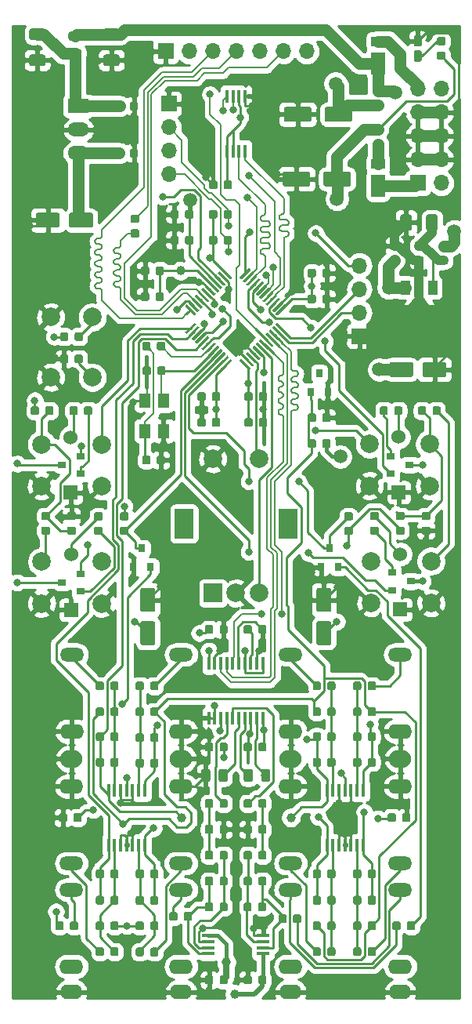
<source format=gbr>
G04 #@! TF.GenerationSoftware,KiCad,Pcbnew,5.1.4-e60b266~84~ubuntu18.04.1*
G04 #@! TF.CreationDate,2019-10-28T13:52:21+08:00*
G04 #@! TF.ProjectId,Waves,57617665-732e-46b6-9963-61645f706362,rev?*
G04 #@! TF.SameCoordinates,Original*
G04 #@! TF.FileFunction,Copper,L4,Bot*
G04 #@! TF.FilePolarity,Positive*
%FSLAX46Y46*%
G04 Gerber Fmt 4.6, Leading zero omitted, Abs format (unit mm)*
G04 Created by KiCad (PCBNEW 5.1.4-e60b266~84~ubuntu18.04.1) date 2019-10-28 13:52:21*
%MOMM*%
%LPD*%
G04 APERTURE LIST*
%ADD10O,2.600000X1.500000*%
%ADD11O,2.400000X1.600000*%
%ADD12O,2.600000X1.600000*%
%ADD13O,2.400000X1.900000*%
%ADD14C,1.000000*%
%ADD15C,0.100000*%
%ADD16R,2.200000X1.840000*%
%ADD17R,1.000000X1.500000*%
%ADD18R,1.000000X1.800000*%
%ADD19C,0.850000*%
%ADD20O,2.300000X1.500000*%
%ADD21R,2.300000X1.500000*%
%ADD22R,1.524000X1.524000*%
%ADD23C,1.524000*%
%ADD24C,2.000000*%
%ADD25C,0.875000*%
%ADD26R,0.900000X0.800000*%
%ADD27R,1.300000X1.600000*%
%ADD28R,0.450000X1.450000*%
%ADD29R,1.450000X0.450000*%
%ADD30O,1.700000X1.700000*%
%ADD31R,1.700000X1.700000*%
%ADD32C,0.300000*%
%ADD33R,2.000000X2.000000*%
%ADD34R,2.000000X3.200000*%
%ADD35R,0.800000X0.900000*%
%ADD36C,0.975000*%
%ADD37R,1.500000X1.050000*%
%ADD38R,1.500000X2.400000*%
%ADD39C,1.600000*%
%ADD40C,1.250000*%
%ADD41C,0.800000*%
%ADD42C,1.500000*%
%ADD43C,0.200000*%
%ADD44C,0.250000*%
%ADD45C,0.500000*%
%ADD46C,1.270000*%
%ADD47C,0.400000*%
%ADD48C,0.635000*%
%ADD49C,1.016000*%
%ADD50C,0.254000*%
G04 APERTURE END LIST*
D10*
X144653000Y-142400000D03*
D11*
X144653000Y-153470000D03*
D12*
X144653000Y-150700000D03*
D10*
X132791000Y-142400000D03*
D11*
X132791000Y-153470000D03*
D12*
X132791000Y-150700000D03*
D10*
X120955000Y-142400000D03*
D11*
X120955000Y-153470000D03*
D12*
X120955000Y-150700000D03*
D10*
X109093000Y-142400000D03*
D11*
X109093000Y-153470000D03*
D12*
X109093000Y-150700000D03*
D10*
X144653000Y-117000000D03*
D12*
X144653000Y-125300000D03*
D10*
X132791000Y-117000000D03*
D12*
X132791000Y-125300000D03*
D10*
X120955000Y-117000000D03*
D12*
X120955000Y-125300000D03*
D10*
X109118000Y-117000000D03*
D12*
X109118000Y-125300000D03*
D10*
X109093000Y-139540000D03*
D13*
X109093000Y-128270000D03*
D12*
X109093000Y-131240000D03*
D10*
X120929000Y-139540000D03*
D13*
X120929000Y-128270000D03*
D12*
X120929000Y-131240000D03*
D10*
X132791000Y-139540000D03*
D13*
X132791000Y-128270000D03*
D12*
X132791000Y-131240000D03*
D10*
X144653000Y-139540000D03*
D13*
X144653000Y-128270000D03*
D12*
X144653000Y-131240000D03*
D14*
X146685000Y-78790800D03*
D15*
G36*
X147085000Y-78290800D02*
G01*
X147785000Y-79290800D01*
X145585000Y-79290800D01*
X146285000Y-78290800D01*
X147085000Y-78290800D01*
X147085000Y-78290800D01*
G37*
D16*
X146685000Y-80200500D03*
D17*
X148185000Y-77387000D03*
D18*
X146685000Y-77533500D03*
D17*
X145185000Y-77387000D03*
D19*
X146685000Y-81534000D03*
D15*
G36*
X146185000Y-81959000D02*
G01*
X145585000Y-81109000D01*
X147785000Y-81109000D01*
X147185000Y-81959000D01*
X146185000Y-81959000D01*
X146185000Y-81959000D01*
G37*
D20*
X109855000Y-62865000D03*
X109855000Y-60325000D03*
D21*
X109855000Y-57785000D03*
D22*
X144653000Y-112141000D03*
D23*
X144653000Y-106172000D03*
D24*
X147978000Y-106934000D03*
X147978000Y-111434000D03*
X141478000Y-106934000D03*
X141478000Y-111434000D03*
D15*
G36*
X142136691Y-103196053D02*
G01*
X142157926Y-103199203D01*
X142178750Y-103204419D01*
X142198962Y-103211651D01*
X142218368Y-103220830D01*
X142236781Y-103231866D01*
X142254024Y-103244654D01*
X142269930Y-103259070D01*
X142284346Y-103274976D01*
X142297134Y-103292219D01*
X142308170Y-103310632D01*
X142317349Y-103330038D01*
X142324581Y-103350250D01*
X142329797Y-103371074D01*
X142332947Y-103392309D01*
X142334000Y-103413750D01*
X142334000Y-103851250D01*
X142332947Y-103872691D01*
X142329797Y-103893926D01*
X142324581Y-103914750D01*
X142317349Y-103934962D01*
X142308170Y-103954368D01*
X142297134Y-103972781D01*
X142284346Y-103990024D01*
X142269930Y-104005930D01*
X142254024Y-104020346D01*
X142236781Y-104033134D01*
X142218368Y-104044170D01*
X142198962Y-104053349D01*
X142178750Y-104060581D01*
X142157926Y-104065797D01*
X142136691Y-104068947D01*
X142115250Y-104070000D01*
X141602750Y-104070000D01*
X141581309Y-104068947D01*
X141560074Y-104065797D01*
X141539250Y-104060581D01*
X141519038Y-104053349D01*
X141499632Y-104044170D01*
X141481219Y-104033134D01*
X141463976Y-104020346D01*
X141448070Y-104005930D01*
X141433654Y-103990024D01*
X141420866Y-103972781D01*
X141409830Y-103954368D01*
X141400651Y-103934962D01*
X141393419Y-103914750D01*
X141388203Y-103893926D01*
X141385053Y-103872691D01*
X141384000Y-103851250D01*
X141384000Y-103413750D01*
X141385053Y-103392309D01*
X141388203Y-103371074D01*
X141393419Y-103350250D01*
X141400651Y-103330038D01*
X141409830Y-103310632D01*
X141420866Y-103292219D01*
X141433654Y-103274976D01*
X141448070Y-103259070D01*
X141463976Y-103244654D01*
X141481219Y-103231866D01*
X141499632Y-103220830D01*
X141519038Y-103211651D01*
X141539250Y-103204419D01*
X141560074Y-103199203D01*
X141581309Y-103196053D01*
X141602750Y-103195000D01*
X142115250Y-103195000D01*
X142136691Y-103196053D01*
X142136691Y-103196053D01*
G37*
D25*
X141859000Y-103632500D03*
D15*
G36*
X142136691Y-101621053D02*
G01*
X142157926Y-101624203D01*
X142178750Y-101629419D01*
X142198962Y-101636651D01*
X142218368Y-101645830D01*
X142236781Y-101656866D01*
X142254024Y-101669654D01*
X142269930Y-101684070D01*
X142284346Y-101699976D01*
X142297134Y-101717219D01*
X142308170Y-101735632D01*
X142317349Y-101755038D01*
X142324581Y-101775250D01*
X142329797Y-101796074D01*
X142332947Y-101817309D01*
X142334000Y-101838750D01*
X142334000Y-102276250D01*
X142332947Y-102297691D01*
X142329797Y-102318926D01*
X142324581Y-102339750D01*
X142317349Y-102359962D01*
X142308170Y-102379368D01*
X142297134Y-102397781D01*
X142284346Y-102415024D01*
X142269930Y-102430930D01*
X142254024Y-102445346D01*
X142236781Y-102458134D01*
X142218368Y-102469170D01*
X142198962Y-102478349D01*
X142178750Y-102485581D01*
X142157926Y-102490797D01*
X142136691Y-102493947D01*
X142115250Y-102495000D01*
X141602750Y-102495000D01*
X141581309Y-102493947D01*
X141560074Y-102490797D01*
X141539250Y-102485581D01*
X141519038Y-102478349D01*
X141499632Y-102469170D01*
X141481219Y-102458134D01*
X141463976Y-102445346D01*
X141448070Y-102430930D01*
X141433654Y-102415024D01*
X141420866Y-102397781D01*
X141409830Y-102379368D01*
X141400651Y-102359962D01*
X141393419Y-102339750D01*
X141388203Y-102318926D01*
X141385053Y-102297691D01*
X141384000Y-102276250D01*
X141384000Y-101838750D01*
X141385053Y-101817309D01*
X141388203Y-101796074D01*
X141393419Y-101775250D01*
X141400651Y-101755038D01*
X141409830Y-101735632D01*
X141420866Y-101717219D01*
X141433654Y-101699976D01*
X141448070Y-101684070D01*
X141463976Y-101669654D01*
X141481219Y-101656866D01*
X141499632Y-101645830D01*
X141519038Y-101636651D01*
X141539250Y-101629419D01*
X141560074Y-101624203D01*
X141581309Y-101621053D01*
X141602750Y-101620000D01*
X142115250Y-101620000D01*
X142136691Y-101621053D01*
X142136691Y-101621053D01*
G37*
D25*
X141859000Y-102057500D03*
D15*
G36*
X148830691Y-90204053D02*
G01*
X148851926Y-90207203D01*
X148872750Y-90212419D01*
X148892962Y-90219651D01*
X148912368Y-90228830D01*
X148930781Y-90239866D01*
X148948024Y-90252654D01*
X148963930Y-90267070D01*
X148978346Y-90282976D01*
X148991134Y-90300219D01*
X149002170Y-90318632D01*
X149011349Y-90338038D01*
X149018581Y-90358250D01*
X149023797Y-90379074D01*
X149026947Y-90400309D01*
X149028000Y-90421750D01*
X149028000Y-90934250D01*
X149026947Y-90955691D01*
X149023797Y-90976926D01*
X149018581Y-90997750D01*
X149011349Y-91017962D01*
X149002170Y-91037368D01*
X148991134Y-91055781D01*
X148978346Y-91073024D01*
X148963930Y-91088930D01*
X148948024Y-91103346D01*
X148930781Y-91116134D01*
X148912368Y-91127170D01*
X148892962Y-91136349D01*
X148872750Y-91143581D01*
X148851926Y-91148797D01*
X148830691Y-91151947D01*
X148809250Y-91153000D01*
X148371750Y-91153000D01*
X148350309Y-91151947D01*
X148329074Y-91148797D01*
X148308250Y-91143581D01*
X148288038Y-91136349D01*
X148268632Y-91127170D01*
X148250219Y-91116134D01*
X148232976Y-91103346D01*
X148217070Y-91088930D01*
X148202654Y-91073024D01*
X148189866Y-91055781D01*
X148178830Y-91037368D01*
X148169651Y-91017962D01*
X148162419Y-90997750D01*
X148157203Y-90976926D01*
X148154053Y-90955691D01*
X148153000Y-90934250D01*
X148153000Y-90421750D01*
X148154053Y-90400309D01*
X148157203Y-90379074D01*
X148162419Y-90358250D01*
X148169651Y-90338038D01*
X148178830Y-90318632D01*
X148189866Y-90300219D01*
X148202654Y-90282976D01*
X148217070Y-90267070D01*
X148232976Y-90252654D01*
X148250219Y-90239866D01*
X148268632Y-90228830D01*
X148288038Y-90219651D01*
X148308250Y-90212419D01*
X148329074Y-90207203D01*
X148350309Y-90204053D01*
X148371750Y-90203000D01*
X148809250Y-90203000D01*
X148830691Y-90204053D01*
X148830691Y-90204053D01*
G37*
D25*
X148590500Y-90678000D03*
D15*
G36*
X147255691Y-90204053D02*
G01*
X147276926Y-90207203D01*
X147297750Y-90212419D01*
X147317962Y-90219651D01*
X147337368Y-90228830D01*
X147355781Y-90239866D01*
X147373024Y-90252654D01*
X147388930Y-90267070D01*
X147403346Y-90282976D01*
X147416134Y-90300219D01*
X147427170Y-90318632D01*
X147436349Y-90338038D01*
X147443581Y-90358250D01*
X147448797Y-90379074D01*
X147451947Y-90400309D01*
X147453000Y-90421750D01*
X147453000Y-90934250D01*
X147451947Y-90955691D01*
X147448797Y-90976926D01*
X147443581Y-90997750D01*
X147436349Y-91017962D01*
X147427170Y-91037368D01*
X147416134Y-91055781D01*
X147403346Y-91073024D01*
X147388930Y-91088930D01*
X147373024Y-91103346D01*
X147355781Y-91116134D01*
X147337368Y-91127170D01*
X147317962Y-91136349D01*
X147297750Y-91143581D01*
X147276926Y-91148797D01*
X147255691Y-91151947D01*
X147234250Y-91153000D01*
X146796750Y-91153000D01*
X146775309Y-91151947D01*
X146754074Y-91148797D01*
X146733250Y-91143581D01*
X146713038Y-91136349D01*
X146693632Y-91127170D01*
X146675219Y-91116134D01*
X146657976Y-91103346D01*
X146642070Y-91088930D01*
X146627654Y-91073024D01*
X146614866Y-91055781D01*
X146603830Y-91037368D01*
X146594651Y-91017962D01*
X146587419Y-90997750D01*
X146582203Y-90976926D01*
X146579053Y-90955691D01*
X146578000Y-90934250D01*
X146578000Y-90421750D01*
X146579053Y-90400309D01*
X146582203Y-90379074D01*
X146587419Y-90358250D01*
X146594651Y-90338038D01*
X146603830Y-90318632D01*
X146614866Y-90300219D01*
X146627654Y-90282976D01*
X146642070Y-90267070D01*
X146657976Y-90252654D01*
X146675219Y-90239866D01*
X146693632Y-90228830D01*
X146713038Y-90219651D01*
X146733250Y-90212419D01*
X146754074Y-90207203D01*
X146775309Y-90204053D01*
X146796750Y-90203000D01*
X147234250Y-90203000D01*
X147255691Y-90204053D01*
X147255691Y-90204053D01*
G37*
D25*
X147015500Y-90678000D03*
D15*
G36*
X144930691Y-101621053D02*
G01*
X144951926Y-101624203D01*
X144972750Y-101629419D01*
X144992962Y-101636651D01*
X145012368Y-101645830D01*
X145030781Y-101656866D01*
X145048024Y-101669654D01*
X145063930Y-101684070D01*
X145078346Y-101699976D01*
X145091134Y-101717219D01*
X145102170Y-101735632D01*
X145111349Y-101755038D01*
X145118581Y-101775250D01*
X145123797Y-101796074D01*
X145126947Y-101817309D01*
X145128000Y-101838750D01*
X145128000Y-102276250D01*
X145126947Y-102297691D01*
X145123797Y-102318926D01*
X145118581Y-102339750D01*
X145111349Y-102359962D01*
X145102170Y-102379368D01*
X145091134Y-102397781D01*
X145078346Y-102415024D01*
X145063930Y-102430930D01*
X145048024Y-102445346D01*
X145030781Y-102458134D01*
X145012368Y-102469170D01*
X144992962Y-102478349D01*
X144972750Y-102485581D01*
X144951926Y-102490797D01*
X144930691Y-102493947D01*
X144909250Y-102495000D01*
X144396750Y-102495000D01*
X144375309Y-102493947D01*
X144354074Y-102490797D01*
X144333250Y-102485581D01*
X144313038Y-102478349D01*
X144293632Y-102469170D01*
X144275219Y-102458134D01*
X144257976Y-102445346D01*
X144242070Y-102430930D01*
X144227654Y-102415024D01*
X144214866Y-102397781D01*
X144203830Y-102379368D01*
X144194651Y-102359962D01*
X144187419Y-102339750D01*
X144182203Y-102318926D01*
X144179053Y-102297691D01*
X144178000Y-102276250D01*
X144178000Y-101838750D01*
X144179053Y-101817309D01*
X144182203Y-101796074D01*
X144187419Y-101775250D01*
X144194651Y-101755038D01*
X144203830Y-101735632D01*
X144214866Y-101717219D01*
X144227654Y-101699976D01*
X144242070Y-101684070D01*
X144257976Y-101669654D01*
X144275219Y-101656866D01*
X144293632Y-101645830D01*
X144313038Y-101636651D01*
X144333250Y-101629419D01*
X144354074Y-101624203D01*
X144375309Y-101621053D01*
X144396750Y-101620000D01*
X144909250Y-101620000D01*
X144930691Y-101621053D01*
X144930691Y-101621053D01*
G37*
D25*
X144653000Y-102057500D03*
D15*
G36*
X144930691Y-103196053D02*
G01*
X144951926Y-103199203D01*
X144972750Y-103204419D01*
X144992962Y-103211651D01*
X145012368Y-103220830D01*
X145030781Y-103231866D01*
X145048024Y-103244654D01*
X145063930Y-103259070D01*
X145078346Y-103274976D01*
X145091134Y-103292219D01*
X145102170Y-103310632D01*
X145111349Y-103330038D01*
X145118581Y-103350250D01*
X145123797Y-103371074D01*
X145126947Y-103392309D01*
X145128000Y-103413750D01*
X145128000Y-103851250D01*
X145126947Y-103872691D01*
X145123797Y-103893926D01*
X145118581Y-103914750D01*
X145111349Y-103934962D01*
X145102170Y-103954368D01*
X145091134Y-103972781D01*
X145078346Y-103990024D01*
X145063930Y-104005930D01*
X145048024Y-104020346D01*
X145030781Y-104033134D01*
X145012368Y-104044170D01*
X144992962Y-104053349D01*
X144972750Y-104060581D01*
X144951926Y-104065797D01*
X144930691Y-104068947D01*
X144909250Y-104070000D01*
X144396750Y-104070000D01*
X144375309Y-104068947D01*
X144354074Y-104065797D01*
X144333250Y-104060581D01*
X144313038Y-104053349D01*
X144293632Y-104044170D01*
X144275219Y-104033134D01*
X144257976Y-104020346D01*
X144242070Y-104005930D01*
X144227654Y-103990024D01*
X144214866Y-103972781D01*
X144203830Y-103954368D01*
X144194651Y-103934962D01*
X144187419Y-103914750D01*
X144182203Y-103893926D01*
X144179053Y-103872691D01*
X144178000Y-103851250D01*
X144178000Y-103413750D01*
X144179053Y-103392309D01*
X144182203Y-103371074D01*
X144187419Y-103350250D01*
X144194651Y-103330038D01*
X144203830Y-103310632D01*
X144214866Y-103292219D01*
X144227654Y-103274976D01*
X144242070Y-103259070D01*
X144257976Y-103244654D01*
X144275219Y-103231866D01*
X144293632Y-103220830D01*
X144313038Y-103211651D01*
X144333250Y-103204419D01*
X144354074Y-103199203D01*
X144375309Y-103196053D01*
X144396750Y-103195000D01*
X144909250Y-103195000D01*
X144930691Y-103196053D01*
X144930691Y-103196053D01*
G37*
D25*
X144653000Y-103632500D03*
D15*
G36*
X106576691Y-103196053D02*
G01*
X106597926Y-103199203D01*
X106618750Y-103204419D01*
X106638962Y-103211651D01*
X106658368Y-103220830D01*
X106676781Y-103231866D01*
X106694024Y-103244654D01*
X106709930Y-103259070D01*
X106724346Y-103274976D01*
X106737134Y-103292219D01*
X106748170Y-103310632D01*
X106757349Y-103330038D01*
X106764581Y-103350250D01*
X106769797Y-103371074D01*
X106772947Y-103392309D01*
X106774000Y-103413750D01*
X106774000Y-103851250D01*
X106772947Y-103872691D01*
X106769797Y-103893926D01*
X106764581Y-103914750D01*
X106757349Y-103934962D01*
X106748170Y-103954368D01*
X106737134Y-103972781D01*
X106724346Y-103990024D01*
X106709930Y-104005930D01*
X106694024Y-104020346D01*
X106676781Y-104033134D01*
X106658368Y-104044170D01*
X106638962Y-104053349D01*
X106618750Y-104060581D01*
X106597926Y-104065797D01*
X106576691Y-104068947D01*
X106555250Y-104070000D01*
X106042750Y-104070000D01*
X106021309Y-104068947D01*
X106000074Y-104065797D01*
X105979250Y-104060581D01*
X105959038Y-104053349D01*
X105939632Y-104044170D01*
X105921219Y-104033134D01*
X105903976Y-104020346D01*
X105888070Y-104005930D01*
X105873654Y-103990024D01*
X105860866Y-103972781D01*
X105849830Y-103954368D01*
X105840651Y-103934962D01*
X105833419Y-103914750D01*
X105828203Y-103893926D01*
X105825053Y-103872691D01*
X105824000Y-103851250D01*
X105824000Y-103413750D01*
X105825053Y-103392309D01*
X105828203Y-103371074D01*
X105833419Y-103350250D01*
X105840651Y-103330038D01*
X105849830Y-103310632D01*
X105860866Y-103292219D01*
X105873654Y-103274976D01*
X105888070Y-103259070D01*
X105903976Y-103244654D01*
X105921219Y-103231866D01*
X105939632Y-103220830D01*
X105959038Y-103211651D01*
X105979250Y-103204419D01*
X106000074Y-103199203D01*
X106021309Y-103196053D01*
X106042750Y-103195000D01*
X106555250Y-103195000D01*
X106576691Y-103196053D01*
X106576691Y-103196053D01*
G37*
D25*
X106299000Y-103632500D03*
D15*
G36*
X106576691Y-101621053D02*
G01*
X106597926Y-101624203D01*
X106618750Y-101629419D01*
X106638962Y-101636651D01*
X106658368Y-101645830D01*
X106676781Y-101656866D01*
X106694024Y-101669654D01*
X106709930Y-101684070D01*
X106724346Y-101699976D01*
X106737134Y-101717219D01*
X106748170Y-101735632D01*
X106757349Y-101755038D01*
X106764581Y-101775250D01*
X106769797Y-101796074D01*
X106772947Y-101817309D01*
X106774000Y-101838750D01*
X106774000Y-102276250D01*
X106772947Y-102297691D01*
X106769797Y-102318926D01*
X106764581Y-102339750D01*
X106757349Y-102359962D01*
X106748170Y-102379368D01*
X106737134Y-102397781D01*
X106724346Y-102415024D01*
X106709930Y-102430930D01*
X106694024Y-102445346D01*
X106676781Y-102458134D01*
X106658368Y-102469170D01*
X106638962Y-102478349D01*
X106618750Y-102485581D01*
X106597926Y-102490797D01*
X106576691Y-102493947D01*
X106555250Y-102495000D01*
X106042750Y-102495000D01*
X106021309Y-102493947D01*
X106000074Y-102490797D01*
X105979250Y-102485581D01*
X105959038Y-102478349D01*
X105939632Y-102469170D01*
X105921219Y-102458134D01*
X105903976Y-102445346D01*
X105888070Y-102430930D01*
X105873654Y-102415024D01*
X105860866Y-102397781D01*
X105849830Y-102379368D01*
X105840651Y-102359962D01*
X105833419Y-102339750D01*
X105828203Y-102318926D01*
X105825053Y-102297691D01*
X105824000Y-102276250D01*
X105824000Y-101838750D01*
X105825053Y-101817309D01*
X105828203Y-101796074D01*
X105833419Y-101775250D01*
X105840651Y-101755038D01*
X105849830Y-101735632D01*
X105860866Y-101717219D01*
X105873654Y-101699976D01*
X105888070Y-101684070D01*
X105903976Y-101669654D01*
X105921219Y-101656866D01*
X105939632Y-101645830D01*
X105959038Y-101636651D01*
X105979250Y-101629419D01*
X106000074Y-101624203D01*
X106021309Y-101621053D01*
X106042750Y-101620000D01*
X106555250Y-101620000D01*
X106576691Y-101621053D01*
X106576691Y-101621053D01*
G37*
D25*
X106299000Y-102057500D03*
D15*
G36*
X106945691Y-90204053D02*
G01*
X106966926Y-90207203D01*
X106987750Y-90212419D01*
X107007962Y-90219651D01*
X107027368Y-90228830D01*
X107045781Y-90239866D01*
X107063024Y-90252654D01*
X107078930Y-90267070D01*
X107093346Y-90282976D01*
X107106134Y-90300219D01*
X107117170Y-90318632D01*
X107126349Y-90338038D01*
X107133581Y-90358250D01*
X107138797Y-90379074D01*
X107141947Y-90400309D01*
X107143000Y-90421750D01*
X107143000Y-90934250D01*
X107141947Y-90955691D01*
X107138797Y-90976926D01*
X107133581Y-90997750D01*
X107126349Y-91017962D01*
X107117170Y-91037368D01*
X107106134Y-91055781D01*
X107093346Y-91073024D01*
X107078930Y-91088930D01*
X107063024Y-91103346D01*
X107045781Y-91116134D01*
X107027368Y-91127170D01*
X107007962Y-91136349D01*
X106987750Y-91143581D01*
X106966926Y-91148797D01*
X106945691Y-91151947D01*
X106924250Y-91153000D01*
X106486750Y-91153000D01*
X106465309Y-91151947D01*
X106444074Y-91148797D01*
X106423250Y-91143581D01*
X106403038Y-91136349D01*
X106383632Y-91127170D01*
X106365219Y-91116134D01*
X106347976Y-91103346D01*
X106332070Y-91088930D01*
X106317654Y-91073024D01*
X106304866Y-91055781D01*
X106293830Y-91037368D01*
X106284651Y-91017962D01*
X106277419Y-90997750D01*
X106272203Y-90976926D01*
X106269053Y-90955691D01*
X106268000Y-90934250D01*
X106268000Y-90421750D01*
X106269053Y-90400309D01*
X106272203Y-90379074D01*
X106277419Y-90358250D01*
X106284651Y-90338038D01*
X106293830Y-90318632D01*
X106304866Y-90300219D01*
X106317654Y-90282976D01*
X106332070Y-90267070D01*
X106347976Y-90252654D01*
X106365219Y-90239866D01*
X106383632Y-90228830D01*
X106403038Y-90219651D01*
X106423250Y-90212419D01*
X106444074Y-90207203D01*
X106465309Y-90204053D01*
X106486750Y-90203000D01*
X106924250Y-90203000D01*
X106945691Y-90204053D01*
X106945691Y-90204053D01*
G37*
D25*
X106705500Y-90678000D03*
D15*
G36*
X105370691Y-90204053D02*
G01*
X105391926Y-90207203D01*
X105412750Y-90212419D01*
X105432962Y-90219651D01*
X105452368Y-90228830D01*
X105470781Y-90239866D01*
X105488024Y-90252654D01*
X105503930Y-90267070D01*
X105518346Y-90282976D01*
X105531134Y-90300219D01*
X105542170Y-90318632D01*
X105551349Y-90338038D01*
X105558581Y-90358250D01*
X105563797Y-90379074D01*
X105566947Y-90400309D01*
X105568000Y-90421750D01*
X105568000Y-90934250D01*
X105566947Y-90955691D01*
X105563797Y-90976926D01*
X105558581Y-90997750D01*
X105551349Y-91017962D01*
X105542170Y-91037368D01*
X105531134Y-91055781D01*
X105518346Y-91073024D01*
X105503930Y-91088930D01*
X105488024Y-91103346D01*
X105470781Y-91116134D01*
X105452368Y-91127170D01*
X105432962Y-91136349D01*
X105412750Y-91143581D01*
X105391926Y-91148797D01*
X105370691Y-91151947D01*
X105349250Y-91153000D01*
X104911750Y-91153000D01*
X104890309Y-91151947D01*
X104869074Y-91148797D01*
X104848250Y-91143581D01*
X104828038Y-91136349D01*
X104808632Y-91127170D01*
X104790219Y-91116134D01*
X104772976Y-91103346D01*
X104757070Y-91088930D01*
X104742654Y-91073024D01*
X104729866Y-91055781D01*
X104718830Y-91037368D01*
X104709651Y-91017962D01*
X104702419Y-90997750D01*
X104697203Y-90976926D01*
X104694053Y-90955691D01*
X104693000Y-90934250D01*
X104693000Y-90421750D01*
X104694053Y-90400309D01*
X104697203Y-90379074D01*
X104702419Y-90358250D01*
X104709651Y-90338038D01*
X104718830Y-90318632D01*
X104729866Y-90300219D01*
X104742654Y-90282976D01*
X104757070Y-90267070D01*
X104772976Y-90252654D01*
X104790219Y-90239866D01*
X104808632Y-90228830D01*
X104828038Y-90219651D01*
X104848250Y-90212419D01*
X104869074Y-90207203D01*
X104890309Y-90204053D01*
X104911750Y-90203000D01*
X105349250Y-90203000D01*
X105370691Y-90204053D01*
X105370691Y-90204053D01*
G37*
D25*
X105130500Y-90678000D03*
D26*
X145780000Y-109093000D03*
X143780000Y-108143000D03*
X143780000Y-110043000D03*
D15*
G36*
X147724691Y-103196053D02*
G01*
X147745926Y-103199203D01*
X147766750Y-103204419D01*
X147786962Y-103211651D01*
X147806368Y-103220830D01*
X147824781Y-103231866D01*
X147842024Y-103244654D01*
X147857930Y-103259070D01*
X147872346Y-103274976D01*
X147885134Y-103292219D01*
X147896170Y-103310632D01*
X147905349Y-103330038D01*
X147912581Y-103350250D01*
X147917797Y-103371074D01*
X147920947Y-103392309D01*
X147922000Y-103413750D01*
X147922000Y-103851250D01*
X147920947Y-103872691D01*
X147917797Y-103893926D01*
X147912581Y-103914750D01*
X147905349Y-103934962D01*
X147896170Y-103954368D01*
X147885134Y-103972781D01*
X147872346Y-103990024D01*
X147857930Y-104005930D01*
X147842024Y-104020346D01*
X147824781Y-104033134D01*
X147806368Y-104044170D01*
X147786962Y-104053349D01*
X147766750Y-104060581D01*
X147745926Y-104065797D01*
X147724691Y-104068947D01*
X147703250Y-104070000D01*
X147190750Y-104070000D01*
X147169309Y-104068947D01*
X147148074Y-104065797D01*
X147127250Y-104060581D01*
X147107038Y-104053349D01*
X147087632Y-104044170D01*
X147069219Y-104033134D01*
X147051976Y-104020346D01*
X147036070Y-104005930D01*
X147021654Y-103990024D01*
X147008866Y-103972781D01*
X146997830Y-103954368D01*
X146988651Y-103934962D01*
X146981419Y-103914750D01*
X146976203Y-103893926D01*
X146973053Y-103872691D01*
X146972000Y-103851250D01*
X146972000Y-103413750D01*
X146973053Y-103392309D01*
X146976203Y-103371074D01*
X146981419Y-103350250D01*
X146988651Y-103330038D01*
X146997830Y-103310632D01*
X147008866Y-103292219D01*
X147021654Y-103274976D01*
X147036070Y-103259070D01*
X147051976Y-103244654D01*
X147069219Y-103231866D01*
X147087632Y-103220830D01*
X147107038Y-103211651D01*
X147127250Y-103204419D01*
X147148074Y-103199203D01*
X147169309Y-103196053D01*
X147190750Y-103195000D01*
X147703250Y-103195000D01*
X147724691Y-103196053D01*
X147724691Y-103196053D01*
G37*
D25*
X147447000Y-103632500D03*
D15*
G36*
X147724691Y-101621053D02*
G01*
X147745926Y-101624203D01*
X147766750Y-101629419D01*
X147786962Y-101636651D01*
X147806368Y-101645830D01*
X147824781Y-101656866D01*
X147842024Y-101669654D01*
X147857930Y-101684070D01*
X147872346Y-101699976D01*
X147885134Y-101717219D01*
X147896170Y-101735632D01*
X147905349Y-101755038D01*
X147912581Y-101775250D01*
X147917797Y-101796074D01*
X147920947Y-101817309D01*
X147922000Y-101838750D01*
X147922000Y-102276250D01*
X147920947Y-102297691D01*
X147917797Y-102318926D01*
X147912581Y-102339750D01*
X147905349Y-102359962D01*
X147896170Y-102379368D01*
X147885134Y-102397781D01*
X147872346Y-102415024D01*
X147857930Y-102430930D01*
X147842024Y-102445346D01*
X147824781Y-102458134D01*
X147806368Y-102469170D01*
X147786962Y-102478349D01*
X147766750Y-102485581D01*
X147745926Y-102490797D01*
X147724691Y-102493947D01*
X147703250Y-102495000D01*
X147190750Y-102495000D01*
X147169309Y-102493947D01*
X147148074Y-102490797D01*
X147127250Y-102485581D01*
X147107038Y-102478349D01*
X147087632Y-102469170D01*
X147069219Y-102458134D01*
X147051976Y-102445346D01*
X147036070Y-102430930D01*
X147021654Y-102415024D01*
X147008866Y-102397781D01*
X146997830Y-102379368D01*
X146988651Y-102359962D01*
X146981419Y-102339750D01*
X146976203Y-102318926D01*
X146973053Y-102297691D01*
X146972000Y-102276250D01*
X146972000Y-101838750D01*
X146973053Y-101817309D01*
X146976203Y-101796074D01*
X146981419Y-101775250D01*
X146988651Y-101755038D01*
X146997830Y-101735632D01*
X147008866Y-101717219D01*
X147021654Y-101699976D01*
X147036070Y-101684070D01*
X147051976Y-101669654D01*
X147069219Y-101656866D01*
X147087632Y-101645830D01*
X147107038Y-101636651D01*
X147127250Y-101629419D01*
X147148074Y-101624203D01*
X147169309Y-101621053D01*
X147190750Y-101620000D01*
X147703250Y-101620000D01*
X147724691Y-101621053D01*
X147724691Y-101621053D01*
G37*
D25*
X147447000Y-102057500D03*
D15*
G36*
X109370691Y-101621053D02*
G01*
X109391926Y-101624203D01*
X109412750Y-101629419D01*
X109432962Y-101636651D01*
X109452368Y-101645830D01*
X109470781Y-101656866D01*
X109488024Y-101669654D01*
X109503930Y-101684070D01*
X109518346Y-101699976D01*
X109531134Y-101717219D01*
X109542170Y-101735632D01*
X109551349Y-101755038D01*
X109558581Y-101775250D01*
X109563797Y-101796074D01*
X109566947Y-101817309D01*
X109568000Y-101838750D01*
X109568000Y-102276250D01*
X109566947Y-102297691D01*
X109563797Y-102318926D01*
X109558581Y-102339750D01*
X109551349Y-102359962D01*
X109542170Y-102379368D01*
X109531134Y-102397781D01*
X109518346Y-102415024D01*
X109503930Y-102430930D01*
X109488024Y-102445346D01*
X109470781Y-102458134D01*
X109452368Y-102469170D01*
X109432962Y-102478349D01*
X109412750Y-102485581D01*
X109391926Y-102490797D01*
X109370691Y-102493947D01*
X109349250Y-102495000D01*
X108836750Y-102495000D01*
X108815309Y-102493947D01*
X108794074Y-102490797D01*
X108773250Y-102485581D01*
X108753038Y-102478349D01*
X108733632Y-102469170D01*
X108715219Y-102458134D01*
X108697976Y-102445346D01*
X108682070Y-102430930D01*
X108667654Y-102415024D01*
X108654866Y-102397781D01*
X108643830Y-102379368D01*
X108634651Y-102359962D01*
X108627419Y-102339750D01*
X108622203Y-102318926D01*
X108619053Y-102297691D01*
X108618000Y-102276250D01*
X108618000Y-101838750D01*
X108619053Y-101817309D01*
X108622203Y-101796074D01*
X108627419Y-101775250D01*
X108634651Y-101755038D01*
X108643830Y-101735632D01*
X108654866Y-101717219D01*
X108667654Y-101699976D01*
X108682070Y-101684070D01*
X108697976Y-101669654D01*
X108715219Y-101656866D01*
X108733632Y-101645830D01*
X108753038Y-101636651D01*
X108773250Y-101629419D01*
X108794074Y-101624203D01*
X108815309Y-101621053D01*
X108836750Y-101620000D01*
X109349250Y-101620000D01*
X109370691Y-101621053D01*
X109370691Y-101621053D01*
G37*
D25*
X109093000Y-102057500D03*
D15*
G36*
X109370691Y-103196053D02*
G01*
X109391926Y-103199203D01*
X109412750Y-103204419D01*
X109432962Y-103211651D01*
X109452368Y-103220830D01*
X109470781Y-103231866D01*
X109488024Y-103244654D01*
X109503930Y-103259070D01*
X109518346Y-103274976D01*
X109531134Y-103292219D01*
X109542170Y-103310632D01*
X109551349Y-103330038D01*
X109558581Y-103350250D01*
X109563797Y-103371074D01*
X109566947Y-103392309D01*
X109568000Y-103413750D01*
X109568000Y-103851250D01*
X109566947Y-103872691D01*
X109563797Y-103893926D01*
X109558581Y-103914750D01*
X109551349Y-103934962D01*
X109542170Y-103954368D01*
X109531134Y-103972781D01*
X109518346Y-103990024D01*
X109503930Y-104005930D01*
X109488024Y-104020346D01*
X109470781Y-104033134D01*
X109452368Y-104044170D01*
X109432962Y-104053349D01*
X109412750Y-104060581D01*
X109391926Y-104065797D01*
X109370691Y-104068947D01*
X109349250Y-104070000D01*
X108836750Y-104070000D01*
X108815309Y-104068947D01*
X108794074Y-104065797D01*
X108773250Y-104060581D01*
X108753038Y-104053349D01*
X108733632Y-104044170D01*
X108715219Y-104033134D01*
X108697976Y-104020346D01*
X108682070Y-104005930D01*
X108667654Y-103990024D01*
X108654866Y-103972781D01*
X108643830Y-103954368D01*
X108634651Y-103934962D01*
X108627419Y-103914750D01*
X108622203Y-103893926D01*
X108619053Y-103872691D01*
X108618000Y-103851250D01*
X108618000Y-103413750D01*
X108619053Y-103392309D01*
X108622203Y-103371074D01*
X108627419Y-103350250D01*
X108634651Y-103330038D01*
X108643830Y-103310632D01*
X108654866Y-103292219D01*
X108667654Y-103274976D01*
X108682070Y-103259070D01*
X108697976Y-103244654D01*
X108715219Y-103231866D01*
X108733632Y-103220830D01*
X108753038Y-103211651D01*
X108773250Y-103204419D01*
X108794074Y-103199203D01*
X108815309Y-103196053D01*
X108836750Y-103195000D01*
X109349250Y-103195000D01*
X109370691Y-103196053D01*
X109370691Y-103196053D01*
G37*
D25*
X109093000Y-103632500D03*
D15*
G36*
X110120691Y-82203053D02*
G01*
X110141926Y-82206203D01*
X110162750Y-82211419D01*
X110182962Y-82218651D01*
X110202368Y-82227830D01*
X110220781Y-82238866D01*
X110238024Y-82251654D01*
X110253930Y-82266070D01*
X110268346Y-82281976D01*
X110281134Y-82299219D01*
X110292170Y-82317632D01*
X110301349Y-82337038D01*
X110308581Y-82357250D01*
X110313797Y-82378074D01*
X110316947Y-82399309D01*
X110318000Y-82420750D01*
X110318000Y-82933250D01*
X110316947Y-82954691D01*
X110313797Y-82975926D01*
X110308581Y-82996750D01*
X110301349Y-83016962D01*
X110292170Y-83036368D01*
X110281134Y-83054781D01*
X110268346Y-83072024D01*
X110253930Y-83087930D01*
X110238024Y-83102346D01*
X110220781Y-83115134D01*
X110202368Y-83126170D01*
X110182962Y-83135349D01*
X110162750Y-83142581D01*
X110141926Y-83147797D01*
X110120691Y-83150947D01*
X110099250Y-83152000D01*
X109661750Y-83152000D01*
X109640309Y-83150947D01*
X109619074Y-83147797D01*
X109598250Y-83142581D01*
X109578038Y-83135349D01*
X109558632Y-83126170D01*
X109540219Y-83115134D01*
X109522976Y-83102346D01*
X109507070Y-83087930D01*
X109492654Y-83072024D01*
X109479866Y-83054781D01*
X109468830Y-83036368D01*
X109459651Y-83016962D01*
X109452419Y-82996750D01*
X109447203Y-82975926D01*
X109444053Y-82954691D01*
X109443000Y-82933250D01*
X109443000Y-82420750D01*
X109444053Y-82399309D01*
X109447203Y-82378074D01*
X109452419Y-82357250D01*
X109459651Y-82337038D01*
X109468830Y-82317632D01*
X109479866Y-82299219D01*
X109492654Y-82281976D01*
X109507070Y-82266070D01*
X109522976Y-82251654D01*
X109540219Y-82238866D01*
X109558632Y-82227830D01*
X109578038Y-82218651D01*
X109598250Y-82211419D01*
X109619074Y-82206203D01*
X109640309Y-82203053D01*
X109661750Y-82202000D01*
X110099250Y-82202000D01*
X110120691Y-82203053D01*
X110120691Y-82203053D01*
G37*
D25*
X109880500Y-82677000D03*
D15*
G36*
X108545691Y-82203053D02*
G01*
X108566926Y-82206203D01*
X108587750Y-82211419D01*
X108607962Y-82218651D01*
X108627368Y-82227830D01*
X108645781Y-82238866D01*
X108663024Y-82251654D01*
X108678930Y-82266070D01*
X108693346Y-82281976D01*
X108706134Y-82299219D01*
X108717170Y-82317632D01*
X108726349Y-82337038D01*
X108733581Y-82357250D01*
X108738797Y-82378074D01*
X108741947Y-82399309D01*
X108743000Y-82420750D01*
X108743000Y-82933250D01*
X108741947Y-82954691D01*
X108738797Y-82975926D01*
X108733581Y-82996750D01*
X108726349Y-83016962D01*
X108717170Y-83036368D01*
X108706134Y-83054781D01*
X108693346Y-83072024D01*
X108678930Y-83087930D01*
X108663024Y-83102346D01*
X108645781Y-83115134D01*
X108627368Y-83126170D01*
X108607962Y-83135349D01*
X108587750Y-83142581D01*
X108566926Y-83147797D01*
X108545691Y-83150947D01*
X108524250Y-83152000D01*
X108086750Y-83152000D01*
X108065309Y-83150947D01*
X108044074Y-83147797D01*
X108023250Y-83142581D01*
X108003038Y-83135349D01*
X107983632Y-83126170D01*
X107965219Y-83115134D01*
X107947976Y-83102346D01*
X107932070Y-83087930D01*
X107917654Y-83072024D01*
X107904866Y-83054781D01*
X107893830Y-83036368D01*
X107884651Y-83016962D01*
X107877419Y-82996750D01*
X107872203Y-82975926D01*
X107869053Y-82954691D01*
X107868000Y-82933250D01*
X107868000Y-82420750D01*
X107869053Y-82399309D01*
X107872203Y-82378074D01*
X107877419Y-82357250D01*
X107884651Y-82337038D01*
X107893830Y-82317632D01*
X107904866Y-82299219D01*
X107917654Y-82281976D01*
X107932070Y-82266070D01*
X107947976Y-82251654D01*
X107965219Y-82238866D01*
X107983632Y-82227830D01*
X108003038Y-82218651D01*
X108023250Y-82211419D01*
X108044074Y-82206203D01*
X108065309Y-82203053D01*
X108086750Y-82202000D01*
X108524250Y-82202000D01*
X108545691Y-82203053D01*
X108545691Y-82203053D01*
G37*
D25*
X108305500Y-82677000D03*
D27*
X117034000Y-89561400D03*
X117034000Y-92861400D03*
X119034000Y-92861400D03*
X119034000Y-89561400D03*
D28*
X136734000Y-137570000D03*
X137384000Y-137570000D03*
X138034000Y-137570000D03*
X138684000Y-137570000D03*
X139334000Y-137570000D03*
X139984000Y-137570000D03*
X140634000Y-137570000D03*
X140634000Y-131670000D03*
X139984000Y-131670000D03*
X139334000Y-131670000D03*
X138684000Y-131670000D03*
X138034000Y-131670000D03*
X137384000Y-131670000D03*
X136734000Y-131670000D03*
X113112000Y-137570000D03*
X113762000Y-137570000D03*
X114412000Y-137570000D03*
X115062000Y-137570000D03*
X115712000Y-137570000D03*
X116362000Y-137570000D03*
X117012000Y-137570000D03*
X117012000Y-131670000D03*
X116362000Y-131670000D03*
X115712000Y-131670000D03*
X115062000Y-131670000D03*
X114412000Y-131670000D03*
X113762000Y-131670000D03*
X113112000Y-131670000D03*
D29*
X129823000Y-149311000D03*
X129823000Y-148661000D03*
X129823000Y-148011000D03*
X129823000Y-147361000D03*
X123923000Y-147361000D03*
X123923000Y-148011000D03*
X123923000Y-148661000D03*
X123923000Y-149311000D03*
D28*
X129798000Y-117954000D03*
X129148000Y-117954000D03*
X128498000Y-117954000D03*
X127848000Y-117954000D03*
X127198000Y-117954000D03*
X126548000Y-117954000D03*
X125898000Y-117954000D03*
X125248000Y-117954000D03*
X124598000Y-117954000D03*
X123948000Y-117954000D03*
X123948000Y-123854000D03*
X124598000Y-123854000D03*
X125248000Y-123854000D03*
X125898000Y-123854000D03*
X126548000Y-123854000D03*
X127198000Y-123854000D03*
X127848000Y-123854000D03*
X128498000Y-123854000D03*
X129148000Y-123854000D03*
X129798000Y-123854000D03*
D30*
X134536160Y-51864240D03*
X131996160Y-51864240D03*
X129456160Y-51864240D03*
X126916160Y-51864240D03*
X124376160Y-51864240D03*
X121836160Y-51864240D03*
D31*
X119296160Y-51864240D03*
D28*
X125923000Y-62640000D03*
X126573000Y-62640000D03*
X127223000Y-62640000D03*
X127873000Y-62640000D03*
X127873000Y-56740000D03*
X127223000Y-56740000D03*
X126573000Y-56740000D03*
X125923000Y-56740000D03*
D15*
G36*
X127463714Y-85063746D02*
G01*
X127470995Y-85064826D01*
X127478134Y-85066614D01*
X127485064Y-85069094D01*
X127491718Y-85072241D01*
X127498031Y-85076025D01*
X127503942Y-85080409D01*
X127509396Y-85085352D01*
X128446312Y-86022268D01*
X128451255Y-86027722D01*
X128455639Y-86033633D01*
X128459423Y-86039946D01*
X128462570Y-86046600D01*
X128465050Y-86053530D01*
X128466838Y-86060669D01*
X128467918Y-86067950D01*
X128468279Y-86075301D01*
X128467918Y-86082652D01*
X128466838Y-86089933D01*
X128465050Y-86097072D01*
X128462570Y-86104002D01*
X128459423Y-86110656D01*
X128455639Y-86116969D01*
X128451255Y-86122880D01*
X128446312Y-86128334D01*
X128340246Y-86234400D01*
X128334792Y-86239343D01*
X128328881Y-86243727D01*
X128322568Y-86247511D01*
X128315914Y-86250658D01*
X128308984Y-86253138D01*
X128301845Y-86254926D01*
X128294564Y-86256006D01*
X128287213Y-86256367D01*
X128279862Y-86256006D01*
X128272581Y-86254926D01*
X128265442Y-86253138D01*
X128258512Y-86250658D01*
X128251858Y-86247511D01*
X128245545Y-86243727D01*
X128239634Y-86239343D01*
X128234180Y-86234400D01*
X127297264Y-85297484D01*
X127292321Y-85292030D01*
X127287937Y-85286119D01*
X127284153Y-85279806D01*
X127281006Y-85273152D01*
X127278526Y-85266222D01*
X127276738Y-85259083D01*
X127275658Y-85251802D01*
X127275297Y-85244451D01*
X127275658Y-85237100D01*
X127276738Y-85229819D01*
X127278526Y-85222680D01*
X127281006Y-85215750D01*
X127284153Y-85209096D01*
X127287937Y-85202783D01*
X127292321Y-85196872D01*
X127297264Y-85191418D01*
X127403330Y-85085352D01*
X127408784Y-85080409D01*
X127414695Y-85076025D01*
X127421008Y-85072241D01*
X127427662Y-85069094D01*
X127434592Y-85066614D01*
X127441731Y-85064826D01*
X127449012Y-85063746D01*
X127456363Y-85063385D01*
X127463714Y-85063746D01*
X127463714Y-85063746D01*
G37*
D32*
X127871788Y-85659876D03*
D15*
G36*
X127817268Y-84710192D02*
G01*
X127824549Y-84711272D01*
X127831688Y-84713060D01*
X127838618Y-84715540D01*
X127845272Y-84718687D01*
X127851585Y-84722471D01*
X127857496Y-84726855D01*
X127862950Y-84731798D01*
X128799866Y-85668714D01*
X128804809Y-85674168D01*
X128809193Y-85680079D01*
X128812977Y-85686392D01*
X128816124Y-85693046D01*
X128818604Y-85699976D01*
X128820392Y-85707115D01*
X128821472Y-85714396D01*
X128821833Y-85721747D01*
X128821472Y-85729098D01*
X128820392Y-85736379D01*
X128818604Y-85743518D01*
X128816124Y-85750448D01*
X128812977Y-85757102D01*
X128809193Y-85763415D01*
X128804809Y-85769326D01*
X128799866Y-85774780D01*
X128693800Y-85880846D01*
X128688346Y-85885789D01*
X128682435Y-85890173D01*
X128676122Y-85893957D01*
X128669468Y-85897104D01*
X128662538Y-85899584D01*
X128655399Y-85901372D01*
X128648118Y-85902452D01*
X128640767Y-85902813D01*
X128633416Y-85902452D01*
X128626135Y-85901372D01*
X128618996Y-85899584D01*
X128612066Y-85897104D01*
X128605412Y-85893957D01*
X128599099Y-85890173D01*
X128593188Y-85885789D01*
X128587734Y-85880846D01*
X127650818Y-84943930D01*
X127645875Y-84938476D01*
X127641491Y-84932565D01*
X127637707Y-84926252D01*
X127634560Y-84919598D01*
X127632080Y-84912668D01*
X127630292Y-84905529D01*
X127629212Y-84898248D01*
X127628851Y-84890897D01*
X127629212Y-84883546D01*
X127630292Y-84876265D01*
X127632080Y-84869126D01*
X127634560Y-84862196D01*
X127637707Y-84855542D01*
X127641491Y-84849229D01*
X127645875Y-84843318D01*
X127650818Y-84837864D01*
X127756884Y-84731798D01*
X127762338Y-84726855D01*
X127768249Y-84722471D01*
X127774562Y-84718687D01*
X127781216Y-84715540D01*
X127788146Y-84713060D01*
X127795285Y-84711272D01*
X127802566Y-84710192D01*
X127809917Y-84709831D01*
X127817268Y-84710192D01*
X127817268Y-84710192D01*
G37*
D32*
X128225342Y-85306322D03*
D15*
G36*
X128170821Y-84356639D02*
G01*
X128178102Y-84357719D01*
X128185241Y-84359507D01*
X128192171Y-84361987D01*
X128198825Y-84365134D01*
X128205138Y-84368918D01*
X128211049Y-84373302D01*
X128216503Y-84378245D01*
X129153419Y-85315161D01*
X129158362Y-85320615D01*
X129162746Y-85326526D01*
X129166530Y-85332839D01*
X129169677Y-85339493D01*
X129172157Y-85346423D01*
X129173945Y-85353562D01*
X129175025Y-85360843D01*
X129175386Y-85368194D01*
X129175025Y-85375545D01*
X129173945Y-85382826D01*
X129172157Y-85389965D01*
X129169677Y-85396895D01*
X129166530Y-85403549D01*
X129162746Y-85409862D01*
X129158362Y-85415773D01*
X129153419Y-85421227D01*
X129047353Y-85527293D01*
X129041899Y-85532236D01*
X129035988Y-85536620D01*
X129029675Y-85540404D01*
X129023021Y-85543551D01*
X129016091Y-85546031D01*
X129008952Y-85547819D01*
X129001671Y-85548899D01*
X128994320Y-85549260D01*
X128986969Y-85548899D01*
X128979688Y-85547819D01*
X128972549Y-85546031D01*
X128965619Y-85543551D01*
X128958965Y-85540404D01*
X128952652Y-85536620D01*
X128946741Y-85532236D01*
X128941287Y-85527293D01*
X128004371Y-84590377D01*
X127999428Y-84584923D01*
X127995044Y-84579012D01*
X127991260Y-84572699D01*
X127988113Y-84566045D01*
X127985633Y-84559115D01*
X127983845Y-84551976D01*
X127982765Y-84544695D01*
X127982404Y-84537344D01*
X127982765Y-84529993D01*
X127983845Y-84522712D01*
X127985633Y-84515573D01*
X127988113Y-84508643D01*
X127991260Y-84501989D01*
X127995044Y-84495676D01*
X127999428Y-84489765D01*
X128004371Y-84484311D01*
X128110437Y-84378245D01*
X128115891Y-84373302D01*
X128121802Y-84368918D01*
X128128115Y-84365134D01*
X128134769Y-84361987D01*
X128141699Y-84359507D01*
X128148838Y-84357719D01*
X128156119Y-84356639D01*
X128163470Y-84356278D01*
X128170821Y-84356639D01*
X128170821Y-84356639D01*
G37*
D32*
X128578895Y-84952769D03*
D15*
G36*
X128524375Y-84003085D02*
G01*
X128531656Y-84004165D01*
X128538795Y-84005953D01*
X128545725Y-84008433D01*
X128552379Y-84011580D01*
X128558692Y-84015364D01*
X128564603Y-84019748D01*
X128570057Y-84024691D01*
X129506973Y-84961607D01*
X129511916Y-84967061D01*
X129516300Y-84972972D01*
X129520084Y-84979285D01*
X129523231Y-84985939D01*
X129525711Y-84992869D01*
X129527499Y-85000008D01*
X129528579Y-85007289D01*
X129528940Y-85014640D01*
X129528579Y-85021991D01*
X129527499Y-85029272D01*
X129525711Y-85036411D01*
X129523231Y-85043341D01*
X129520084Y-85049995D01*
X129516300Y-85056308D01*
X129511916Y-85062219D01*
X129506973Y-85067673D01*
X129400907Y-85173739D01*
X129395453Y-85178682D01*
X129389542Y-85183066D01*
X129383229Y-85186850D01*
X129376575Y-85189997D01*
X129369645Y-85192477D01*
X129362506Y-85194265D01*
X129355225Y-85195345D01*
X129347874Y-85195706D01*
X129340523Y-85195345D01*
X129333242Y-85194265D01*
X129326103Y-85192477D01*
X129319173Y-85189997D01*
X129312519Y-85186850D01*
X129306206Y-85183066D01*
X129300295Y-85178682D01*
X129294841Y-85173739D01*
X128357925Y-84236823D01*
X128352982Y-84231369D01*
X128348598Y-84225458D01*
X128344814Y-84219145D01*
X128341667Y-84212491D01*
X128339187Y-84205561D01*
X128337399Y-84198422D01*
X128336319Y-84191141D01*
X128335958Y-84183790D01*
X128336319Y-84176439D01*
X128337399Y-84169158D01*
X128339187Y-84162019D01*
X128341667Y-84155089D01*
X128344814Y-84148435D01*
X128348598Y-84142122D01*
X128352982Y-84136211D01*
X128357925Y-84130757D01*
X128463991Y-84024691D01*
X128469445Y-84019748D01*
X128475356Y-84015364D01*
X128481669Y-84011580D01*
X128488323Y-84008433D01*
X128495253Y-84005953D01*
X128502392Y-84004165D01*
X128509673Y-84003085D01*
X128517024Y-84002724D01*
X128524375Y-84003085D01*
X128524375Y-84003085D01*
G37*
D32*
X128932449Y-84599215D03*
D15*
G36*
X128877928Y-83649532D02*
G01*
X128885209Y-83650612D01*
X128892348Y-83652400D01*
X128899278Y-83654880D01*
X128905932Y-83658027D01*
X128912245Y-83661811D01*
X128918156Y-83666195D01*
X128923610Y-83671138D01*
X129860526Y-84608054D01*
X129865469Y-84613508D01*
X129869853Y-84619419D01*
X129873637Y-84625732D01*
X129876784Y-84632386D01*
X129879264Y-84639316D01*
X129881052Y-84646455D01*
X129882132Y-84653736D01*
X129882493Y-84661087D01*
X129882132Y-84668438D01*
X129881052Y-84675719D01*
X129879264Y-84682858D01*
X129876784Y-84689788D01*
X129873637Y-84696442D01*
X129869853Y-84702755D01*
X129865469Y-84708666D01*
X129860526Y-84714120D01*
X129754460Y-84820186D01*
X129749006Y-84825129D01*
X129743095Y-84829513D01*
X129736782Y-84833297D01*
X129730128Y-84836444D01*
X129723198Y-84838924D01*
X129716059Y-84840712D01*
X129708778Y-84841792D01*
X129701427Y-84842153D01*
X129694076Y-84841792D01*
X129686795Y-84840712D01*
X129679656Y-84838924D01*
X129672726Y-84836444D01*
X129666072Y-84833297D01*
X129659759Y-84829513D01*
X129653848Y-84825129D01*
X129648394Y-84820186D01*
X128711478Y-83883270D01*
X128706535Y-83877816D01*
X128702151Y-83871905D01*
X128698367Y-83865592D01*
X128695220Y-83858938D01*
X128692740Y-83852008D01*
X128690952Y-83844869D01*
X128689872Y-83837588D01*
X128689511Y-83830237D01*
X128689872Y-83822886D01*
X128690952Y-83815605D01*
X128692740Y-83808466D01*
X128695220Y-83801536D01*
X128698367Y-83794882D01*
X128702151Y-83788569D01*
X128706535Y-83782658D01*
X128711478Y-83777204D01*
X128817544Y-83671138D01*
X128822998Y-83666195D01*
X128828909Y-83661811D01*
X128835222Y-83658027D01*
X128841876Y-83654880D01*
X128848806Y-83652400D01*
X128855945Y-83650612D01*
X128863226Y-83649532D01*
X128870577Y-83649171D01*
X128877928Y-83649532D01*
X128877928Y-83649532D01*
G37*
D32*
X129286002Y-84245662D03*
D15*
G36*
X129231481Y-83295979D02*
G01*
X129238762Y-83297059D01*
X129245901Y-83298847D01*
X129252831Y-83301327D01*
X129259485Y-83304474D01*
X129265798Y-83308258D01*
X129271709Y-83312642D01*
X129277163Y-83317585D01*
X130214079Y-84254501D01*
X130219022Y-84259955D01*
X130223406Y-84265866D01*
X130227190Y-84272179D01*
X130230337Y-84278833D01*
X130232817Y-84285763D01*
X130234605Y-84292902D01*
X130235685Y-84300183D01*
X130236046Y-84307534D01*
X130235685Y-84314885D01*
X130234605Y-84322166D01*
X130232817Y-84329305D01*
X130230337Y-84336235D01*
X130227190Y-84342889D01*
X130223406Y-84349202D01*
X130219022Y-84355113D01*
X130214079Y-84360567D01*
X130108013Y-84466633D01*
X130102559Y-84471576D01*
X130096648Y-84475960D01*
X130090335Y-84479744D01*
X130083681Y-84482891D01*
X130076751Y-84485371D01*
X130069612Y-84487159D01*
X130062331Y-84488239D01*
X130054980Y-84488600D01*
X130047629Y-84488239D01*
X130040348Y-84487159D01*
X130033209Y-84485371D01*
X130026279Y-84482891D01*
X130019625Y-84479744D01*
X130013312Y-84475960D01*
X130007401Y-84471576D01*
X130001947Y-84466633D01*
X129065031Y-83529717D01*
X129060088Y-83524263D01*
X129055704Y-83518352D01*
X129051920Y-83512039D01*
X129048773Y-83505385D01*
X129046293Y-83498455D01*
X129044505Y-83491316D01*
X129043425Y-83484035D01*
X129043064Y-83476684D01*
X129043425Y-83469333D01*
X129044505Y-83462052D01*
X129046293Y-83454913D01*
X129048773Y-83447983D01*
X129051920Y-83441329D01*
X129055704Y-83435016D01*
X129060088Y-83429105D01*
X129065031Y-83423651D01*
X129171097Y-83317585D01*
X129176551Y-83312642D01*
X129182462Y-83308258D01*
X129188775Y-83304474D01*
X129195429Y-83301327D01*
X129202359Y-83298847D01*
X129209498Y-83297059D01*
X129216779Y-83295979D01*
X129224130Y-83295618D01*
X129231481Y-83295979D01*
X129231481Y-83295979D01*
G37*
D32*
X129639555Y-83892109D03*
D15*
G36*
X129585035Y-82942425D02*
G01*
X129592316Y-82943505D01*
X129599455Y-82945293D01*
X129606385Y-82947773D01*
X129613039Y-82950920D01*
X129619352Y-82954704D01*
X129625263Y-82959088D01*
X129630717Y-82964031D01*
X130567633Y-83900947D01*
X130572576Y-83906401D01*
X130576960Y-83912312D01*
X130580744Y-83918625D01*
X130583891Y-83925279D01*
X130586371Y-83932209D01*
X130588159Y-83939348D01*
X130589239Y-83946629D01*
X130589600Y-83953980D01*
X130589239Y-83961331D01*
X130588159Y-83968612D01*
X130586371Y-83975751D01*
X130583891Y-83982681D01*
X130580744Y-83989335D01*
X130576960Y-83995648D01*
X130572576Y-84001559D01*
X130567633Y-84007013D01*
X130461567Y-84113079D01*
X130456113Y-84118022D01*
X130450202Y-84122406D01*
X130443889Y-84126190D01*
X130437235Y-84129337D01*
X130430305Y-84131817D01*
X130423166Y-84133605D01*
X130415885Y-84134685D01*
X130408534Y-84135046D01*
X130401183Y-84134685D01*
X130393902Y-84133605D01*
X130386763Y-84131817D01*
X130379833Y-84129337D01*
X130373179Y-84126190D01*
X130366866Y-84122406D01*
X130360955Y-84118022D01*
X130355501Y-84113079D01*
X129418585Y-83176163D01*
X129413642Y-83170709D01*
X129409258Y-83164798D01*
X129405474Y-83158485D01*
X129402327Y-83151831D01*
X129399847Y-83144901D01*
X129398059Y-83137762D01*
X129396979Y-83130481D01*
X129396618Y-83123130D01*
X129396979Y-83115779D01*
X129398059Y-83108498D01*
X129399847Y-83101359D01*
X129402327Y-83094429D01*
X129405474Y-83087775D01*
X129409258Y-83081462D01*
X129413642Y-83075551D01*
X129418585Y-83070097D01*
X129524651Y-82964031D01*
X129530105Y-82959088D01*
X129536016Y-82954704D01*
X129542329Y-82950920D01*
X129548983Y-82947773D01*
X129555913Y-82945293D01*
X129563052Y-82943505D01*
X129570333Y-82942425D01*
X129577684Y-82942064D01*
X129585035Y-82942425D01*
X129585035Y-82942425D01*
G37*
D32*
X129993109Y-83538555D03*
D15*
G36*
X129938588Y-82588872D02*
G01*
X129945869Y-82589952D01*
X129953008Y-82591740D01*
X129959938Y-82594220D01*
X129966592Y-82597367D01*
X129972905Y-82601151D01*
X129978816Y-82605535D01*
X129984270Y-82610478D01*
X130921186Y-83547394D01*
X130926129Y-83552848D01*
X130930513Y-83558759D01*
X130934297Y-83565072D01*
X130937444Y-83571726D01*
X130939924Y-83578656D01*
X130941712Y-83585795D01*
X130942792Y-83593076D01*
X130943153Y-83600427D01*
X130942792Y-83607778D01*
X130941712Y-83615059D01*
X130939924Y-83622198D01*
X130937444Y-83629128D01*
X130934297Y-83635782D01*
X130930513Y-83642095D01*
X130926129Y-83648006D01*
X130921186Y-83653460D01*
X130815120Y-83759526D01*
X130809666Y-83764469D01*
X130803755Y-83768853D01*
X130797442Y-83772637D01*
X130790788Y-83775784D01*
X130783858Y-83778264D01*
X130776719Y-83780052D01*
X130769438Y-83781132D01*
X130762087Y-83781493D01*
X130754736Y-83781132D01*
X130747455Y-83780052D01*
X130740316Y-83778264D01*
X130733386Y-83775784D01*
X130726732Y-83772637D01*
X130720419Y-83768853D01*
X130714508Y-83764469D01*
X130709054Y-83759526D01*
X129772138Y-82822610D01*
X129767195Y-82817156D01*
X129762811Y-82811245D01*
X129759027Y-82804932D01*
X129755880Y-82798278D01*
X129753400Y-82791348D01*
X129751612Y-82784209D01*
X129750532Y-82776928D01*
X129750171Y-82769577D01*
X129750532Y-82762226D01*
X129751612Y-82754945D01*
X129753400Y-82747806D01*
X129755880Y-82740876D01*
X129759027Y-82734222D01*
X129762811Y-82727909D01*
X129767195Y-82721998D01*
X129772138Y-82716544D01*
X129878204Y-82610478D01*
X129883658Y-82605535D01*
X129889569Y-82601151D01*
X129895882Y-82597367D01*
X129902536Y-82594220D01*
X129909466Y-82591740D01*
X129916605Y-82589952D01*
X129923886Y-82588872D01*
X129931237Y-82588511D01*
X129938588Y-82588872D01*
X129938588Y-82588872D01*
G37*
D32*
X130346662Y-83185002D03*
D15*
G36*
X130292141Y-82235319D02*
G01*
X130299422Y-82236399D01*
X130306561Y-82238187D01*
X130313491Y-82240667D01*
X130320145Y-82243814D01*
X130326458Y-82247598D01*
X130332369Y-82251982D01*
X130337823Y-82256925D01*
X131274739Y-83193841D01*
X131279682Y-83199295D01*
X131284066Y-83205206D01*
X131287850Y-83211519D01*
X131290997Y-83218173D01*
X131293477Y-83225103D01*
X131295265Y-83232242D01*
X131296345Y-83239523D01*
X131296706Y-83246874D01*
X131296345Y-83254225D01*
X131295265Y-83261506D01*
X131293477Y-83268645D01*
X131290997Y-83275575D01*
X131287850Y-83282229D01*
X131284066Y-83288542D01*
X131279682Y-83294453D01*
X131274739Y-83299907D01*
X131168673Y-83405973D01*
X131163219Y-83410916D01*
X131157308Y-83415300D01*
X131150995Y-83419084D01*
X131144341Y-83422231D01*
X131137411Y-83424711D01*
X131130272Y-83426499D01*
X131122991Y-83427579D01*
X131115640Y-83427940D01*
X131108289Y-83427579D01*
X131101008Y-83426499D01*
X131093869Y-83424711D01*
X131086939Y-83422231D01*
X131080285Y-83419084D01*
X131073972Y-83415300D01*
X131068061Y-83410916D01*
X131062607Y-83405973D01*
X130125691Y-82469057D01*
X130120748Y-82463603D01*
X130116364Y-82457692D01*
X130112580Y-82451379D01*
X130109433Y-82444725D01*
X130106953Y-82437795D01*
X130105165Y-82430656D01*
X130104085Y-82423375D01*
X130103724Y-82416024D01*
X130104085Y-82408673D01*
X130105165Y-82401392D01*
X130106953Y-82394253D01*
X130109433Y-82387323D01*
X130112580Y-82380669D01*
X130116364Y-82374356D01*
X130120748Y-82368445D01*
X130125691Y-82362991D01*
X130231757Y-82256925D01*
X130237211Y-82251982D01*
X130243122Y-82247598D01*
X130249435Y-82243814D01*
X130256089Y-82240667D01*
X130263019Y-82238187D01*
X130270158Y-82236399D01*
X130277439Y-82235319D01*
X130284790Y-82234958D01*
X130292141Y-82235319D01*
X130292141Y-82235319D01*
G37*
D32*
X130700215Y-82831449D03*
D15*
G36*
X130645695Y-81881765D02*
G01*
X130652976Y-81882845D01*
X130660115Y-81884633D01*
X130667045Y-81887113D01*
X130673699Y-81890260D01*
X130680012Y-81894044D01*
X130685923Y-81898428D01*
X130691377Y-81903371D01*
X131628293Y-82840287D01*
X131633236Y-82845741D01*
X131637620Y-82851652D01*
X131641404Y-82857965D01*
X131644551Y-82864619D01*
X131647031Y-82871549D01*
X131648819Y-82878688D01*
X131649899Y-82885969D01*
X131650260Y-82893320D01*
X131649899Y-82900671D01*
X131648819Y-82907952D01*
X131647031Y-82915091D01*
X131644551Y-82922021D01*
X131641404Y-82928675D01*
X131637620Y-82934988D01*
X131633236Y-82940899D01*
X131628293Y-82946353D01*
X131522227Y-83052419D01*
X131516773Y-83057362D01*
X131510862Y-83061746D01*
X131504549Y-83065530D01*
X131497895Y-83068677D01*
X131490965Y-83071157D01*
X131483826Y-83072945D01*
X131476545Y-83074025D01*
X131469194Y-83074386D01*
X131461843Y-83074025D01*
X131454562Y-83072945D01*
X131447423Y-83071157D01*
X131440493Y-83068677D01*
X131433839Y-83065530D01*
X131427526Y-83061746D01*
X131421615Y-83057362D01*
X131416161Y-83052419D01*
X130479245Y-82115503D01*
X130474302Y-82110049D01*
X130469918Y-82104138D01*
X130466134Y-82097825D01*
X130462987Y-82091171D01*
X130460507Y-82084241D01*
X130458719Y-82077102D01*
X130457639Y-82069821D01*
X130457278Y-82062470D01*
X130457639Y-82055119D01*
X130458719Y-82047838D01*
X130460507Y-82040699D01*
X130462987Y-82033769D01*
X130466134Y-82027115D01*
X130469918Y-82020802D01*
X130474302Y-82014891D01*
X130479245Y-82009437D01*
X130585311Y-81903371D01*
X130590765Y-81898428D01*
X130596676Y-81894044D01*
X130602989Y-81890260D01*
X130609643Y-81887113D01*
X130616573Y-81884633D01*
X130623712Y-81882845D01*
X130630993Y-81881765D01*
X130638344Y-81881404D01*
X130645695Y-81881765D01*
X130645695Y-81881765D01*
G37*
D32*
X131053769Y-82477895D03*
D15*
G36*
X130999248Y-81528212D02*
G01*
X131006529Y-81529292D01*
X131013668Y-81531080D01*
X131020598Y-81533560D01*
X131027252Y-81536707D01*
X131033565Y-81540491D01*
X131039476Y-81544875D01*
X131044930Y-81549818D01*
X131981846Y-82486734D01*
X131986789Y-82492188D01*
X131991173Y-82498099D01*
X131994957Y-82504412D01*
X131998104Y-82511066D01*
X132000584Y-82517996D01*
X132002372Y-82525135D01*
X132003452Y-82532416D01*
X132003813Y-82539767D01*
X132003452Y-82547118D01*
X132002372Y-82554399D01*
X132000584Y-82561538D01*
X131998104Y-82568468D01*
X131994957Y-82575122D01*
X131991173Y-82581435D01*
X131986789Y-82587346D01*
X131981846Y-82592800D01*
X131875780Y-82698866D01*
X131870326Y-82703809D01*
X131864415Y-82708193D01*
X131858102Y-82711977D01*
X131851448Y-82715124D01*
X131844518Y-82717604D01*
X131837379Y-82719392D01*
X131830098Y-82720472D01*
X131822747Y-82720833D01*
X131815396Y-82720472D01*
X131808115Y-82719392D01*
X131800976Y-82717604D01*
X131794046Y-82715124D01*
X131787392Y-82711977D01*
X131781079Y-82708193D01*
X131775168Y-82703809D01*
X131769714Y-82698866D01*
X130832798Y-81761950D01*
X130827855Y-81756496D01*
X130823471Y-81750585D01*
X130819687Y-81744272D01*
X130816540Y-81737618D01*
X130814060Y-81730688D01*
X130812272Y-81723549D01*
X130811192Y-81716268D01*
X130810831Y-81708917D01*
X130811192Y-81701566D01*
X130812272Y-81694285D01*
X130814060Y-81687146D01*
X130816540Y-81680216D01*
X130819687Y-81673562D01*
X130823471Y-81667249D01*
X130827855Y-81661338D01*
X130832798Y-81655884D01*
X130938864Y-81549818D01*
X130944318Y-81544875D01*
X130950229Y-81540491D01*
X130956542Y-81536707D01*
X130963196Y-81533560D01*
X130970126Y-81531080D01*
X130977265Y-81529292D01*
X130984546Y-81528212D01*
X130991897Y-81527851D01*
X130999248Y-81528212D01*
X130999248Y-81528212D01*
G37*
D32*
X131407322Y-82124342D03*
D15*
G36*
X131352802Y-81174658D02*
G01*
X131360083Y-81175738D01*
X131367222Y-81177526D01*
X131374152Y-81180006D01*
X131380806Y-81183153D01*
X131387119Y-81186937D01*
X131393030Y-81191321D01*
X131398484Y-81196264D01*
X132335400Y-82133180D01*
X132340343Y-82138634D01*
X132344727Y-82144545D01*
X132348511Y-82150858D01*
X132351658Y-82157512D01*
X132354138Y-82164442D01*
X132355926Y-82171581D01*
X132357006Y-82178862D01*
X132357367Y-82186213D01*
X132357006Y-82193564D01*
X132355926Y-82200845D01*
X132354138Y-82207984D01*
X132351658Y-82214914D01*
X132348511Y-82221568D01*
X132344727Y-82227881D01*
X132340343Y-82233792D01*
X132335400Y-82239246D01*
X132229334Y-82345312D01*
X132223880Y-82350255D01*
X132217969Y-82354639D01*
X132211656Y-82358423D01*
X132205002Y-82361570D01*
X132198072Y-82364050D01*
X132190933Y-82365838D01*
X132183652Y-82366918D01*
X132176301Y-82367279D01*
X132168950Y-82366918D01*
X132161669Y-82365838D01*
X132154530Y-82364050D01*
X132147600Y-82361570D01*
X132140946Y-82358423D01*
X132134633Y-82354639D01*
X132128722Y-82350255D01*
X132123268Y-82345312D01*
X131186352Y-81408396D01*
X131181409Y-81402942D01*
X131177025Y-81397031D01*
X131173241Y-81390718D01*
X131170094Y-81384064D01*
X131167614Y-81377134D01*
X131165826Y-81369995D01*
X131164746Y-81362714D01*
X131164385Y-81355363D01*
X131164746Y-81348012D01*
X131165826Y-81340731D01*
X131167614Y-81333592D01*
X131170094Y-81326662D01*
X131173241Y-81320008D01*
X131177025Y-81313695D01*
X131181409Y-81307784D01*
X131186352Y-81302330D01*
X131292418Y-81196264D01*
X131297872Y-81191321D01*
X131303783Y-81186937D01*
X131310096Y-81183153D01*
X131316750Y-81180006D01*
X131323680Y-81177526D01*
X131330819Y-81175738D01*
X131338100Y-81174658D01*
X131345451Y-81174297D01*
X131352802Y-81174658D01*
X131352802Y-81174658D01*
G37*
D32*
X131760876Y-81770788D03*
D15*
G36*
X132183652Y-79177082D02*
G01*
X132190933Y-79178162D01*
X132198072Y-79179950D01*
X132205002Y-79182430D01*
X132211656Y-79185577D01*
X132217969Y-79189361D01*
X132223880Y-79193745D01*
X132229334Y-79198688D01*
X132335400Y-79304754D01*
X132340343Y-79310208D01*
X132344727Y-79316119D01*
X132348511Y-79322432D01*
X132351658Y-79329086D01*
X132354138Y-79336016D01*
X132355926Y-79343155D01*
X132357006Y-79350436D01*
X132357367Y-79357787D01*
X132357006Y-79365138D01*
X132355926Y-79372419D01*
X132354138Y-79379558D01*
X132351658Y-79386488D01*
X132348511Y-79393142D01*
X132344727Y-79399455D01*
X132340343Y-79405366D01*
X132335400Y-79410820D01*
X131398484Y-80347736D01*
X131393030Y-80352679D01*
X131387119Y-80357063D01*
X131380806Y-80360847D01*
X131374152Y-80363994D01*
X131367222Y-80366474D01*
X131360083Y-80368262D01*
X131352802Y-80369342D01*
X131345451Y-80369703D01*
X131338100Y-80369342D01*
X131330819Y-80368262D01*
X131323680Y-80366474D01*
X131316750Y-80363994D01*
X131310096Y-80360847D01*
X131303783Y-80357063D01*
X131297872Y-80352679D01*
X131292418Y-80347736D01*
X131186352Y-80241670D01*
X131181409Y-80236216D01*
X131177025Y-80230305D01*
X131173241Y-80223992D01*
X131170094Y-80217338D01*
X131167614Y-80210408D01*
X131165826Y-80203269D01*
X131164746Y-80195988D01*
X131164385Y-80188637D01*
X131164746Y-80181286D01*
X131165826Y-80174005D01*
X131167614Y-80166866D01*
X131170094Y-80159936D01*
X131173241Y-80153282D01*
X131177025Y-80146969D01*
X131181409Y-80141058D01*
X131186352Y-80135604D01*
X132123268Y-79198688D01*
X132128722Y-79193745D01*
X132134633Y-79189361D01*
X132140946Y-79185577D01*
X132147600Y-79182430D01*
X132154530Y-79179950D01*
X132161669Y-79178162D01*
X132168950Y-79177082D01*
X132176301Y-79176721D01*
X132183652Y-79177082D01*
X132183652Y-79177082D01*
G37*
D32*
X131760876Y-79773212D03*
D15*
G36*
X131830098Y-78823528D02*
G01*
X131837379Y-78824608D01*
X131844518Y-78826396D01*
X131851448Y-78828876D01*
X131858102Y-78832023D01*
X131864415Y-78835807D01*
X131870326Y-78840191D01*
X131875780Y-78845134D01*
X131981846Y-78951200D01*
X131986789Y-78956654D01*
X131991173Y-78962565D01*
X131994957Y-78968878D01*
X131998104Y-78975532D01*
X132000584Y-78982462D01*
X132002372Y-78989601D01*
X132003452Y-78996882D01*
X132003813Y-79004233D01*
X132003452Y-79011584D01*
X132002372Y-79018865D01*
X132000584Y-79026004D01*
X131998104Y-79032934D01*
X131994957Y-79039588D01*
X131991173Y-79045901D01*
X131986789Y-79051812D01*
X131981846Y-79057266D01*
X131044930Y-79994182D01*
X131039476Y-79999125D01*
X131033565Y-80003509D01*
X131027252Y-80007293D01*
X131020598Y-80010440D01*
X131013668Y-80012920D01*
X131006529Y-80014708D01*
X130999248Y-80015788D01*
X130991897Y-80016149D01*
X130984546Y-80015788D01*
X130977265Y-80014708D01*
X130970126Y-80012920D01*
X130963196Y-80010440D01*
X130956542Y-80007293D01*
X130950229Y-80003509D01*
X130944318Y-79999125D01*
X130938864Y-79994182D01*
X130832798Y-79888116D01*
X130827855Y-79882662D01*
X130823471Y-79876751D01*
X130819687Y-79870438D01*
X130816540Y-79863784D01*
X130814060Y-79856854D01*
X130812272Y-79849715D01*
X130811192Y-79842434D01*
X130810831Y-79835083D01*
X130811192Y-79827732D01*
X130812272Y-79820451D01*
X130814060Y-79813312D01*
X130816540Y-79806382D01*
X130819687Y-79799728D01*
X130823471Y-79793415D01*
X130827855Y-79787504D01*
X130832798Y-79782050D01*
X131769714Y-78845134D01*
X131775168Y-78840191D01*
X131781079Y-78835807D01*
X131787392Y-78832023D01*
X131794046Y-78828876D01*
X131800976Y-78826396D01*
X131808115Y-78824608D01*
X131815396Y-78823528D01*
X131822747Y-78823167D01*
X131830098Y-78823528D01*
X131830098Y-78823528D01*
G37*
D32*
X131407322Y-79419658D03*
D15*
G36*
X131476545Y-78469975D02*
G01*
X131483826Y-78471055D01*
X131490965Y-78472843D01*
X131497895Y-78475323D01*
X131504549Y-78478470D01*
X131510862Y-78482254D01*
X131516773Y-78486638D01*
X131522227Y-78491581D01*
X131628293Y-78597647D01*
X131633236Y-78603101D01*
X131637620Y-78609012D01*
X131641404Y-78615325D01*
X131644551Y-78621979D01*
X131647031Y-78628909D01*
X131648819Y-78636048D01*
X131649899Y-78643329D01*
X131650260Y-78650680D01*
X131649899Y-78658031D01*
X131648819Y-78665312D01*
X131647031Y-78672451D01*
X131644551Y-78679381D01*
X131641404Y-78686035D01*
X131637620Y-78692348D01*
X131633236Y-78698259D01*
X131628293Y-78703713D01*
X130691377Y-79640629D01*
X130685923Y-79645572D01*
X130680012Y-79649956D01*
X130673699Y-79653740D01*
X130667045Y-79656887D01*
X130660115Y-79659367D01*
X130652976Y-79661155D01*
X130645695Y-79662235D01*
X130638344Y-79662596D01*
X130630993Y-79662235D01*
X130623712Y-79661155D01*
X130616573Y-79659367D01*
X130609643Y-79656887D01*
X130602989Y-79653740D01*
X130596676Y-79649956D01*
X130590765Y-79645572D01*
X130585311Y-79640629D01*
X130479245Y-79534563D01*
X130474302Y-79529109D01*
X130469918Y-79523198D01*
X130466134Y-79516885D01*
X130462987Y-79510231D01*
X130460507Y-79503301D01*
X130458719Y-79496162D01*
X130457639Y-79488881D01*
X130457278Y-79481530D01*
X130457639Y-79474179D01*
X130458719Y-79466898D01*
X130460507Y-79459759D01*
X130462987Y-79452829D01*
X130466134Y-79446175D01*
X130469918Y-79439862D01*
X130474302Y-79433951D01*
X130479245Y-79428497D01*
X131416161Y-78491581D01*
X131421615Y-78486638D01*
X131427526Y-78482254D01*
X131433839Y-78478470D01*
X131440493Y-78475323D01*
X131447423Y-78472843D01*
X131454562Y-78471055D01*
X131461843Y-78469975D01*
X131469194Y-78469614D01*
X131476545Y-78469975D01*
X131476545Y-78469975D01*
G37*
D32*
X131053769Y-79066105D03*
D15*
G36*
X131122991Y-78116421D02*
G01*
X131130272Y-78117501D01*
X131137411Y-78119289D01*
X131144341Y-78121769D01*
X131150995Y-78124916D01*
X131157308Y-78128700D01*
X131163219Y-78133084D01*
X131168673Y-78138027D01*
X131274739Y-78244093D01*
X131279682Y-78249547D01*
X131284066Y-78255458D01*
X131287850Y-78261771D01*
X131290997Y-78268425D01*
X131293477Y-78275355D01*
X131295265Y-78282494D01*
X131296345Y-78289775D01*
X131296706Y-78297126D01*
X131296345Y-78304477D01*
X131295265Y-78311758D01*
X131293477Y-78318897D01*
X131290997Y-78325827D01*
X131287850Y-78332481D01*
X131284066Y-78338794D01*
X131279682Y-78344705D01*
X131274739Y-78350159D01*
X130337823Y-79287075D01*
X130332369Y-79292018D01*
X130326458Y-79296402D01*
X130320145Y-79300186D01*
X130313491Y-79303333D01*
X130306561Y-79305813D01*
X130299422Y-79307601D01*
X130292141Y-79308681D01*
X130284790Y-79309042D01*
X130277439Y-79308681D01*
X130270158Y-79307601D01*
X130263019Y-79305813D01*
X130256089Y-79303333D01*
X130249435Y-79300186D01*
X130243122Y-79296402D01*
X130237211Y-79292018D01*
X130231757Y-79287075D01*
X130125691Y-79181009D01*
X130120748Y-79175555D01*
X130116364Y-79169644D01*
X130112580Y-79163331D01*
X130109433Y-79156677D01*
X130106953Y-79149747D01*
X130105165Y-79142608D01*
X130104085Y-79135327D01*
X130103724Y-79127976D01*
X130104085Y-79120625D01*
X130105165Y-79113344D01*
X130106953Y-79106205D01*
X130109433Y-79099275D01*
X130112580Y-79092621D01*
X130116364Y-79086308D01*
X130120748Y-79080397D01*
X130125691Y-79074943D01*
X131062607Y-78138027D01*
X131068061Y-78133084D01*
X131073972Y-78128700D01*
X131080285Y-78124916D01*
X131086939Y-78121769D01*
X131093869Y-78119289D01*
X131101008Y-78117501D01*
X131108289Y-78116421D01*
X131115640Y-78116060D01*
X131122991Y-78116421D01*
X131122991Y-78116421D01*
G37*
D32*
X130700215Y-78712551D03*
D15*
G36*
X130769438Y-77762868D02*
G01*
X130776719Y-77763948D01*
X130783858Y-77765736D01*
X130790788Y-77768216D01*
X130797442Y-77771363D01*
X130803755Y-77775147D01*
X130809666Y-77779531D01*
X130815120Y-77784474D01*
X130921186Y-77890540D01*
X130926129Y-77895994D01*
X130930513Y-77901905D01*
X130934297Y-77908218D01*
X130937444Y-77914872D01*
X130939924Y-77921802D01*
X130941712Y-77928941D01*
X130942792Y-77936222D01*
X130943153Y-77943573D01*
X130942792Y-77950924D01*
X130941712Y-77958205D01*
X130939924Y-77965344D01*
X130937444Y-77972274D01*
X130934297Y-77978928D01*
X130930513Y-77985241D01*
X130926129Y-77991152D01*
X130921186Y-77996606D01*
X129984270Y-78933522D01*
X129978816Y-78938465D01*
X129972905Y-78942849D01*
X129966592Y-78946633D01*
X129959938Y-78949780D01*
X129953008Y-78952260D01*
X129945869Y-78954048D01*
X129938588Y-78955128D01*
X129931237Y-78955489D01*
X129923886Y-78955128D01*
X129916605Y-78954048D01*
X129909466Y-78952260D01*
X129902536Y-78949780D01*
X129895882Y-78946633D01*
X129889569Y-78942849D01*
X129883658Y-78938465D01*
X129878204Y-78933522D01*
X129772138Y-78827456D01*
X129767195Y-78822002D01*
X129762811Y-78816091D01*
X129759027Y-78809778D01*
X129755880Y-78803124D01*
X129753400Y-78796194D01*
X129751612Y-78789055D01*
X129750532Y-78781774D01*
X129750171Y-78774423D01*
X129750532Y-78767072D01*
X129751612Y-78759791D01*
X129753400Y-78752652D01*
X129755880Y-78745722D01*
X129759027Y-78739068D01*
X129762811Y-78732755D01*
X129767195Y-78726844D01*
X129772138Y-78721390D01*
X130709054Y-77784474D01*
X130714508Y-77779531D01*
X130720419Y-77775147D01*
X130726732Y-77771363D01*
X130733386Y-77768216D01*
X130740316Y-77765736D01*
X130747455Y-77763948D01*
X130754736Y-77762868D01*
X130762087Y-77762507D01*
X130769438Y-77762868D01*
X130769438Y-77762868D01*
G37*
D32*
X130346662Y-78358998D03*
D15*
G36*
X130415885Y-77409315D02*
G01*
X130423166Y-77410395D01*
X130430305Y-77412183D01*
X130437235Y-77414663D01*
X130443889Y-77417810D01*
X130450202Y-77421594D01*
X130456113Y-77425978D01*
X130461567Y-77430921D01*
X130567633Y-77536987D01*
X130572576Y-77542441D01*
X130576960Y-77548352D01*
X130580744Y-77554665D01*
X130583891Y-77561319D01*
X130586371Y-77568249D01*
X130588159Y-77575388D01*
X130589239Y-77582669D01*
X130589600Y-77590020D01*
X130589239Y-77597371D01*
X130588159Y-77604652D01*
X130586371Y-77611791D01*
X130583891Y-77618721D01*
X130580744Y-77625375D01*
X130576960Y-77631688D01*
X130572576Y-77637599D01*
X130567633Y-77643053D01*
X129630717Y-78579969D01*
X129625263Y-78584912D01*
X129619352Y-78589296D01*
X129613039Y-78593080D01*
X129606385Y-78596227D01*
X129599455Y-78598707D01*
X129592316Y-78600495D01*
X129585035Y-78601575D01*
X129577684Y-78601936D01*
X129570333Y-78601575D01*
X129563052Y-78600495D01*
X129555913Y-78598707D01*
X129548983Y-78596227D01*
X129542329Y-78593080D01*
X129536016Y-78589296D01*
X129530105Y-78584912D01*
X129524651Y-78579969D01*
X129418585Y-78473903D01*
X129413642Y-78468449D01*
X129409258Y-78462538D01*
X129405474Y-78456225D01*
X129402327Y-78449571D01*
X129399847Y-78442641D01*
X129398059Y-78435502D01*
X129396979Y-78428221D01*
X129396618Y-78420870D01*
X129396979Y-78413519D01*
X129398059Y-78406238D01*
X129399847Y-78399099D01*
X129402327Y-78392169D01*
X129405474Y-78385515D01*
X129409258Y-78379202D01*
X129413642Y-78373291D01*
X129418585Y-78367837D01*
X130355501Y-77430921D01*
X130360955Y-77425978D01*
X130366866Y-77421594D01*
X130373179Y-77417810D01*
X130379833Y-77414663D01*
X130386763Y-77412183D01*
X130393902Y-77410395D01*
X130401183Y-77409315D01*
X130408534Y-77408954D01*
X130415885Y-77409315D01*
X130415885Y-77409315D01*
G37*
D32*
X129993109Y-78005445D03*
D15*
G36*
X130062331Y-77055761D02*
G01*
X130069612Y-77056841D01*
X130076751Y-77058629D01*
X130083681Y-77061109D01*
X130090335Y-77064256D01*
X130096648Y-77068040D01*
X130102559Y-77072424D01*
X130108013Y-77077367D01*
X130214079Y-77183433D01*
X130219022Y-77188887D01*
X130223406Y-77194798D01*
X130227190Y-77201111D01*
X130230337Y-77207765D01*
X130232817Y-77214695D01*
X130234605Y-77221834D01*
X130235685Y-77229115D01*
X130236046Y-77236466D01*
X130235685Y-77243817D01*
X130234605Y-77251098D01*
X130232817Y-77258237D01*
X130230337Y-77265167D01*
X130227190Y-77271821D01*
X130223406Y-77278134D01*
X130219022Y-77284045D01*
X130214079Y-77289499D01*
X129277163Y-78226415D01*
X129271709Y-78231358D01*
X129265798Y-78235742D01*
X129259485Y-78239526D01*
X129252831Y-78242673D01*
X129245901Y-78245153D01*
X129238762Y-78246941D01*
X129231481Y-78248021D01*
X129224130Y-78248382D01*
X129216779Y-78248021D01*
X129209498Y-78246941D01*
X129202359Y-78245153D01*
X129195429Y-78242673D01*
X129188775Y-78239526D01*
X129182462Y-78235742D01*
X129176551Y-78231358D01*
X129171097Y-78226415D01*
X129065031Y-78120349D01*
X129060088Y-78114895D01*
X129055704Y-78108984D01*
X129051920Y-78102671D01*
X129048773Y-78096017D01*
X129046293Y-78089087D01*
X129044505Y-78081948D01*
X129043425Y-78074667D01*
X129043064Y-78067316D01*
X129043425Y-78059965D01*
X129044505Y-78052684D01*
X129046293Y-78045545D01*
X129048773Y-78038615D01*
X129051920Y-78031961D01*
X129055704Y-78025648D01*
X129060088Y-78019737D01*
X129065031Y-78014283D01*
X130001947Y-77077367D01*
X130007401Y-77072424D01*
X130013312Y-77068040D01*
X130019625Y-77064256D01*
X130026279Y-77061109D01*
X130033209Y-77058629D01*
X130040348Y-77056841D01*
X130047629Y-77055761D01*
X130054980Y-77055400D01*
X130062331Y-77055761D01*
X130062331Y-77055761D01*
G37*
D32*
X129639555Y-77651891D03*
D15*
G36*
X129708778Y-76702208D02*
G01*
X129716059Y-76703288D01*
X129723198Y-76705076D01*
X129730128Y-76707556D01*
X129736782Y-76710703D01*
X129743095Y-76714487D01*
X129749006Y-76718871D01*
X129754460Y-76723814D01*
X129860526Y-76829880D01*
X129865469Y-76835334D01*
X129869853Y-76841245D01*
X129873637Y-76847558D01*
X129876784Y-76854212D01*
X129879264Y-76861142D01*
X129881052Y-76868281D01*
X129882132Y-76875562D01*
X129882493Y-76882913D01*
X129882132Y-76890264D01*
X129881052Y-76897545D01*
X129879264Y-76904684D01*
X129876784Y-76911614D01*
X129873637Y-76918268D01*
X129869853Y-76924581D01*
X129865469Y-76930492D01*
X129860526Y-76935946D01*
X128923610Y-77872862D01*
X128918156Y-77877805D01*
X128912245Y-77882189D01*
X128905932Y-77885973D01*
X128899278Y-77889120D01*
X128892348Y-77891600D01*
X128885209Y-77893388D01*
X128877928Y-77894468D01*
X128870577Y-77894829D01*
X128863226Y-77894468D01*
X128855945Y-77893388D01*
X128848806Y-77891600D01*
X128841876Y-77889120D01*
X128835222Y-77885973D01*
X128828909Y-77882189D01*
X128822998Y-77877805D01*
X128817544Y-77872862D01*
X128711478Y-77766796D01*
X128706535Y-77761342D01*
X128702151Y-77755431D01*
X128698367Y-77749118D01*
X128695220Y-77742464D01*
X128692740Y-77735534D01*
X128690952Y-77728395D01*
X128689872Y-77721114D01*
X128689511Y-77713763D01*
X128689872Y-77706412D01*
X128690952Y-77699131D01*
X128692740Y-77691992D01*
X128695220Y-77685062D01*
X128698367Y-77678408D01*
X128702151Y-77672095D01*
X128706535Y-77666184D01*
X128711478Y-77660730D01*
X129648394Y-76723814D01*
X129653848Y-76718871D01*
X129659759Y-76714487D01*
X129666072Y-76710703D01*
X129672726Y-76707556D01*
X129679656Y-76705076D01*
X129686795Y-76703288D01*
X129694076Y-76702208D01*
X129701427Y-76701847D01*
X129708778Y-76702208D01*
X129708778Y-76702208D01*
G37*
D32*
X129286002Y-77298338D03*
D15*
G36*
X129355225Y-76348655D02*
G01*
X129362506Y-76349735D01*
X129369645Y-76351523D01*
X129376575Y-76354003D01*
X129383229Y-76357150D01*
X129389542Y-76360934D01*
X129395453Y-76365318D01*
X129400907Y-76370261D01*
X129506973Y-76476327D01*
X129511916Y-76481781D01*
X129516300Y-76487692D01*
X129520084Y-76494005D01*
X129523231Y-76500659D01*
X129525711Y-76507589D01*
X129527499Y-76514728D01*
X129528579Y-76522009D01*
X129528940Y-76529360D01*
X129528579Y-76536711D01*
X129527499Y-76543992D01*
X129525711Y-76551131D01*
X129523231Y-76558061D01*
X129520084Y-76564715D01*
X129516300Y-76571028D01*
X129511916Y-76576939D01*
X129506973Y-76582393D01*
X128570057Y-77519309D01*
X128564603Y-77524252D01*
X128558692Y-77528636D01*
X128552379Y-77532420D01*
X128545725Y-77535567D01*
X128538795Y-77538047D01*
X128531656Y-77539835D01*
X128524375Y-77540915D01*
X128517024Y-77541276D01*
X128509673Y-77540915D01*
X128502392Y-77539835D01*
X128495253Y-77538047D01*
X128488323Y-77535567D01*
X128481669Y-77532420D01*
X128475356Y-77528636D01*
X128469445Y-77524252D01*
X128463991Y-77519309D01*
X128357925Y-77413243D01*
X128352982Y-77407789D01*
X128348598Y-77401878D01*
X128344814Y-77395565D01*
X128341667Y-77388911D01*
X128339187Y-77381981D01*
X128337399Y-77374842D01*
X128336319Y-77367561D01*
X128335958Y-77360210D01*
X128336319Y-77352859D01*
X128337399Y-77345578D01*
X128339187Y-77338439D01*
X128341667Y-77331509D01*
X128344814Y-77324855D01*
X128348598Y-77318542D01*
X128352982Y-77312631D01*
X128357925Y-77307177D01*
X129294841Y-76370261D01*
X129300295Y-76365318D01*
X129306206Y-76360934D01*
X129312519Y-76357150D01*
X129319173Y-76354003D01*
X129326103Y-76351523D01*
X129333242Y-76349735D01*
X129340523Y-76348655D01*
X129347874Y-76348294D01*
X129355225Y-76348655D01*
X129355225Y-76348655D01*
G37*
D32*
X128932449Y-76944785D03*
D15*
G36*
X129001671Y-75995101D02*
G01*
X129008952Y-75996181D01*
X129016091Y-75997969D01*
X129023021Y-76000449D01*
X129029675Y-76003596D01*
X129035988Y-76007380D01*
X129041899Y-76011764D01*
X129047353Y-76016707D01*
X129153419Y-76122773D01*
X129158362Y-76128227D01*
X129162746Y-76134138D01*
X129166530Y-76140451D01*
X129169677Y-76147105D01*
X129172157Y-76154035D01*
X129173945Y-76161174D01*
X129175025Y-76168455D01*
X129175386Y-76175806D01*
X129175025Y-76183157D01*
X129173945Y-76190438D01*
X129172157Y-76197577D01*
X129169677Y-76204507D01*
X129166530Y-76211161D01*
X129162746Y-76217474D01*
X129158362Y-76223385D01*
X129153419Y-76228839D01*
X128216503Y-77165755D01*
X128211049Y-77170698D01*
X128205138Y-77175082D01*
X128198825Y-77178866D01*
X128192171Y-77182013D01*
X128185241Y-77184493D01*
X128178102Y-77186281D01*
X128170821Y-77187361D01*
X128163470Y-77187722D01*
X128156119Y-77187361D01*
X128148838Y-77186281D01*
X128141699Y-77184493D01*
X128134769Y-77182013D01*
X128128115Y-77178866D01*
X128121802Y-77175082D01*
X128115891Y-77170698D01*
X128110437Y-77165755D01*
X128004371Y-77059689D01*
X127999428Y-77054235D01*
X127995044Y-77048324D01*
X127991260Y-77042011D01*
X127988113Y-77035357D01*
X127985633Y-77028427D01*
X127983845Y-77021288D01*
X127982765Y-77014007D01*
X127982404Y-77006656D01*
X127982765Y-76999305D01*
X127983845Y-76992024D01*
X127985633Y-76984885D01*
X127988113Y-76977955D01*
X127991260Y-76971301D01*
X127995044Y-76964988D01*
X127999428Y-76959077D01*
X128004371Y-76953623D01*
X128941287Y-76016707D01*
X128946741Y-76011764D01*
X128952652Y-76007380D01*
X128958965Y-76003596D01*
X128965619Y-76000449D01*
X128972549Y-75997969D01*
X128979688Y-75996181D01*
X128986969Y-75995101D01*
X128994320Y-75994740D01*
X129001671Y-75995101D01*
X129001671Y-75995101D01*
G37*
D32*
X128578895Y-76591231D03*
D15*
G36*
X128648118Y-75641548D02*
G01*
X128655399Y-75642628D01*
X128662538Y-75644416D01*
X128669468Y-75646896D01*
X128676122Y-75650043D01*
X128682435Y-75653827D01*
X128688346Y-75658211D01*
X128693800Y-75663154D01*
X128799866Y-75769220D01*
X128804809Y-75774674D01*
X128809193Y-75780585D01*
X128812977Y-75786898D01*
X128816124Y-75793552D01*
X128818604Y-75800482D01*
X128820392Y-75807621D01*
X128821472Y-75814902D01*
X128821833Y-75822253D01*
X128821472Y-75829604D01*
X128820392Y-75836885D01*
X128818604Y-75844024D01*
X128816124Y-75850954D01*
X128812977Y-75857608D01*
X128809193Y-75863921D01*
X128804809Y-75869832D01*
X128799866Y-75875286D01*
X127862950Y-76812202D01*
X127857496Y-76817145D01*
X127851585Y-76821529D01*
X127845272Y-76825313D01*
X127838618Y-76828460D01*
X127831688Y-76830940D01*
X127824549Y-76832728D01*
X127817268Y-76833808D01*
X127809917Y-76834169D01*
X127802566Y-76833808D01*
X127795285Y-76832728D01*
X127788146Y-76830940D01*
X127781216Y-76828460D01*
X127774562Y-76825313D01*
X127768249Y-76821529D01*
X127762338Y-76817145D01*
X127756884Y-76812202D01*
X127650818Y-76706136D01*
X127645875Y-76700682D01*
X127641491Y-76694771D01*
X127637707Y-76688458D01*
X127634560Y-76681804D01*
X127632080Y-76674874D01*
X127630292Y-76667735D01*
X127629212Y-76660454D01*
X127628851Y-76653103D01*
X127629212Y-76645752D01*
X127630292Y-76638471D01*
X127632080Y-76631332D01*
X127634560Y-76624402D01*
X127637707Y-76617748D01*
X127641491Y-76611435D01*
X127645875Y-76605524D01*
X127650818Y-76600070D01*
X128587734Y-75663154D01*
X128593188Y-75658211D01*
X128599099Y-75653827D01*
X128605412Y-75650043D01*
X128612066Y-75646896D01*
X128618996Y-75644416D01*
X128626135Y-75642628D01*
X128633416Y-75641548D01*
X128640767Y-75641187D01*
X128648118Y-75641548D01*
X128648118Y-75641548D01*
G37*
D32*
X128225342Y-76237678D03*
D15*
G36*
X128294564Y-75287994D02*
G01*
X128301845Y-75289074D01*
X128308984Y-75290862D01*
X128315914Y-75293342D01*
X128322568Y-75296489D01*
X128328881Y-75300273D01*
X128334792Y-75304657D01*
X128340246Y-75309600D01*
X128446312Y-75415666D01*
X128451255Y-75421120D01*
X128455639Y-75427031D01*
X128459423Y-75433344D01*
X128462570Y-75439998D01*
X128465050Y-75446928D01*
X128466838Y-75454067D01*
X128467918Y-75461348D01*
X128468279Y-75468699D01*
X128467918Y-75476050D01*
X128466838Y-75483331D01*
X128465050Y-75490470D01*
X128462570Y-75497400D01*
X128459423Y-75504054D01*
X128455639Y-75510367D01*
X128451255Y-75516278D01*
X128446312Y-75521732D01*
X127509396Y-76458648D01*
X127503942Y-76463591D01*
X127498031Y-76467975D01*
X127491718Y-76471759D01*
X127485064Y-76474906D01*
X127478134Y-76477386D01*
X127470995Y-76479174D01*
X127463714Y-76480254D01*
X127456363Y-76480615D01*
X127449012Y-76480254D01*
X127441731Y-76479174D01*
X127434592Y-76477386D01*
X127427662Y-76474906D01*
X127421008Y-76471759D01*
X127414695Y-76467975D01*
X127408784Y-76463591D01*
X127403330Y-76458648D01*
X127297264Y-76352582D01*
X127292321Y-76347128D01*
X127287937Y-76341217D01*
X127284153Y-76334904D01*
X127281006Y-76328250D01*
X127278526Y-76321320D01*
X127276738Y-76314181D01*
X127275658Y-76306900D01*
X127275297Y-76299549D01*
X127275658Y-76292198D01*
X127276738Y-76284917D01*
X127278526Y-76277778D01*
X127281006Y-76270848D01*
X127284153Y-76264194D01*
X127287937Y-76257881D01*
X127292321Y-76251970D01*
X127297264Y-76246516D01*
X128234180Y-75309600D01*
X128239634Y-75304657D01*
X128245545Y-75300273D01*
X128251858Y-75296489D01*
X128258512Y-75293342D01*
X128265442Y-75290862D01*
X128272581Y-75289074D01*
X128279862Y-75287994D01*
X128287213Y-75287633D01*
X128294564Y-75287994D01*
X128294564Y-75287994D01*
G37*
D32*
X127871788Y-75884124D03*
D15*
G36*
X125466138Y-75287994D02*
G01*
X125473419Y-75289074D01*
X125480558Y-75290862D01*
X125487488Y-75293342D01*
X125494142Y-75296489D01*
X125500455Y-75300273D01*
X125506366Y-75304657D01*
X125511820Y-75309600D01*
X126448736Y-76246516D01*
X126453679Y-76251970D01*
X126458063Y-76257881D01*
X126461847Y-76264194D01*
X126464994Y-76270848D01*
X126467474Y-76277778D01*
X126469262Y-76284917D01*
X126470342Y-76292198D01*
X126470703Y-76299549D01*
X126470342Y-76306900D01*
X126469262Y-76314181D01*
X126467474Y-76321320D01*
X126464994Y-76328250D01*
X126461847Y-76334904D01*
X126458063Y-76341217D01*
X126453679Y-76347128D01*
X126448736Y-76352582D01*
X126342670Y-76458648D01*
X126337216Y-76463591D01*
X126331305Y-76467975D01*
X126324992Y-76471759D01*
X126318338Y-76474906D01*
X126311408Y-76477386D01*
X126304269Y-76479174D01*
X126296988Y-76480254D01*
X126289637Y-76480615D01*
X126282286Y-76480254D01*
X126275005Y-76479174D01*
X126267866Y-76477386D01*
X126260936Y-76474906D01*
X126254282Y-76471759D01*
X126247969Y-76467975D01*
X126242058Y-76463591D01*
X126236604Y-76458648D01*
X125299688Y-75521732D01*
X125294745Y-75516278D01*
X125290361Y-75510367D01*
X125286577Y-75504054D01*
X125283430Y-75497400D01*
X125280950Y-75490470D01*
X125279162Y-75483331D01*
X125278082Y-75476050D01*
X125277721Y-75468699D01*
X125278082Y-75461348D01*
X125279162Y-75454067D01*
X125280950Y-75446928D01*
X125283430Y-75439998D01*
X125286577Y-75433344D01*
X125290361Y-75427031D01*
X125294745Y-75421120D01*
X125299688Y-75415666D01*
X125405754Y-75309600D01*
X125411208Y-75304657D01*
X125417119Y-75300273D01*
X125423432Y-75296489D01*
X125430086Y-75293342D01*
X125437016Y-75290862D01*
X125444155Y-75289074D01*
X125451436Y-75287994D01*
X125458787Y-75287633D01*
X125466138Y-75287994D01*
X125466138Y-75287994D01*
G37*
D32*
X125874212Y-75884124D03*
D15*
G36*
X125112584Y-75641548D02*
G01*
X125119865Y-75642628D01*
X125127004Y-75644416D01*
X125133934Y-75646896D01*
X125140588Y-75650043D01*
X125146901Y-75653827D01*
X125152812Y-75658211D01*
X125158266Y-75663154D01*
X126095182Y-76600070D01*
X126100125Y-76605524D01*
X126104509Y-76611435D01*
X126108293Y-76617748D01*
X126111440Y-76624402D01*
X126113920Y-76631332D01*
X126115708Y-76638471D01*
X126116788Y-76645752D01*
X126117149Y-76653103D01*
X126116788Y-76660454D01*
X126115708Y-76667735D01*
X126113920Y-76674874D01*
X126111440Y-76681804D01*
X126108293Y-76688458D01*
X126104509Y-76694771D01*
X126100125Y-76700682D01*
X126095182Y-76706136D01*
X125989116Y-76812202D01*
X125983662Y-76817145D01*
X125977751Y-76821529D01*
X125971438Y-76825313D01*
X125964784Y-76828460D01*
X125957854Y-76830940D01*
X125950715Y-76832728D01*
X125943434Y-76833808D01*
X125936083Y-76834169D01*
X125928732Y-76833808D01*
X125921451Y-76832728D01*
X125914312Y-76830940D01*
X125907382Y-76828460D01*
X125900728Y-76825313D01*
X125894415Y-76821529D01*
X125888504Y-76817145D01*
X125883050Y-76812202D01*
X124946134Y-75875286D01*
X124941191Y-75869832D01*
X124936807Y-75863921D01*
X124933023Y-75857608D01*
X124929876Y-75850954D01*
X124927396Y-75844024D01*
X124925608Y-75836885D01*
X124924528Y-75829604D01*
X124924167Y-75822253D01*
X124924528Y-75814902D01*
X124925608Y-75807621D01*
X124927396Y-75800482D01*
X124929876Y-75793552D01*
X124933023Y-75786898D01*
X124936807Y-75780585D01*
X124941191Y-75774674D01*
X124946134Y-75769220D01*
X125052200Y-75663154D01*
X125057654Y-75658211D01*
X125063565Y-75653827D01*
X125069878Y-75650043D01*
X125076532Y-75646896D01*
X125083462Y-75644416D01*
X125090601Y-75642628D01*
X125097882Y-75641548D01*
X125105233Y-75641187D01*
X125112584Y-75641548D01*
X125112584Y-75641548D01*
G37*
D32*
X125520658Y-76237678D03*
D15*
G36*
X124759031Y-75995101D02*
G01*
X124766312Y-75996181D01*
X124773451Y-75997969D01*
X124780381Y-76000449D01*
X124787035Y-76003596D01*
X124793348Y-76007380D01*
X124799259Y-76011764D01*
X124804713Y-76016707D01*
X125741629Y-76953623D01*
X125746572Y-76959077D01*
X125750956Y-76964988D01*
X125754740Y-76971301D01*
X125757887Y-76977955D01*
X125760367Y-76984885D01*
X125762155Y-76992024D01*
X125763235Y-76999305D01*
X125763596Y-77006656D01*
X125763235Y-77014007D01*
X125762155Y-77021288D01*
X125760367Y-77028427D01*
X125757887Y-77035357D01*
X125754740Y-77042011D01*
X125750956Y-77048324D01*
X125746572Y-77054235D01*
X125741629Y-77059689D01*
X125635563Y-77165755D01*
X125630109Y-77170698D01*
X125624198Y-77175082D01*
X125617885Y-77178866D01*
X125611231Y-77182013D01*
X125604301Y-77184493D01*
X125597162Y-77186281D01*
X125589881Y-77187361D01*
X125582530Y-77187722D01*
X125575179Y-77187361D01*
X125567898Y-77186281D01*
X125560759Y-77184493D01*
X125553829Y-77182013D01*
X125547175Y-77178866D01*
X125540862Y-77175082D01*
X125534951Y-77170698D01*
X125529497Y-77165755D01*
X124592581Y-76228839D01*
X124587638Y-76223385D01*
X124583254Y-76217474D01*
X124579470Y-76211161D01*
X124576323Y-76204507D01*
X124573843Y-76197577D01*
X124572055Y-76190438D01*
X124570975Y-76183157D01*
X124570614Y-76175806D01*
X124570975Y-76168455D01*
X124572055Y-76161174D01*
X124573843Y-76154035D01*
X124576323Y-76147105D01*
X124579470Y-76140451D01*
X124583254Y-76134138D01*
X124587638Y-76128227D01*
X124592581Y-76122773D01*
X124698647Y-76016707D01*
X124704101Y-76011764D01*
X124710012Y-76007380D01*
X124716325Y-76003596D01*
X124722979Y-76000449D01*
X124729909Y-75997969D01*
X124737048Y-75996181D01*
X124744329Y-75995101D01*
X124751680Y-75994740D01*
X124759031Y-75995101D01*
X124759031Y-75995101D01*
G37*
D32*
X125167105Y-76591231D03*
D15*
G36*
X124405477Y-76348655D02*
G01*
X124412758Y-76349735D01*
X124419897Y-76351523D01*
X124426827Y-76354003D01*
X124433481Y-76357150D01*
X124439794Y-76360934D01*
X124445705Y-76365318D01*
X124451159Y-76370261D01*
X125388075Y-77307177D01*
X125393018Y-77312631D01*
X125397402Y-77318542D01*
X125401186Y-77324855D01*
X125404333Y-77331509D01*
X125406813Y-77338439D01*
X125408601Y-77345578D01*
X125409681Y-77352859D01*
X125410042Y-77360210D01*
X125409681Y-77367561D01*
X125408601Y-77374842D01*
X125406813Y-77381981D01*
X125404333Y-77388911D01*
X125401186Y-77395565D01*
X125397402Y-77401878D01*
X125393018Y-77407789D01*
X125388075Y-77413243D01*
X125282009Y-77519309D01*
X125276555Y-77524252D01*
X125270644Y-77528636D01*
X125264331Y-77532420D01*
X125257677Y-77535567D01*
X125250747Y-77538047D01*
X125243608Y-77539835D01*
X125236327Y-77540915D01*
X125228976Y-77541276D01*
X125221625Y-77540915D01*
X125214344Y-77539835D01*
X125207205Y-77538047D01*
X125200275Y-77535567D01*
X125193621Y-77532420D01*
X125187308Y-77528636D01*
X125181397Y-77524252D01*
X125175943Y-77519309D01*
X124239027Y-76582393D01*
X124234084Y-76576939D01*
X124229700Y-76571028D01*
X124225916Y-76564715D01*
X124222769Y-76558061D01*
X124220289Y-76551131D01*
X124218501Y-76543992D01*
X124217421Y-76536711D01*
X124217060Y-76529360D01*
X124217421Y-76522009D01*
X124218501Y-76514728D01*
X124220289Y-76507589D01*
X124222769Y-76500659D01*
X124225916Y-76494005D01*
X124229700Y-76487692D01*
X124234084Y-76481781D01*
X124239027Y-76476327D01*
X124345093Y-76370261D01*
X124350547Y-76365318D01*
X124356458Y-76360934D01*
X124362771Y-76357150D01*
X124369425Y-76354003D01*
X124376355Y-76351523D01*
X124383494Y-76349735D01*
X124390775Y-76348655D01*
X124398126Y-76348294D01*
X124405477Y-76348655D01*
X124405477Y-76348655D01*
G37*
D32*
X124813551Y-76944785D03*
D15*
G36*
X124051924Y-76702208D02*
G01*
X124059205Y-76703288D01*
X124066344Y-76705076D01*
X124073274Y-76707556D01*
X124079928Y-76710703D01*
X124086241Y-76714487D01*
X124092152Y-76718871D01*
X124097606Y-76723814D01*
X125034522Y-77660730D01*
X125039465Y-77666184D01*
X125043849Y-77672095D01*
X125047633Y-77678408D01*
X125050780Y-77685062D01*
X125053260Y-77691992D01*
X125055048Y-77699131D01*
X125056128Y-77706412D01*
X125056489Y-77713763D01*
X125056128Y-77721114D01*
X125055048Y-77728395D01*
X125053260Y-77735534D01*
X125050780Y-77742464D01*
X125047633Y-77749118D01*
X125043849Y-77755431D01*
X125039465Y-77761342D01*
X125034522Y-77766796D01*
X124928456Y-77872862D01*
X124923002Y-77877805D01*
X124917091Y-77882189D01*
X124910778Y-77885973D01*
X124904124Y-77889120D01*
X124897194Y-77891600D01*
X124890055Y-77893388D01*
X124882774Y-77894468D01*
X124875423Y-77894829D01*
X124868072Y-77894468D01*
X124860791Y-77893388D01*
X124853652Y-77891600D01*
X124846722Y-77889120D01*
X124840068Y-77885973D01*
X124833755Y-77882189D01*
X124827844Y-77877805D01*
X124822390Y-77872862D01*
X123885474Y-76935946D01*
X123880531Y-76930492D01*
X123876147Y-76924581D01*
X123872363Y-76918268D01*
X123869216Y-76911614D01*
X123866736Y-76904684D01*
X123864948Y-76897545D01*
X123863868Y-76890264D01*
X123863507Y-76882913D01*
X123863868Y-76875562D01*
X123864948Y-76868281D01*
X123866736Y-76861142D01*
X123869216Y-76854212D01*
X123872363Y-76847558D01*
X123876147Y-76841245D01*
X123880531Y-76835334D01*
X123885474Y-76829880D01*
X123991540Y-76723814D01*
X123996994Y-76718871D01*
X124002905Y-76714487D01*
X124009218Y-76710703D01*
X124015872Y-76707556D01*
X124022802Y-76705076D01*
X124029941Y-76703288D01*
X124037222Y-76702208D01*
X124044573Y-76701847D01*
X124051924Y-76702208D01*
X124051924Y-76702208D01*
G37*
D32*
X124459998Y-77298338D03*
D15*
G36*
X123698371Y-77055761D02*
G01*
X123705652Y-77056841D01*
X123712791Y-77058629D01*
X123719721Y-77061109D01*
X123726375Y-77064256D01*
X123732688Y-77068040D01*
X123738599Y-77072424D01*
X123744053Y-77077367D01*
X124680969Y-78014283D01*
X124685912Y-78019737D01*
X124690296Y-78025648D01*
X124694080Y-78031961D01*
X124697227Y-78038615D01*
X124699707Y-78045545D01*
X124701495Y-78052684D01*
X124702575Y-78059965D01*
X124702936Y-78067316D01*
X124702575Y-78074667D01*
X124701495Y-78081948D01*
X124699707Y-78089087D01*
X124697227Y-78096017D01*
X124694080Y-78102671D01*
X124690296Y-78108984D01*
X124685912Y-78114895D01*
X124680969Y-78120349D01*
X124574903Y-78226415D01*
X124569449Y-78231358D01*
X124563538Y-78235742D01*
X124557225Y-78239526D01*
X124550571Y-78242673D01*
X124543641Y-78245153D01*
X124536502Y-78246941D01*
X124529221Y-78248021D01*
X124521870Y-78248382D01*
X124514519Y-78248021D01*
X124507238Y-78246941D01*
X124500099Y-78245153D01*
X124493169Y-78242673D01*
X124486515Y-78239526D01*
X124480202Y-78235742D01*
X124474291Y-78231358D01*
X124468837Y-78226415D01*
X123531921Y-77289499D01*
X123526978Y-77284045D01*
X123522594Y-77278134D01*
X123518810Y-77271821D01*
X123515663Y-77265167D01*
X123513183Y-77258237D01*
X123511395Y-77251098D01*
X123510315Y-77243817D01*
X123509954Y-77236466D01*
X123510315Y-77229115D01*
X123511395Y-77221834D01*
X123513183Y-77214695D01*
X123515663Y-77207765D01*
X123518810Y-77201111D01*
X123522594Y-77194798D01*
X123526978Y-77188887D01*
X123531921Y-77183433D01*
X123637987Y-77077367D01*
X123643441Y-77072424D01*
X123649352Y-77068040D01*
X123655665Y-77064256D01*
X123662319Y-77061109D01*
X123669249Y-77058629D01*
X123676388Y-77056841D01*
X123683669Y-77055761D01*
X123691020Y-77055400D01*
X123698371Y-77055761D01*
X123698371Y-77055761D01*
G37*
D32*
X124106445Y-77651891D03*
D15*
G36*
X123344817Y-77409315D02*
G01*
X123352098Y-77410395D01*
X123359237Y-77412183D01*
X123366167Y-77414663D01*
X123372821Y-77417810D01*
X123379134Y-77421594D01*
X123385045Y-77425978D01*
X123390499Y-77430921D01*
X124327415Y-78367837D01*
X124332358Y-78373291D01*
X124336742Y-78379202D01*
X124340526Y-78385515D01*
X124343673Y-78392169D01*
X124346153Y-78399099D01*
X124347941Y-78406238D01*
X124349021Y-78413519D01*
X124349382Y-78420870D01*
X124349021Y-78428221D01*
X124347941Y-78435502D01*
X124346153Y-78442641D01*
X124343673Y-78449571D01*
X124340526Y-78456225D01*
X124336742Y-78462538D01*
X124332358Y-78468449D01*
X124327415Y-78473903D01*
X124221349Y-78579969D01*
X124215895Y-78584912D01*
X124209984Y-78589296D01*
X124203671Y-78593080D01*
X124197017Y-78596227D01*
X124190087Y-78598707D01*
X124182948Y-78600495D01*
X124175667Y-78601575D01*
X124168316Y-78601936D01*
X124160965Y-78601575D01*
X124153684Y-78600495D01*
X124146545Y-78598707D01*
X124139615Y-78596227D01*
X124132961Y-78593080D01*
X124126648Y-78589296D01*
X124120737Y-78584912D01*
X124115283Y-78579969D01*
X123178367Y-77643053D01*
X123173424Y-77637599D01*
X123169040Y-77631688D01*
X123165256Y-77625375D01*
X123162109Y-77618721D01*
X123159629Y-77611791D01*
X123157841Y-77604652D01*
X123156761Y-77597371D01*
X123156400Y-77590020D01*
X123156761Y-77582669D01*
X123157841Y-77575388D01*
X123159629Y-77568249D01*
X123162109Y-77561319D01*
X123165256Y-77554665D01*
X123169040Y-77548352D01*
X123173424Y-77542441D01*
X123178367Y-77536987D01*
X123284433Y-77430921D01*
X123289887Y-77425978D01*
X123295798Y-77421594D01*
X123302111Y-77417810D01*
X123308765Y-77414663D01*
X123315695Y-77412183D01*
X123322834Y-77410395D01*
X123330115Y-77409315D01*
X123337466Y-77408954D01*
X123344817Y-77409315D01*
X123344817Y-77409315D01*
G37*
D32*
X123752891Y-78005445D03*
D15*
G36*
X122991264Y-77762868D02*
G01*
X122998545Y-77763948D01*
X123005684Y-77765736D01*
X123012614Y-77768216D01*
X123019268Y-77771363D01*
X123025581Y-77775147D01*
X123031492Y-77779531D01*
X123036946Y-77784474D01*
X123973862Y-78721390D01*
X123978805Y-78726844D01*
X123983189Y-78732755D01*
X123986973Y-78739068D01*
X123990120Y-78745722D01*
X123992600Y-78752652D01*
X123994388Y-78759791D01*
X123995468Y-78767072D01*
X123995829Y-78774423D01*
X123995468Y-78781774D01*
X123994388Y-78789055D01*
X123992600Y-78796194D01*
X123990120Y-78803124D01*
X123986973Y-78809778D01*
X123983189Y-78816091D01*
X123978805Y-78822002D01*
X123973862Y-78827456D01*
X123867796Y-78933522D01*
X123862342Y-78938465D01*
X123856431Y-78942849D01*
X123850118Y-78946633D01*
X123843464Y-78949780D01*
X123836534Y-78952260D01*
X123829395Y-78954048D01*
X123822114Y-78955128D01*
X123814763Y-78955489D01*
X123807412Y-78955128D01*
X123800131Y-78954048D01*
X123792992Y-78952260D01*
X123786062Y-78949780D01*
X123779408Y-78946633D01*
X123773095Y-78942849D01*
X123767184Y-78938465D01*
X123761730Y-78933522D01*
X122824814Y-77996606D01*
X122819871Y-77991152D01*
X122815487Y-77985241D01*
X122811703Y-77978928D01*
X122808556Y-77972274D01*
X122806076Y-77965344D01*
X122804288Y-77958205D01*
X122803208Y-77950924D01*
X122802847Y-77943573D01*
X122803208Y-77936222D01*
X122804288Y-77928941D01*
X122806076Y-77921802D01*
X122808556Y-77914872D01*
X122811703Y-77908218D01*
X122815487Y-77901905D01*
X122819871Y-77895994D01*
X122824814Y-77890540D01*
X122930880Y-77784474D01*
X122936334Y-77779531D01*
X122942245Y-77775147D01*
X122948558Y-77771363D01*
X122955212Y-77768216D01*
X122962142Y-77765736D01*
X122969281Y-77763948D01*
X122976562Y-77762868D01*
X122983913Y-77762507D01*
X122991264Y-77762868D01*
X122991264Y-77762868D01*
G37*
D32*
X123399338Y-78358998D03*
D15*
G36*
X122637711Y-78116421D02*
G01*
X122644992Y-78117501D01*
X122652131Y-78119289D01*
X122659061Y-78121769D01*
X122665715Y-78124916D01*
X122672028Y-78128700D01*
X122677939Y-78133084D01*
X122683393Y-78138027D01*
X123620309Y-79074943D01*
X123625252Y-79080397D01*
X123629636Y-79086308D01*
X123633420Y-79092621D01*
X123636567Y-79099275D01*
X123639047Y-79106205D01*
X123640835Y-79113344D01*
X123641915Y-79120625D01*
X123642276Y-79127976D01*
X123641915Y-79135327D01*
X123640835Y-79142608D01*
X123639047Y-79149747D01*
X123636567Y-79156677D01*
X123633420Y-79163331D01*
X123629636Y-79169644D01*
X123625252Y-79175555D01*
X123620309Y-79181009D01*
X123514243Y-79287075D01*
X123508789Y-79292018D01*
X123502878Y-79296402D01*
X123496565Y-79300186D01*
X123489911Y-79303333D01*
X123482981Y-79305813D01*
X123475842Y-79307601D01*
X123468561Y-79308681D01*
X123461210Y-79309042D01*
X123453859Y-79308681D01*
X123446578Y-79307601D01*
X123439439Y-79305813D01*
X123432509Y-79303333D01*
X123425855Y-79300186D01*
X123419542Y-79296402D01*
X123413631Y-79292018D01*
X123408177Y-79287075D01*
X122471261Y-78350159D01*
X122466318Y-78344705D01*
X122461934Y-78338794D01*
X122458150Y-78332481D01*
X122455003Y-78325827D01*
X122452523Y-78318897D01*
X122450735Y-78311758D01*
X122449655Y-78304477D01*
X122449294Y-78297126D01*
X122449655Y-78289775D01*
X122450735Y-78282494D01*
X122452523Y-78275355D01*
X122455003Y-78268425D01*
X122458150Y-78261771D01*
X122461934Y-78255458D01*
X122466318Y-78249547D01*
X122471261Y-78244093D01*
X122577327Y-78138027D01*
X122582781Y-78133084D01*
X122588692Y-78128700D01*
X122595005Y-78124916D01*
X122601659Y-78121769D01*
X122608589Y-78119289D01*
X122615728Y-78117501D01*
X122623009Y-78116421D01*
X122630360Y-78116060D01*
X122637711Y-78116421D01*
X122637711Y-78116421D01*
G37*
D32*
X123045785Y-78712551D03*
D15*
G36*
X122284157Y-78469975D02*
G01*
X122291438Y-78471055D01*
X122298577Y-78472843D01*
X122305507Y-78475323D01*
X122312161Y-78478470D01*
X122318474Y-78482254D01*
X122324385Y-78486638D01*
X122329839Y-78491581D01*
X123266755Y-79428497D01*
X123271698Y-79433951D01*
X123276082Y-79439862D01*
X123279866Y-79446175D01*
X123283013Y-79452829D01*
X123285493Y-79459759D01*
X123287281Y-79466898D01*
X123288361Y-79474179D01*
X123288722Y-79481530D01*
X123288361Y-79488881D01*
X123287281Y-79496162D01*
X123285493Y-79503301D01*
X123283013Y-79510231D01*
X123279866Y-79516885D01*
X123276082Y-79523198D01*
X123271698Y-79529109D01*
X123266755Y-79534563D01*
X123160689Y-79640629D01*
X123155235Y-79645572D01*
X123149324Y-79649956D01*
X123143011Y-79653740D01*
X123136357Y-79656887D01*
X123129427Y-79659367D01*
X123122288Y-79661155D01*
X123115007Y-79662235D01*
X123107656Y-79662596D01*
X123100305Y-79662235D01*
X123093024Y-79661155D01*
X123085885Y-79659367D01*
X123078955Y-79656887D01*
X123072301Y-79653740D01*
X123065988Y-79649956D01*
X123060077Y-79645572D01*
X123054623Y-79640629D01*
X122117707Y-78703713D01*
X122112764Y-78698259D01*
X122108380Y-78692348D01*
X122104596Y-78686035D01*
X122101449Y-78679381D01*
X122098969Y-78672451D01*
X122097181Y-78665312D01*
X122096101Y-78658031D01*
X122095740Y-78650680D01*
X122096101Y-78643329D01*
X122097181Y-78636048D01*
X122098969Y-78628909D01*
X122101449Y-78621979D01*
X122104596Y-78615325D01*
X122108380Y-78609012D01*
X122112764Y-78603101D01*
X122117707Y-78597647D01*
X122223773Y-78491581D01*
X122229227Y-78486638D01*
X122235138Y-78482254D01*
X122241451Y-78478470D01*
X122248105Y-78475323D01*
X122255035Y-78472843D01*
X122262174Y-78471055D01*
X122269455Y-78469975D01*
X122276806Y-78469614D01*
X122284157Y-78469975D01*
X122284157Y-78469975D01*
G37*
D32*
X122692231Y-79066105D03*
D15*
G36*
X121930604Y-78823528D02*
G01*
X121937885Y-78824608D01*
X121945024Y-78826396D01*
X121951954Y-78828876D01*
X121958608Y-78832023D01*
X121964921Y-78835807D01*
X121970832Y-78840191D01*
X121976286Y-78845134D01*
X122913202Y-79782050D01*
X122918145Y-79787504D01*
X122922529Y-79793415D01*
X122926313Y-79799728D01*
X122929460Y-79806382D01*
X122931940Y-79813312D01*
X122933728Y-79820451D01*
X122934808Y-79827732D01*
X122935169Y-79835083D01*
X122934808Y-79842434D01*
X122933728Y-79849715D01*
X122931940Y-79856854D01*
X122929460Y-79863784D01*
X122926313Y-79870438D01*
X122922529Y-79876751D01*
X122918145Y-79882662D01*
X122913202Y-79888116D01*
X122807136Y-79994182D01*
X122801682Y-79999125D01*
X122795771Y-80003509D01*
X122789458Y-80007293D01*
X122782804Y-80010440D01*
X122775874Y-80012920D01*
X122768735Y-80014708D01*
X122761454Y-80015788D01*
X122754103Y-80016149D01*
X122746752Y-80015788D01*
X122739471Y-80014708D01*
X122732332Y-80012920D01*
X122725402Y-80010440D01*
X122718748Y-80007293D01*
X122712435Y-80003509D01*
X122706524Y-79999125D01*
X122701070Y-79994182D01*
X121764154Y-79057266D01*
X121759211Y-79051812D01*
X121754827Y-79045901D01*
X121751043Y-79039588D01*
X121747896Y-79032934D01*
X121745416Y-79026004D01*
X121743628Y-79018865D01*
X121742548Y-79011584D01*
X121742187Y-79004233D01*
X121742548Y-78996882D01*
X121743628Y-78989601D01*
X121745416Y-78982462D01*
X121747896Y-78975532D01*
X121751043Y-78968878D01*
X121754827Y-78962565D01*
X121759211Y-78956654D01*
X121764154Y-78951200D01*
X121870220Y-78845134D01*
X121875674Y-78840191D01*
X121881585Y-78835807D01*
X121887898Y-78832023D01*
X121894552Y-78828876D01*
X121901482Y-78826396D01*
X121908621Y-78824608D01*
X121915902Y-78823528D01*
X121923253Y-78823167D01*
X121930604Y-78823528D01*
X121930604Y-78823528D01*
G37*
D32*
X122338678Y-79419658D03*
D15*
G36*
X121577050Y-79177082D02*
G01*
X121584331Y-79178162D01*
X121591470Y-79179950D01*
X121598400Y-79182430D01*
X121605054Y-79185577D01*
X121611367Y-79189361D01*
X121617278Y-79193745D01*
X121622732Y-79198688D01*
X122559648Y-80135604D01*
X122564591Y-80141058D01*
X122568975Y-80146969D01*
X122572759Y-80153282D01*
X122575906Y-80159936D01*
X122578386Y-80166866D01*
X122580174Y-80174005D01*
X122581254Y-80181286D01*
X122581615Y-80188637D01*
X122581254Y-80195988D01*
X122580174Y-80203269D01*
X122578386Y-80210408D01*
X122575906Y-80217338D01*
X122572759Y-80223992D01*
X122568975Y-80230305D01*
X122564591Y-80236216D01*
X122559648Y-80241670D01*
X122453582Y-80347736D01*
X122448128Y-80352679D01*
X122442217Y-80357063D01*
X122435904Y-80360847D01*
X122429250Y-80363994D01*
X122422320Y-80366474D01*
X122415181Y-80368262D01*
X122407900Y-80369342D01*
X122400549Y-80369703D01*
X122393198Y-80369342D01*
X122385917Y-80368262D01*
X122378778Y-80366474D01*
X122371848Y-80363994D01*
X122365194Y-80360847D01*
X122358881Y-80357063D01*
X122352970Y-80352679D01*
X122347516Y-80347736D01*
X121410600Y-79410820D01*
X121405657Y-79405366D01*
X121401273Y-79399455D01*
X121397489Y-79393142D01*
X121394342Y-79386488D01*
X121391862Y-79379558D01*
X121390074Y-79372419D01*
X121388994Y-79365138D01*
X121388633Y-79357787D01*
X121388994Y-79350436D01*
X121390074Y-79343155D01*
X121391862Y-79336016D01*
X121394342Y-79329086D01*
X121397489Y-79322432D01*
X121401273Y-79316119D01*
X121405657Y-79310208D01*
X121410600Y-79304754D01*
X121516666Y-79198688D01*
X121522120Y-79193745D01*
X121528031Y-79189361D01*
X121534344Y-79185577D01*
X121540998Y-79182430D01*
X121547928Y-79179950D01*
X121555067Y-79178162D01*
X121562348Y-79177082D01*
X121569699Y-79176721D01*
X121577050Y-79177082D01*
X121577050Y-79177082D01*
G37*
D32*
X121985124Y-79773212D03*
D15*
G36*
X122407900Y-81174658D02*
G01*
X122415181Y-81175738D01*
X122422320Y-81177526D01*
X122429250Y-81180006D01*
X122435904Y-81183153D01*
X122442217Y-81186937D01*
X122448128Y-81191321D01*
X122453582Y-81196264D01*
X122559648Y-81302330D01*
X122564591Y-81307784D01*
X122568975Y-81313695D01*
X122572759Y-81320008D01*
X122575906Y-81326662D01*
X122578386Y-81333592D01*
X122580174Y-81340731D01*
X122581254Y-81348012D01*
X122581615Y-81355363D01*
X122581254Y-81362714D01*
X122580174Y-81369995D01*
X122578386Y-81377134D01*
X122575906Y-81384064D01*
X122572759Y-81390718D01*
X122568975Y-81397031D01*
X122564591Y-81402942D01*
X122559648Y-81408396D01*
X121622732Y-82345312D01*
X121617278Y-82350255D01*
X121611367Y-82354639D01*
X121605054Y-82358423D01*
X121598400Y-82361570D01*
X121591470Y-82364050D01*
X121584331Y-82365838D01*
X121577050Y-82366918D01*
X121569699Y-82367279D01*
X121562348Y-82366918D01*
X121555067Y-82365838D01*
X121547928Y-82364050D01*
X121540998Y-82361570D01*
X121534344Y-82358423D01*
X121528031Y-82354639D01*
X121522120Y-82350255D01*
X121516666Y-82345312D01*
X121410600Y-82239246D01*
X121405657Y-82233792D01*
X121401273Y-82227881D01*
X121397489Y-82221568D01*
X121394342Y-82214914D01*
X121391862Y-82207984D01*
X121390074Y-82200845D01*
X121388994Y-82193564D01*
X121388633Y-82186213D01*
X121388994Y-82178862D01*
X121390074Y-82171581D01*
X121391862Y-82164442D01*
X121394342Y-82157512D01*
X121397489Y-82150858D01*
X121401273Y-82144545D01*
X121405657Y-82138634D01*
X121410600Y-82133180D01*
X122347516Y-81196264D01*
X122352970Y-81191321D01*
X122358881Y-81186937D01*
X122365194Y-81183153D01*
X122371848Y-81180006D01*
X122378778Y-81177526D01*
X122385917Y-81175738D01*
X122393198Y-81174658D01*
X122400549Y-81174297D01*
X122407900Y-81174658D01*
X122407900Y-81174658D01*
G37*
D32*
X121985124Y-81770788D03*
D15*
G36*
X122761454Y-81528212D02*
G01*
X122768735Y-81529292D01*
X122775874Y-81531080D01*
X122782804Y-81533560D01*
X122789458Y-81536707D01*
X122795771Y-81540491D01*
X122801682Y-81544875D01*
X122807136Y-81549818D01*
X122913202Y-81655884D01*
X122918145Y-81661338D01*
X122922529Y-81667249D01*
X122926313Y-81673562D01*
X122929460Y-81680216D01*
X122931940Y-81687146D01*
X122933728Y-81694285D01*
X122934808Y-81701566D01*
X122935169Y-81708917D01*
X122934808Y-81716268D01*
X122933728Y-81723549D01*
X122931940Y-81730688D01*
X122929460Y-81737618D01*
X122926313Y-81744272D01*
X122922529Y-81750585D01*
X122918145Y-81756496D01*
X122913202Y-81761950D01*
X121976286Y-82698866D01*
X121970832Y-82703809D01*
X121964921Y-82708193D01*
X121958608Y-82711977D01*
X121951954Y-82715124D01*
X121945024Y-82717604D01*
X121937885Y-82719392D01*
X121930604Y-82720472D01*
X121923253Y-82720833D01*
X121915902Y-82720472D01*
X121908621Y-82719392D01*
X121901482Y-82717604D01*
X121894552Y-82715124D01*
X121887898Y-82711977D01*
X121881585Y-82708193D01*
X121875674Y-82703809D01*
X121870220Y-82698866D01*
X121764154Y-82592800D01*
X121759211Y-82587346D01*
X121754827Y-82581435D01*
X121751043Y-82575122D01*
X121747896Y-82568468D01*
X121745416Y-82561538D01*
X121743628Y-82554399D01*
X121742548Y-82547118D01*
X121742187Y-82539767D01*
X121742548Y-82532416D01*
X121743628Y-82525135D01*
X121745416Y-82517996D01*
X121747896Y-82511066D01*
X121751043Y-82504412D01*
X121754827Y-82498099D01*
X121759211Y-82492188D01*
X121764154Y-82486734D01*
X122701070Y-81549818D01*
X122706524Y-81544875D01*
X122712435Y-81540491D01*
X122718748Y-81536707D01*
X122725402Y-81533560D01*
X122732332Y-81531080D01*
X122739471Y-81529292D01*
X122746752Y-81528212D01*
X122754103Y-81527851D01*
X122761454Y-81528212D01*
X122761454Y-81528212D01*
G37*
D32*
X122338678Y-82124342D03*
D15*
G36*
X123115007Y-81881765D02*
G01*
X123122288Y-81882845D01*
X123129427Y-81884633D01*
X123136357Y-81887113D01*
X123143011Y-81890260D01*
X123149324Y-81894044D01*
X123155235Y-81898428D01*
X123160689Y-81903371D01*
X123266755Y-82009437D01*
X123271698Y-82014891D01*
X123276082Y-82020802D01*
X123279866Y-82027115D01*
X123283013Y-82033769D01*
X123285493Y-82040699D01*
X123287281Y-82047838D01*
X123288361Y-82055119D01*
X123288722Y-82062470D01*
X123288361Y-82069821D01*
X123287281Y-82077102D01*
X123285493Y-82084241D01*
X123283013Y-82091171D01*
X123279866Y-82097825D01*
X123276082Y-82104138D01*
X123271698Y-82110049D01*
X123266755Y-82115503D01*
X122329839Y-83052419D01*
X122324385Y-83057362D01*
X122318474Y-83061746D01*
X122312161Y-83065530D01*
X122305507Y-83068677D01*
X122298577Y-83071157D01*
X122291438Y-83072945D01*
X122284157Y-83074025D01*
X122276806Y-83074386D01*
X122269455Y-83074025D01*
X122262174Y-83072945D01*
X122255035Y-83071157D01*
X122248105Y-83068677D01*
X122241451Y-83065530D01*
X122235138Y-83061746D01*
X122229227Y-83057362D01*
X122223773Y-83052419D01*
X122117707Y-82946353D01*
X122112764Y-82940899D01*
X122108380Y-82934988D01*
X122104596Y-82928675D01*
X122101449Y-82922021D01*
X122098969Y-82915091D01*
X122097181Y-82907952D01*
X122096101Y-82900671D01*
X122095740Y-82893320D01*
X122096101Y-82885969D01*
X122097181Y-82878688D01*
X122098969Y-82871549D01*
X122101449Y-82864619D01*
X122104596Y-82857965D01*
X122108380Y-82851652D01*
X122112764Y-82845741D01*
X122117707Y-82840287D01*
X123054623Y-81903371D01*
X123060077Y-81898428D01*
X123065988Y-81894044D01*
X123072301Y-81890260D01*
X123078955Y-81887113D01*
X123085885Y-81884633D01*
X123093024Y-81882845D01*
X123100305Y-81881765D01*
X123107656Y-81881404D01*
X123115007Y-81881765D01*
X123115007Y-81881765D01*
G37*
D32*
X122692231Y-82477895D03*
D15*
G36*
X123468561Y-82235319D02*
G01*
X123475842Y-82236399D01*
X123482981Y-82238187D01*
X123489911Y-82240667D01*
X123496565Y-82243814D01*
X123502878Y-82247598D01*
X123508789Y-82251982D01*
X123514243Y-82256925D01*
X123620309Y-82362991D01*
X123625252Y-82368445D01*
X123629636Y-82374356D01*
X123633420Y-82380669D01*
X123636567Y-82387323D01*
X123639047Y-82394253D01*
X123640835Y-82401392D01*
X123641915Y-82408673D01*
X123642276Y-82416024D01*
X123641915Y-82423375D01*
X123640835Y-82430656D01*
X123639047Y-82437795D01*
X123636567Y-82444725D01*
X123633420Y-82451379D01*
X123629636Y-82457692D01*
X123625252Y-82463603D01*
X123620309Y-82469057D01*
X122683393Y-83405973D01*
X122677939Y-83410916D01*
X122672028Y-83415300D01*
X122665715Y-83419084D01*
X122659061Y-83422231D01*
X122652131Y-83424711D01*
X122644992Y-83426499D01*
X122637711Y-83427579D01*
X122630360Y-83427940D01*
X122623009Y-83427579D01*
X122615728Y-83426499D01*
X122608589Y-83424711D01*
X122601659Y-83422231D01*
X122595005Y-83419084D01*
X122588692Y-83415300D01*
X122582781Y-83410916D01*
X122577327Y-83405973D01*
X122471261Y-83299907D01*
X122466318Y-83294453D01*
X122461934Y-83288542D01*
X122458150Y-83282229D01*
X122455003Y-83275575D01*
X122452523Y-83268645D01*
X122450735Y-83261506D01*
X122449655Y-83254225D01*
X122449294Y-83246874D01*
X122449655Y-83239523D01*
X122450735Y-83232242D01*
X122452523Y-83225103D01*
X122455003Y-83218173D01*
X122458150Y-83211519D01*
X122461934Y-83205206D01*
X122466318Y-83199295D01*
X122471261Y-83193841D01*
X123408177Y-82256925D01*
X123413631Y-82251982D01*
X123419542Y-82247598D01*
X123425855Y-82243814D01*
X123432509Y-82240667D01*
X123439439Y-82238187D01*
X123446578Y-82236399D01*
X123453859Y-82235319D01*
X123461210Y-82234958D01*
X123468561Y-82235319D01*
X123468561Y-82235319D01*
G37*
D32*
X123045785Y-82831449D03*
D15*
G36*
X123822114Y-82588872D02*
G01*
X123829395Y-82589952D01*
X123836534Y-82591740D01*
X123843464Y-82594220D01*
X123850118Y-82597367D01*
X123856431Y-82601151D01*
X123862342Y-82605535D01*
X123867796Y-82610478D01*
X123973862Y-82716544D01*
X123978805Y-82721998D01*
X123983189Y-82727909D01*
X123986973Y-82734222D01*
X123990120Y-82740876D01*
X123992600Y-82747806D01*
X123994388Y-82754945D01*
X123995468Y-82762226D01*
X123995829Y-82769577D01*
X123995468Y-82776928D01*
X123994388Y-82784209D01*
X123992600Y-82791348D01*
X123990120Y-82798278D01*
X123986973Y-82804932D01*
X123983189Y-82811245D01*
X123978805Y-82817156D01*
X123973862Y-82822610D01*
X123036946Y-83759526D01*
X123031492Y-83764469D01*
X123025581Y-83768853D01*
X123019268Y-83772637D01*
X123012614Y-83775784D01*
X123005684Y-83778264D01*
X122998545Y-83780052D01*
X122991264Y-83781132D01*
X122983913Y-83781493D01*
X122976562Y-83781132D01*
X122969281Y-83780052D01*
X122962142Y-83778264D01*
X122955212Y-83775784D01*
X122948558Y-83772637D01*
X122942245Y-83768853D01*
X122936334Y-83764469D01*
X122930880Y-83759526D01*
X122824814Y-83653460D01*
X122819871Y-83648006D01*
X122815487Y-83642095D01*
X122811703Y-83635782D01*
X122808556Y-83629128D01*
X122806076Y-83622198D01*
X122804288Y-83615059D01*
X122803208Y-83607778D01*
X122802847Y-83600427D01*
X122803208Y-83593076D01*
X122804288Y-83585795D01*
X122806076Y-83578656D01*
X122808556Y-83571726D01*
X122811703Y-83565072D01*
X122815487Y-83558759D01*
X122819871Y-83552848D01*
X122824814Y-83547394D01*
X123761730Y-82610478D01*
X123767184Y-82605535D01*
X123773095Y-82601151D01*
X123779408Y-82597367D01*
X123786062Y-82594220D01*
X123792992Y-82591740D01*
X123800131Y-82589952D01*
X123807412Y-82588872D01*
X123814763Y-82588511D01*
X123822114Y-82588872D01*
X123822114Y-82588872D01*
G37*
D32*
X123399338Y-83185002D03*
D15*
G36*
X124175667Y-82942425D02*
G01*
X124182948Y-82943505D01*
X124190087Y-82945293D01*
X124197017Y-82947773D01*
X124203671Y-82950920D01*
X124209984Y-82954704D01*
X124215895Y-82959088D01*
X124221349Y-82964031D01*
X124327415Y-83070097D01*
X124332358Y-83075551D01*
X124336742Y-83081462D01*
X124340526Y-83087775D01*
X124343673Y-83094429D01*
X124346153Y-83101359D01*
X124347941Y-83108498D01*
X124349021Y-83115779D01*
X124349382Y-83123130D01*
X124349021Y-83130481D01*
X124347941Y-83137762D01*
X124346153Y-83144901D01*
X124343673Y-83151831D01*
X124340526Y-83158485D01*
X124336742Y-83164798D01*
X124332358Y-83170709D01*
X124327415Y-83176163D01*
X123390499Y-84113079D01*
X123385045Y-84118022D01*
X123379134Y-84122406D01*
X123372821Y-84126190D01*
X123366167Y-84129337D01*
X123359237Y-84131817D01*
X123352098Y-84133605D01*
X123344817Y-84134685D01*
X123337466Y-84135046D01*
X123330115Y-84134685D01*
X123322834Y-84133605D01*
X123315695Y-84131817D01*
X123308765Y-84129337D01*
X123302111Y-84126190D01*
X123295798Y-84122406D01*
X123289887Y-84118022D01*
X123284433Y-84113079D01*
X123178367Y-84007013D01*
X123173424Y-84001559D01*
X123169040Y-83995648D01*
X123165256Y-83989335D01*
X123162109Y-83982681D01*
X123159629Y-83975751D01*
X123157841Y-83968612D01*
X123156761Y-83961331D01*
X123156400Y-83953980D01*
X123156761Y-83946629D01*
X123157841Y-83939348D01*
X123159629Y-83932209D01*
X123162109Y-83925279D01*
X123165256Y-83918625D01*
X123169040Y-83912312D01*
X123173424Y-83906401D01*
X123178367Y-83900947D01*
X124115283Y-82964031D01*
X124120737Y-82959088D01*
X124126648Y-82954704D01*
X124132961Y-82950920D01*
X124139615Y-82947773D01*
X124146545Y-82945293D01*
X124153684Y-82943505D01*
X124160965Y-82942425D01*
X124168316Y-82942064D01*
X124175667Y-82942425D01*
X124175667Y-82942425D01*
G37*
D32*
X123752891Y-83538555D03*
D15*
G36*
X124529221Y-83295979D02*
G01*
X124536502Y-83297059D01*
X124543641Y-83298847D01*
X124550571Y-83301327D01*
X124557225Y-83304474D01*
X124563538Y-83308258D01*
X124569449Y-83312642D01*
X124574903Y-83317585D01*
X124680969Y-83423651D01*
X124685912Y-83429105D01*
X124690296Y-83435016D01*
X124694080Y-83441329D01*
X124697227Y-83447983D01*
X124699707Y-83454913D01*
X124701495Y-83462052D01*
X124702575Y-83469333D01*
X124702936Y-83476684D01*
X124702575Y-83484035D01*
X124701495Y-83491316D01*
X124699707Y-83498455D01*
X124697227Y-83505385D01*
X124694080Y-83512039D01*
X124690296Y-83518352D01*
X124685912Y-83524263D01*
X124680969Y-83529717D01*
X123744053Y-84466633D01*
X123738599Y-84471576D01*
X123732688Y-84475960D01*
X123726375Y-84479744D01*
X123719721Y-84482891D01*
X123712791Y-84485371D01*
X123705652Y-84487159D01*
X123698371Y-84488239D01*
X123691020Y-84488600D01*
X123683669Y-84488239D01*
X123676388Y-84487159D01*
X123669249Y-84485371D01*
X123662319Y-84482891D01*
X123655665Y-84479744D01*
X123649352Y-84475960D01*
X123643441Y-84471576D01*
X123637987Y-84466633D01*
X123531921Y-84360567D01*
X123526978Y-84355113D01*
X123522594Y-84349202D01*
X123518810Y-84342889D01*
X123515663Y-84336235D01*
X123513183Y-84329305D01*
X123511395Y-84322166D01*
X123510315Y-84314885D01*
X123509954Y-84307534D01*
X123510315Y-84300183D01*
X123511395Y-84292902D01*
X123513183Y-84285763D01*
X123515663Y-84278833D01*
X123518810Y-84272179D01*
X123522594Y-84265866D01*
X123526978Y-84259955D01*
X123531921Y-84254501D01*
X124468837Y-83317585D01*
X124474291Y-83312642D01*
X124480202Y-83308258D01*
X124486515Y-83304474D01*
X124493169Y-83301327D01*
X124500099Y-83298847D01*
X124507238Y-83297059D01*
X124514519Y-83295979D01*
X124521870Y-83295618D01*
X124529221Y-83295979D01*
X124529221Y-83295979D01*
G37*
D32*
X124106445Y-83892109D03*
D15*
G36*
X124882774Y-83649532D02*
G01*
X124890055Y-83650612D01*
X124897194Y-83652400D01*
X124904124Y-83654880D01*
X124910778Y-83658027D01*
X124917091Y-83661811D01*
X124923002Y-83666195D01*
X124928456Y-83671138D01*
X125034522Y-83777204D01*
X125039465Y-83782658D01*
X125043849Y-83788569D01*
X125047633Y-83794882D01*
X125050780Y-83801536D01*
X125053260Y-83808466D01*
X125055048Y-83815605D01*
X125056128Y-83822886D01*
X125056489Y-83830237D01*
X125056128Y-83837588D01*
X125055048Y-83844869D01*
X125053260Y-83852008D01*
X125050780Y-83858938D01*
X125047633Y-83865592D01*
X125043849Y-83871905D01*
X125039465Y-83877816D01*
X125034522Y-83883270D01*
X124097606Y-84820186D01*
X124092152Y-84825129D01*
X124086241Y-84829513D01*
X124079928Y-84833297D01*
X124073274Y-84836444D01*
X124066344Y-84838924D01*
X124059205Y-84840712D01*
X124051924Y-84841792D01*
X124044573Y-84842153D01*
X124037222Y-84841792D01*
X124029941Y-84840712D01*
X124022802Y-84838924D01*
X124015872Y-84836444D01*
X124009218Y-84833297D01*
X124002905Y-84829513D01*
X123996994Y-84825129D01*
X123991540Y-84820186D01*
X123885474Y-84714120D01*
X123880531Y-84708666D01*
X123876147Y-84702755D01*
X123872363Y-84696442D01*
X123869216Y-84689788D01*
X123866736Y-84682858D01*
X123864948Y-84675719D01*
X123863868Y-84668438D01*
X123863507Y-84661087D01*
X123863868Y-84653736D01*
X123864948Y-84646455D01*
X123866736Y-84639316D01*
X123869216Y-84632386D01*
X123872363Y-84625732D01*
X123876147Y-84619419D01*
X123880531Y-84613508D01*
X123885474Y-84608054D01*
X124822390Y-83671138D01*
X124827844Y-83666195D01*
X124833755Y-83661811D01*
X124840068Y-83658027D01*
X124846722Y-83654880D01*
X124853652Y-83652400D01*
X124860791Y-83650612D01*
X124868072Y-83649532D01*
X124875423Y-83649171D01*
X124882774Y-83649532D01*
X124882774Y-83649532D01*
G37*
D32*
X124459998Y-84245662D03*
D15*
G36*
X125236327Y-84003085D02*
G01*
X125243608Y-84004165D01*
X125250747Y-84005953D01*
X125257677Y-84008433D01*
X125264331Y-84011580D01*
X125270644Y-84015364D01*
X125276555Y-84019748D01*
X125282009Y-84024691D01*
X125388075Y-84130757D01*
X125393018Y-84136211D01*
X125397402Y-84142122D01*
X125401186Y-84148435D01*
X125404333Y-84155089D01*
X125406813Y-84162019D01*
X125408601Y-84169158D01*
X125409681Y-84176439D01*
X125410042Y-84183790D01*
X125409681Y-84191141D01*
X125408601Y-84198422D01*
X125406813Y-84205561D01*
X125404333Y-84212491D01*
X125401186Y-84219145D01*
X125397402Y-84225458D01*
X125393018Y-84231369D01*
X125388075Y-84236823D01*
X124451159Y-85173739D01*
X124445705Y-85178682D01*
X124439794Y-85183066D01*
X124433481Y-85186850D01*
X124426827Y-85189997D01*
X124419897Y-85192477D01*
X124412758Y-85194265D01*
X124405477Y-85195345D01*
X124398126Y-85195706D01*
X124390775Y-85195345D01*
X124383494Y-85194265D01*
X124376355Y-85192477D01*
X124369425Y-85189997D01*
X124362771Y-85186850D01*
X124356458Y-85183066D01*
X124350547Y-85178682D01*
X124345093Y-85173739D01*
X124239027Y-85067673D01*
X124234084Y-85062219D01*
X124229700Y-85056308D01*
X124225916Y-85049995D01*
X124222769Y-85043341D01*
X124220289Y-85036411D01*
X124218501Y-85029272D01*
X124217421Y-85021991D01*
X124217060Y-85014640D01*
X124217421Y-85007289D01*
X124218501Y-85000008D01*
X124220289Y-84992869D01*
X124222769Y-84985939D01*
X124225916Y-84979285D01*
X124229700Y-84972972D01*
X124234084Y-84967061D01*
X124239027Y-84961607D01*
X125175943Y-84024691D01*
X125181397Y-84019748D01*
X125187308Y-84015364D01*
X125193621Y-84011580D01*
X125200275Y-84008433D01*
X125207205Y-84005953D01*
X125214344Y-84004165D01*
X125221625Y-84003085D01*
X125228976Y-84002724D01*
X125236327Y-84003085D01*
X125236327Y-84003085D01*
G37*
D32*
X124813551Y-84599215D03*
D15*
G36*
X125589881Y-84356639D02*
G01*
X125597162Y-84357719D01*
X125604301Y-84359507D01*
X125611231Y-84361987D01*
X125617885Y-84365134D01*
X125624198Y-84368918D01*
X125630109Y-84373302D01*
X125635563Y-84378245D01*
X125741629Y-84484311D01*
X125746572Y-84489765D01*
X125750956Y-84495676D01*
X125754740Y-84501989D01*
X125757887Y-84508643D01*
X125760367Y-84515573D01*
X125762155Y-84522712D01*
X125763235Y-84529993D01*
X125763596Y-84537344D01*
X125763235Y-84544695D01*
X125762155Y-84551976D01*
X125760367Y-84559115D01*
X125757887Y-84566045D01*
X125754740Y-84572699D01*
X125750956Y-84579012D01*
X125746572Y-84584923D01*
X125741629Y-84590377D01*
X124804713Y-85527293D01*
X124799259Y-85532236D01*
X124793348Y-85536620D01*
X124787035Y-85540404D01*
X124780381Y-85543551D01*
X124773451Y-85546031D01*
X124766312Y-85547819D01*
X124759031Y-85548899D01*
X124751680Y-85549260D01*
X124744329Y-85548899D01*
X124737048Y-85547819D01*
X124729909Y-85546031D01*
X124722979Y-85543551D01*
X124716325Y-85540404D01*
X124710012Y-85536620D01*
X124704101Y-85532236D01*
X124698647Y-85527293D01*
X124592581Y-85421227D01*
X124587638Y-85415773D01*
X124583254Y-85409862D01*
X124579470Y-85403549D01*
X124576323Y-85396895D01*
X124573843Y-85389965D01*
X124572055Y-85382826D01*
X124570975Y-85375545D01*
X124570614Y-85368194D01*
X124570975Y-85360843D01*
X124572055Y-85353562D01*
X124573843Y-85346423D01*
X124576323Y-85339493D01*
X124579470Y-85332839D01*
X124583254Y-85326526D01*
X124587638Y-85320615D01*
X124592581Y-85315161D01*
X125529497Y-84378245D01*
X125534951Y-84373302D01*
X125540862Y-84368918D01*
X125547175Y-84365134D01*
X125553829Y-84361987D01*
X125560759Y-84359507D01*
X125567898Y-84357719D01*
X125575179Y-84356639D01*
X125582530Y-84356278D01*
X125589881Y-84356639D01*
X125589881Y-84356639D01*
G37*
D32*
X125167105Y-84952769D03*
D15*
G36*
X125943434Y-84710192D02*
G01*
X125950715Y-84711272D01*
X125957854Y-84713060D01*
X125964784Y-84715540D01*
X125971438Y-84718687D01*
X125977751Y-84722471D01*
X125983662Y-84726855D01*
X125989116Y-84731798D01*
X126095182Y-84837864D01*
X126100125Y-84843318D01*
X126104509Y-84849229D01*
X126108293Y-84855542D01*
X126111440Y-84862196D01*
X126113920Y-84869126D01*
X126115708Y-84876265D01*
X126116788Y-84883546D01*
X126117149Y-84890897D01*
X126116788Y-84898248D01*
X126115708Y-84905529D01*
X126113920Y-84912668D01*
X126111440Y-84919598D01*
X126108293Y-84926252D01*
X126104509Y-84932565D01*
X126100125Y-84938476D01*
X126095182Y-84943930D01*
X125158266Y-85880846D01*
X125152812Y-85885789D01*
X125146901Y-85890173D01*
X125140588Y-85893957D01*
X125133934Y-85897104D01*
X125127004Y-85899584D01*
X125119865Y-85901372D01*
X125112584Y-85902452D01*
X125105233Y-85902813D01*
X125097882Y-85902452D01*
X125090601Y-85901372D01*
X125083462Y-85899584D01*
X125076532Y-85897104D01*
X125069878Y-85893957D01*
X125063565Y-85890173D01*
X125057654Y-85885789D01*
X125052200Y-85880846D01*
X124946134Y-85774780D01*
X124941191Y-85769326D01*
X124936807Y-85763415D01*
X124933023Y-85757102D01*
X124929876Y-85750448D01*
X124927396Y-85743518D01*
X124925608Y-85736379D01*
X124924528Y-85729098D01*
X124924167Y-85721747D01*
X124924528Y-85714396D01*
X124925608Y-85707115D01*
X124927396Y-85699976D01*
X124929876Y-85693046D01*
X124933023Y-85686392D01*
X124936807Y-85680079D01*
X124941191Y-85674168D01*
X124946134Y-85668714D01*
X125883050Y-84731798D01*
X125888504Y-84726855D01*
X125894415Y-84722471D01*
X125900728Y-84718687D01*
X125907382Y-84715540D01*
X125914312Y-84713060D01*
X125921451Y-84711272D01*
X125928732Y-84710192D01*
X125936083Y-84709831D01*
X125943434Y-84710192D01*
X125943434Y-84710192D01*
G37*
D32*
X125520658Y-85306322D03*
D15*
G36*
X126296988Y-85063746D02*
G01*
X126304269Y-85064826D01*
X126311408Y-85066614D01*
X126318338Y-85069094D01*
X126324992Y-85072241D01*
X126331305Y-85076025D01*
X126337216Y-85080409D01*
X126342670Y-85085352D01*
X126448736Y-85191418D01*
X126453679Y-85196872D01*
X126458063Y-85202783D01*
X126461847Y-85209096D01*
X126464994Y-85215750D01*
X126467474Y-85222680D01*
X126469262Y-85229819D01*
X126470342Y-85237100D01*
X126470703Y-85244451D01*
X126470342Y-85251802D01*
X126469262Y-85259083D01*
X126467474Y-85266222D01*
X126464994Y-85273152D01*
X126461847Y-85279806D01*
X126458063Y-85286119D01*
X126453679Y-85292030D01*
X126448736Y-85297484D01*
X125511820Y-86234400D01*
X125506366Y-86239343D01*
X125500455Y-86243727D01*
X125494142Y-86247511D01*
X125487488Y-86250658D01*
X125480558Y-86253138D01*
X125473419Y-86254926D01*
X125466138Y-86256006D01*
X125458787Y-86256367D01*
X125451436Y-86256006D01*
X125444155Y-86254926D01*
X125437016Y-86253138D01*
X125430086Y-86250658D01*
X125423432Y-86247511D01*
X125417119Y-86243727D01*
X125411208Y-86239343D01*
X125405754Y-86234400D01*
X125299688Y-86128334D01*
X125294745Y-86122880D01*
X125290361Y-86116969D01*
X125286577Y-86110656D01*
X125283430Y-86104002D01*
X125280950Y-86097072D01*
X125279162Y-86089933D01*
X125278082Y-86082652D01*
X125277721Y-86075301D01*
X125278082Y-86067950D01*
X125279162Y-86060669D01*
X125280950Y-86053530D01*
X125283430Y-86046600D01*
X125286577Y-86039946D01*
X125290361Y-86033633D01*
X125294745Y-86027722D01*
X125299688Y-86022268D01*
X126236604Y-85085352D01*
X126242058Y-85080409D01*
X126247969Y-85076025D01*
X126254282Y-85072241D01*
X126260936Y-85069094D01*
X126267866Y-85066614D01*
X126275005Y-85064826D01*
X126282286Y-85063746D01*
X126289637Y-85063385D01*
X126296988Y-85063746D01*
X126296988Y-85063746D01*
G37*
D32*
X125874212Y-85659876D03*
D14*
X120904000Y-75565000D03*
X132842000Y-134620000D03*
X121031000Y-134620000D03*
D22*
X144501000Y-99491800D03*
D23*
X144501000Y-93522800D03*
D24*
X147826000Y-94284800D03*
X147826000Y-98784800D03*
X141326000Y-94284800D03*
X141326000Y-98784800D03*
D22*
X109042000Y-112192000D03*
D23*
X109042000Y-106223000D03*
D24*
X112367000Y-106985000D03*
X112367000Y-111485000D03*
X105867000Y-106985000D03*
X105867000Y-111485000D03*
D22*
X109017000Y-99517200D03*
D23*
X109017000Y-93548200D03*
D24*
X112342000Y-94310200D03*
X112342000Y-98810200D03*
X105842000Y-94310200D03*
X105842000Y-98810200D03*
D33*
X124384000Y-110373000D03*
D24*
X126884000Y-110373000D03*
X129384000Y-110373000D03*
D34*
X121284000Y-102873000D03*
X132484000Y-102873000D03*
D24*
X124384000Y-95873000D03*
X129384000Y-95873000D03*
X106858000Y-80571200D03*
X111358000Y-80571200D03*
X106858000Y-87071200D03*
X111358000Y-87071200D03*
D15*
G36*
X137450691Y-140217053D02*
G01*
X137471926Y-140220203D01*
X137492750Y-140225419D01*
X137512962Y-140232651D01*
X137532368Y-140241830D01*
X137550781Y-140252866D01*
X137568024Y-140265654D01*
X137583930Y-140280070D01*
X137598346Y-140295976D01*
X137611134Y-140313219D01*
X137622170Y-140331632D01*
X137631349Y-140351038D01*
X137638581Y-140371250D01*
X137643797Y-140392074D01*
X137646947Y-140413309D01*
X137648000Y-140434750D01*
X137648000Y-140947250D01*
X137646947Y-140968691D01*
X137643797Y-140989926D01*
X137638581Y-141010750D01*
X137631349Y-141030962D01*
X137622170Y-141050368D01*
X137611134Y-141068781D01*
X137598346Y-141086024D01*
X137583930Y-141101930D01*
X137568024Y-141116346D01*
X137550781Y-141129134D01*
X137532368Y-141140170D01*
X137512962Y-141149349D01*
X137492750Y-141156581D01*
X137471926Y-141161797D01*
X137450691Y-141164947D01*
X137429250Y-141166000D01*
X136991750Y-141166000D01*
X136970309Y-141164947D01*
X136949074Y-141161797D01*
X136928250Y-141156581D01*
X136908038Y-141149349D01*
X136888632Y-141140170D01*
X136870219Y-141129134D01*
X136852976Y-141116346D01*
X136837070Y-141101930D01*
X136822654Y-141086024D01*
X136809866Y-141068781D01*
X136798830Y-141050368D01*
X136789651Y-141030962D01*
X136782419Y-141010750D01*
X136777203Y-140989926D01*
X136774053Y-140968691D01*
X136773000Y-140947250D01*
X136773000Y-140434750D01*
X136774053Y-140413309D01*
X136777203Y-140392074D01*
X136782419Y-140371250D01*
X136789651Y-140351038D01*
X136798830Y-140331632D01*
X136809866Y-140313219D01*
X136822654Y-140295976D01*
X136837070Y-140280070D01*
X136852976Y-140265654D01*
X136870219Y-140252866D01*
X136888632Y-140241830D01*
X136908038Y-140232651D01*
X136928250Y-140225419D01*
X136949074Y-140220203D01*
X136970309Y-140217053D01*
X136991750Y-140216000D01*
X137429250Y-140216000D01*
X137450691Y-140217053D01*
X137450691Y-140217053D01*
G37*
D25*
X137210500Y-140691000D03*
D15*
G36*
X135875691Y-140217053D02*
G01*
X135896926Y-140220203D01*
X135917750Y-140225419D01*
X135937962Y-140232651D01*
X135957368Y-140241830D01*
X135975781Y-140252866D01*
X135993024Y-140265654D01*
X136008930Y-140280070D01*
X136023346Y-140295976D01*
X136036134Y-140313219D01*
X136047170Y-140331632D01*
X136056349Y-140351038D01*
X136063581Y-140371250D01*
X136068797Y-140392074D01*
X136071947Y-140413309D01*
X136073000Y-140434750D01*
X136073000Y-140947250D01*
X136071947Y-140968691D01*
X136068797Y-140989926D01*
X136063581Y-141010750D01*
X136056349Y-141030962D01*
X136047170Y-141050368D01*
X136036134Y-141068781D01*
X136023346Y-141086024D01*
X136008930Y-141101930D01*
X135993024Y-141116346D01*
X135975781Y-141129134D01*
X135957368Y-141140170D01*
X135937962Y-141149349D01*
X135917750Y-141156581D01*
X135896926Y-141161797D01*
X135875691Y-141164947D01*
X135854250Y-141166000D01*
X135416750Y-141166000D01*
X135395309Y-141164947D01*
X135374074Y-141161797D01*
X135353250Y-141156581D01*
X135333038Y-141149349D01*
X135313632Y-141140170D01*
X135295219Y-141129134D01*
X135277976Y-141116346D01*
X135262070Y-141101930D01*
X135247654Y-141086024D01*
X135234866Y-141068781D01*
X135223830Y-141050368D01*
X135214651Y-141030962D01*
X135207419Y-141010750D01*
X135202203Y-140989926D01*
X135199053Y-140968691D01*
X135198000Y-140947250D01*
X135198000Y-140434750D01*
X135199053Y-140413309D01*
X135202203Y-140392074D01*
X135207419Y-140371250D01*
X135214651Y-140351038D01*
X135223830Y-140331632D01*
X135234866Y-140313219D01*
X135247654Y-140295976D01*
X135262070Y-140280070D01*
X135277976Y-140265654D01*
X135295219Y-140252866D01*
X135313632Y-140241830D01*
X135333038Y-140232651D01*
X135353250Y-140225419D01*
X135374074Y-140220203D01*
X135395309Y-140217053D01*
X135416750Y-140216000D01*
X135854250Y-140216000D01*
X135875691Y-140217053D01*
X135875691Y-140217053D01*
G37*
D25*
X135635500Y-140691000D03*
D15*
G36*
X140244691Y-140217053D02*
G01*
X140265926Y-140220203D01*
X140286750Y-140225419D01*
X140306962Y-140232651D01*
X140326368Y-140241830D01*
X140344781Y-140252866D01*
X140362024Y-140265654D01*
X140377930Y-140280070D01*
X140392346Y-140295976D01*
X140405134Y-140313219D01*
X140416170Y-140331632D01*
X140425349Y-140351038D01*
X140432581Y-140371250D01*
X140437797Y-140392074D01*
X140440947Y-140413309D01*
X140442000Y-140434750D01*
X140442000Y-140947250D01*
X140440947Y-140968691D01*
X140437797Y-140989926D01*
X140432581Y-141010750D01*
X140425349Y-141030962D01*
X140416170Y-141050368D01*
X140405134Y-141068781D01*
X140392346Y-141086024D01*
X140377930Y-141101930D01*
X140362024Y-141116346D01*
X140344781Y-141129134D01*
X140326368Y-141140170D01*
X140306962Y-141149349D01*
X140286750Y-141156581D01*
X140265926Y-141161797D01*
X140244691Y-141164947D01*
X140223250Y-141166000D01*
X139785750Y-141166000D01*
X139764309Y-141164947D01*
X139743074Y-141161797D01*
X139722250Y-141156581D01*
X139702038Y-141149349D01*
X139682632Y-141140170D01*
X139664219Y-141129134D01*
X139646976Y-141116346D01*
X139631070Y-141101930D01*
X139616654Y-141086024D01*
X139603866Y-141068781D01*
X139592830Y-141050368D01*
X139583651Y-141030962D01*
X139576419Y-141010750D01*
X139571203Y-140989926D01*
X139568053Y-140968691D01*
X139567000Y-140947250D01*
X139567000Y-140434750D01*
X139568053Y-140413309D01*
X139571203Y-140392074D01*
X139576419Y-140371250D01*
X139583651Y-140351038D01*
X139592830Y-140331632D01*
X139603866Y-140313219D01*
X139616654Y-140295976D01*
X139631070Y-140280070D01*
X139646976Y-140265654D01*
X139664219Y-140252866D01*
X139682632Y-140241830D01*
X139702038Y-140232651D01*
X139722250Y-140225419D01*
X139743074Y-140220203D01*
X139764309Y-140217053D01*
X139785750Y-140216000D01*
X140223250Y-140216000D01*
X140244691Y-140217053D01*
X140244691Y-140217053D01*
G37*
D25*
X140004500Y-140691000D03*
D15*
G36*
X141819691Y-140217053D02*
G01*
X141840926Y-140220203D01*
X141861750Y-140225419D01*
X141881962Y-140232651D01*
X141901368Y-140241830D01*
X141919781Y-140252866D01*
X141937024Y-140265654D01*
X141952930Y-140280070D01*
X141967346Y-140295976D01*
X141980134Y-140313219D01*
X141991170Y-140331632D01*
X142000349Y-140351038D01*
X142007581Y-140371250D01*
X142012797Y-140392074D01*
X142015947Y-140413309D01*
X142017000Y-140434750D01*
X142017000Y-140947250D01*
X142015947Y-140968691D01*
X142012797Y-140989926D01*
X142007581Y-141010750D01*
X142000349Y-141030962D01*
X141991170Y-141050368D01*
X141980134Y-141068781D01*
X141967346Y-141086024D01*
X141952930Y-141101930D01*
X141937024Y-141116346D01*
X141919781Y-141129134D01*
X141901368Y-141140170D01*
X141881962Y-141149349D01*
X141861750Y-141156581D01*
X141840926Y-141161797D01*
X141819691Y-141164947D01*
X141798250Y-141166000D01*
X141360750Y-141166000D01*
X141339309Y-141164947D01*
X141318074Y-141161797D01*
X141297250Y-141156581D01*
X141277038Y-141149349D01*
X141257632Y-141140170D01*
X141239219Y-141129134D01*
X141221976Y-141116346D01*
X141206070Y-141101930D01*
X141191654Y-141086024D01*
X141178866Y-141068781D01*
X141167830Y-141050368D01*
X141158651Y-141030962D01*
X141151419Y-141010750D01*
X141146203Y-140989926D01*
X141143053Y-140968691D01*
X141142000Y-140947250D01*
X141142000Y-140434750D01*
X141143053Y-140413309D01*
X141146203Y-140392074D01*
X141151419Y-140371250D01*
X141158651Y-140351038D01*
X141167830Y-140331632D01*
X141178866Y-140313219D01*
X141191654Y-140295976D01*
X141206070Y-140280070D01*
X141221976Y-140265654D01*
X141239219Y-140252866D01*
X141257632Y-140241830D01*
X141277038Y-140232651D01*
X141297250Y-140225419D01*
X141318074Y-140220203D01*
X141339309Y-140217053D01*
X141360750Y-140216000D01*
X141798250Y-140216000D01*
X141819691Y-140217053D01*
X141819691Y-140217053D01*
G37*
D25*
X141579500Y-140691000D03*
D15*
G36*
X135875691Y-148624053D02*
G01*
X135896926Y-148627203D01*
X135917750Y-148632419D01*
X135937962Y-148639651D01*
X135957368Y-148648830D01*
X135975781Y-148659866D01*
X135993024Y-148672654D01*
X136008930Y-148687070D01*
X136023346Y-148702976D01*
X136036134Y-148720219D01*
X136047170Y-148738632D01*
X136056349Y-148758038D01*
X136063581Y-148778250D01*
X136068797Y-148799074D01*
X136071947Y-148820309D01*
X136073000Y-148841750D01*
X136073000Y-149354250D01*
X136071947Y-149375691D01*
X136068797Y-149396926D01*
X136063581Y-149417750D01*
X136056349Y-149437962D01*
X136047170Y-149457368D01*
X136036134Y-149475781D01*
X136023346Y-149493024D01*
X136008930Y-149508930D01*
X135993024Y-149523346D01*
X135975781Y-149536134D01*
X135957368Y-149547170D01*
X135937962Y-149556349D01*
X135917750Y-149563581D01*
X135896926Y-149568797D01*
X135875691Y-149571947D01*
X135854250Y-149573000D01*
X135416750Y-149573000D01*
X135395309Y-149571947D01*
X135374074Y-149568797D01*
X135353250Y-149563581D01*
X135333038Y-149556349D01*
X135313632Y-149547170D01*
X135295219Y-149536134D01*
X135277976Y-149523346D01*
X135262070Y-149508930D01*
X135247654Y-149493024D01*
X135234866Y-149475781D01*
X135223830Y-149457368D01*
X135214651Y-149437962D01*
X135207419Y-149417750D01*
X135202203Y-149396926D01*
X135199053Y-149375691D01*
X135198000Y-149354250D01*
X135198000Y-148841750D01*
X135199053Y-148820309D01*
X135202203Y-148799074D01*
X135207419Y-148778250D01*
X135214651Y-148758038D01*
X135223830Y-148738632D01*
X135234866Y-148720219D01*
X135247654Y-148702976D01*
X135262070Y-148687070D01*
X135277976Y-148672654D01*
X135295219Y-148659866D01*
X135313632Y-148648830D01*
X135333038Y-148639651D01*
X135353250Y-148632419D01*
X135374074Y-148627203D01*
X135395309Y-148624053D01*
X135416750Y-148623000D01*
X135854250Y-148623000D01*
X135875691Y-148624053D01*
X135875691Y-148624053D01*
G37*
D25*
X135635500Y-149098000D03*
D15*
G36*
X137450691Y-148624053D02*
G01*
X137471926Y-148627203D01*
X137492750Y-148632419D01*
X137512962Y-148639651D01*
X137532368Y-148648830D01*
X137550781Y-148659866D01*
X137568024Y-148672654D01*
X137583930Y-148687070D01*
X137598346Y-148702976D01*
X137611134Y-148720219D01*
X137622170Y-148738632D01*
X137631349Y-148758038D01*
X137638581Y-148778250D01*
X137643797Y-148799074D01*
X137646947Y-148820309D01*
X137648000Y-148841750D01*
X137648000Y-149354250D01*
X137646947Y-149375691D01*
X137643797Y-149396926D01*
X137638581Y-149417750D01*
X137631349Y-149437962D01*
X137622170Y-149457368D01*
X137611134Y-149475781D01*
X137598346Y-149493024D01*
X137583930Y-149508930D01*
X137568024Y-149523346D01*
X137550781Y-149536134D01*
X137532368Y-149547170D01*
X137512962Y-149556349D01*
X137492750Y-149563581D01*
X137471926Y-149568797D01*
X137450691Y-149571947D01*
X137429250Y-149573000D01*
X136991750Y-149573000D01*
X136970309Y-149571947D01*
X136949074Y-149568797D01*
X136928250Y-149563581D01*
X136908038Y-149556349D01*
X136888632Y-149547170D01*
X136870219Y-149536134D01*
X136852976Y-149523346D01*
X136837070Y-149508930D01*
X136822654Y-149493024D01*
X136809866Y-149475781D01*
X136798830Y-149457368D01*
X136789651Y-149437962D01*
X136782419Y-149417750D01*
X136777203Y-149396926D01*
X136774053Y-149375691D01*
X136773000Y-149354250D01*
X136773000Y-148841750D01*
X136774053Y-148820309D01*
X136777203Y-148799074D01*
X136782419Y-148778250D01*
X136789651Y-148758038D01*
X136798830Y-148738632D01*
X136809866Y-148720219D01*
X136822654Y-148702976D01*
X136837070Y-148687070D01*
X136852976Y-148672654D01*
X136870219Y-148659866D01*
X136888632Y-148648830D01*
X136908038Y-148639651D01*
X136928250Y-148632419D01*
X136949074Y-148627203D01*
X136970309Y-148624053D01*
X136991750Y-148623000D01*
X137429250Y-148623000D01*
X137450691Y-148624053D01*
X137450691Y-148624053D01*
G37*
D25*
X137210500Y-149098000D03*
D15*
G36*
X135875691Y-145830053D02*
G01*
X135896926Y-145833203D01*
X135917750Y-145838419D01*
X135937962Y-145845651D01*
X135957368Y-145854830D01*
X135975781Y-145865866D01*
X135993024Y-145878654D01*
X136008930Y-145893070D01*
X136023346Y-145908976D01*
X136036134Y-145926219D01*
X136047170Y-145944632D01*
X136056349Y-145964038D01*
X136063581Y-145984250D01*
X136068797Y-146005074D01*
X136071947Y-146026309D01*
X136073000Y-146047750D01*
X136073000Y-146560250D01*
X136071947Y-146581691D01*
X136068797Y-146602926D01*
X136063581Y-146623750D01*
X136056349Y-146643962D01*
X136047170Y-146663368D01*
X136036134Y-146681781D01*
X136023346Y-146699024D01*
X136008930Y-146714930D01*
X135993024Y-146729346D01*
X135975781Y-146742134D01*
X135957368Y-146753170D01*
X135937962Y-146762349D01*
X135917750Y-146769581D01*
X135896926Y-146774797D01*
X135875691Y-146777947D01*
X135854250Y-146779000D01*
X135416750Y-146779000D01*
X135395309Y-146777947D01*
X135374074Y-146774797D01*
X135353250Y-146769581D01*
X135333038Y-146762349D01*
X135313632Y-146753170D01*
X135295219Y-146742134D01*
X135277976Y-146729346D01*
X135262070Y-146714930D01*
X135247654Y-146699024D01*
X135234866Y-146681781D01*
X135223830Y-146663368D01*
X135214651Y-146643962D01*
X135207419Y-146623750D01*
X135202203Y-146602926D01*
X135199053Y-146581691D01*
X135198000Y-146560250D01*
X135198000Y-146047750D01*
X135199053Y-146026309D01*
X135202203Y-146005074D01*
X135207419Y-145984250D01*
X135214651Y-145964038D01*
X135223830Y-145944632D01*
X135234866Y-145926219D01*
X135247654Y-145908976D01*
X135262070Y-145893070D01*
X135277976Y-145878654D01*
X135295219Y-145865866D01*
X135313632Y-145854830D01*
X135333038Y-145845651D01*
X135353250Y-145838419D01*
X135374074Y-145833203D01*
X135395309Y-145830053D01*
X135416750Y-145829000D01*
X135854250Y-145829000D01*
X135875691Y-145830053D01*
X135875691Y-145830053D01*
G37*
D25*
X135635500Y-146304000D03*
D15*
G36*
X137450691Y-145830053D02*
G01*
X137471926Y-145833203D01*
X137492750Y-145838419D01*
X137512962Y-145845651D01*
X137532368Y-145854830D01*
X137550781Y-145865866D01*
X137568024Y-145878654D01*
X137583930Y-145893070D01*
X137598346Y-145908976D01*
X137611134Y-145926219D01*
X137622170Y-145944632D01*
X137631349Y-145964038D01*
X137638581Y-145984250D01*
X137643797Y-146005074D01*
X137646947Y-146026309D01*
X137648000Y-146047750D01*
X137648000Y-146560250D01*
X137646947Y-146581691D01*
X137643797Y-146602926D01*
X137638581Y-146623750D01*
X137631349Y-146643962D01*
X137622170Y-146663368D01*
X137611134Y-146681781D01*
X137598346Y-146699024D01*
X137583930Y-146714930D01*
X137568024Y-146729346D01*
X137550781Y-146742134D01*
X137532368Y-146753170D01*
X137512962Y-146762349D01*
X137492750Y-146769581D01*
X137471926Y-146774797D01*
X137450691Y-146777947D01*
X137429250Y-146779000D01*
X136991750Y-146779000D01*
X136970309Y-146777947D01*
X136949074Y-146774797D01*
X136928250Y-146769581D01*
X136908038Y-146762349D01*
X136888632Y-146753170D01*
X136870219Y-146742134D01*
X136852976Y-146729346D01*
X136837070Y-146714930D01*
X136822654Y-146699024D01*
X136809866Y-146681781D01*
X136798830Y-146663368D01*
X136789651Y-146643962D01*
X136782419Y-146623750D01*
X136777203Y-146602926D01*
X136774053Y-146581691D01*
X136773000Y-146560250D01*
X136773000Y-146047750D01*
X136774053Y-146026309D01*
X136777203Y-146005074D01*
X136782419Y-145984250D01*
X136789651Y-145964038D01*
X136798830Y-145944632D01*
X136809866Y-145926219D01*
X136822654Y-145908976D01*
X136837070Y-145893070D01*
X136852976Y-145878654D01*
X136870219Y-145865866D01*
X136888632Y-145854830D01*
X136908038Y-145845651D01*
X136928250Y-145838419D01*
X136949074Y-145833203D01*
X136970309Y-145830053D01*
X136991750Y-145829000D01*
X137429250Y-145829000D01*
X137450691Y-145830053D01*
X137450691Y-145830053D01*
G37*
D25*
X137210500Y-146304000D03*
D15*
G36*
X141819691Y-148624053D02*
G01*
X141840926Y-148627203D01*
X141861750Y-148632419D01*
X141881962Y-148639651D01*
X141901368Y-148648830D01*
X141919781Y-148659866D01*
X141937024Y-148672654D01*
X141952930Y-148687070D01*
X141967346Y-148702976D01*
X141980134Y-148720219D01*
X141991170Y-148738632D01*
X142000349Y-148758038D01*
X142007581Y-148778250D01*
X142012797Y-148799074D01*
X142015947Y-148820309D01*
X142017000Y-148841750D01*
X142017000Y-149354250D01*
X142015947Y-149375691D01*
X142012797Y-149396926D01*
X142007581Y-149417750D01*
X142000349Y-149437962D01*
X141991170Y-149457368D01*
X141980134Y-149475781D01*
X141967346Y-149493024D01*
X141952930Y-149508930D01*
X141937024Y-149523346D01*
X141919781Y-149536134D01*
X141901368Y-149547170D01*
X141881962Y-149556349D01*
X141861750Y-149563581D01*
X141840926Y-149568797D01*
X141819691Y-149571947D01*
X141798250Y-149573000D01*
X141360750Y-149573000D01*
X141339309Y-149571947D01*
X141318074Y-149568797D01*
X141297250Y-149563581D01*
X141277038Y-149556349D01*
X141257632Y-149547170D01*
X141239219Y-149536134D01*
X141221976Y-149523346D01*
X141206070Y-149508930D01*
X141191654Y-149493024D01*
X141178866Y-149475781D01*
X141167830Y-149457368D01*
X141158651Y-149437962D01*
X141151419Y-149417750D01*
X141146203Y-149396926D01*
X141143053Y-149375691D01*
X141142000Y-149354250D01*
X141142000Y-148841750D01*
X141143053Y-148820309D01*
X141146203Y-148799074D01*
X141151419Y-148778250D01*
X141158651Y-148758038D01*
X141167830Y-148738632D01*
X141178866Y-148720219D01*
X141191654Y-148702976D01*
X141206070Y-148687070D01*
X141221976Y-148672654D01*
X141239219Y-148659866D01*
X141257632Y-148648830D01*
X141277038Y-148639651D01*
X141297250Y-148632419D01*
X141318074Y-148627203D01*
X141339309Y-148624053D01*
X141360750Y-148623000D01*
X141798250Y-148623000D01*
X141819691Y-148624053D01*
X141819691Y-148624053D01*
G37*
D25*
X141579500Y-149098000D03*
D15*
G36*
X140244691Y-148624053D02*
G01*
X140265926Y-148627203D01*
X140286750Y-148632419D01*
X140306962Y-148639651D01*
X140326368Y-148648830D01*
X140344781Y-148659866D01*
X140362024Y-148672654D01*
X140377930Y-148687070D01*
X140392346Y-148702976D01*
X140405134Y-148720219D01*
X140416170Y-148738632D01*
X140425349Y-148758038D01*
X140432581Y-148778250D01*
X140437797Y-148799074D01*
X140440947Y-148820309D01*
X140442000Y-148841750D01*
X140442000Y-149354250D01*
X140440947Y-149375691D01*
X140437797Y-149396926D01*
X140432581Y-149417750D01*
X140425349Y-149437962D01*
X140416170Y-149457368D01*
X140405134Y-149475781D01*
X140392346Y-149493024D01*
X140377930Y-149508930D01*
X140362024Y-149523346D01*
X140344781Y-149536134D01*
X140326368Y-149547170D01*
X140306962Y-149556349D01*
X140286750Y-149563581D01*
X140265926Y-149568797D01*
X140244691Y-149571947D01*
X140223250Y-149573000D01*
X139785750Y-149573000D01*
X139764309Y-149571947D01*
X139743074Y-149568797D01*
X139722250Y-149563581D01*
X139702038Y-149556349D01*
X139682632Y-149547170D01*
X139664219Y-149536134D01*
X139646976Y-149523346D01*
X139631070Y-149508930D01*
X139616654Y-149493024D01*
X139603866Y-149475781D01*
X139592830Y-149457368D01*
X139583651Y-149437962D01*
X139576419Y-149417750D01*
X139571203Y-149396926D01*
X139568053Y-149375691D01*
X139567000Y-149354250D01*
X139567000Y-148841750D01*
X139568053Y-148820309D01*
X139571203Y-148799074D01*
X139576419Y-148778250D01*
X139583651Y-148758038D01*
X139592830Y-148738632D01*
X139603866Y-148720219D01*
X139616654Y-148702976D01*
X139631070Y-148687070D01*
X139646976Y-148672654D01*
X139664219Y-148659866D01*
X139682632Y-148648830D01*
X139702038Y-148639651D01*
X139722250Y-148632419D01*
X139743074Y-148627203D01*
X139764309Y-148624053D01*
X139785750Y-148623000D01*
X140223250Y-148623000D01*
X140244691Y-148624053D01*
X140244691Y-148624053D01*
G37*
D25*
X140004500Y-149098000D03*
D15*
G36*
X141819691Y-145830053D02*
G01*
X141840926Y-145833203D01*
X141861750Y-145838419D01*
X141881962Y-145845651D01*
X141901368Y-145854830D01*
X141919781Y-145865866D01*
X141937024Y-145878654D01*
X141952930Y-145893070D01*
X141967346Y-145908976D01*
X141980134Y-145926219D01*
X141991170Y-145944632D01*
X142000349Y-145964038D01*
X142007581Y-145984250D01*
X142012797Y-146005074D01*
X142015947Y-146026309D01*
X142017000Y-146047750D01*
X142017000Y-146560250D01*
X142015947Y-146581691D01*
X142012797Y-146602926D01*
X142007581Y-146623750D01*
X142000349Y-146643962D01*
X141991170Y-146663368D01*
X141980134Y-146681781D01*
X141967346Y-146699024D01*
X141952930Y-146714930D01*
X141937024Y-146729346D01*
X141919781Y-146742134D01*
X141901368Y-146753170D01*
X141881962Y-146762349D01*
X141861750Y-146769581D01*
X141840926Y-146774797D01*
X141819691Y-146777947D01*
X141798250Y-146779000D01*
X141360750Y-146779000D01*
X141339309Y-146777947D01*
X141318074Y-146774797D01*
X141297250Y-146769581D01*
X141277038Y-146762349D01*
X141257632Y-146753170D01*
X141239219Y-146742134D01*
X141221976Y-146729346D01*
X141206070Y-146714930D01*
X141191654Y-146699024D01*
X141178866Y-146681781D01*
X141167830Y-146663368D01*
X141158651Y-146643962D01*
X141151419Y-146623750D01*
X141146203Y-146602926D01*
X141143053Y-146581691D01*
X141142000Y-146560250D01*
X141142000Y-146047750D01*
X141143053Y-146026309D01*
X141146203Y-146005074D01*
X141151419Y-145984250D01*
X141158651Y-145964038D01*
X141167830Y-145944632D01*
X141178866Y-145926219D01*
X141191654Y-145908976D01*
X141206070Y-145893070D01*
X141221976Y-145878654D01*
X141239219Y-145865866D01*
X141257632Y-145854830D01*
X141277038Y-145845651D01*
X141297250Y-145838419D01*
X141318074Y-145833203D01*
X141339309Y-145830053D01*
X141360750Y-145829000D01*
X141798250Y-145829000D01*
X141819691Y-145830053D01*
X141819691Y-145830053D01*
G37*
D25*
X141579500Y-146304000D03*
D15*
G36*
X140244691Y-145830053D02*
G01*
X140265926Y-145833203D01*
X140286750Y-145838419D01*
X140306962Y-145845651D01*
X140326368Y-145854830D01*
X140344781Y-145865866D01*
X140362024Y-145878654D01*
X140377930Y-145893070D01*
X140392346Y-145908976D01*
X140405134Y-145926219D01*
X140416170Y-145944632D01*
X140425349Y-145964038D01*
X140432581Y-145984250D01*
X140437797Y-146005074D01*
X140440947Y-146026309D01*
X140442000Y-146047750D01*
X140442000Y-146560250D01*
X140440947Y-146581691D01*
X140437797Y-146602926D01*
X140432581Y-146623750D01*
X140425349Y-146643962D01*
X140416170Y-146663368D01*
X140405134Y-146681781D01*
X140392346Y-146699024D01*
X140377930Y-146714930D01*
X140362024Y-146729346D01*
X140344781Y-146742134D01*
X140326368Y-146753170D01*
X140306962Y-146762349D01*
X140286750Y-146769581D01*
X140265926Y-146774797D01*
X140244691Y-146777947D01*
X140223250Y-146779000D01*
X139785750Y-146779000D01*
X139764309Y-146777947D01*
X139743074Y-146774797D01*
X139722250Y-146769581D01*
X139702038Y-146762349D01*
X139682632Y-146753170D01*
X139664219Y-146742134D01*
X139646976Y-146729346D01*
X139631070Y-146714930D01*
X139616654Y-146699024D01*
X139603866Y-146681781D01*
X139592830Y-146663368D01*
X139583651Y-146643962D01*
X139576419Y-146623750D01*
X139571203Y-146602926D01*
X139568053Y-146581691D01*
X139567000Y-146560250D01*
X139567000Y-146047750D01*
X139568053Y-146026309D01*
X139571203Y-146005074D01*
X139576419Y-145984250D01*
X139583651Y-145964038D01*
X139592830Y-145944632D01*
X139603866Y-145926219D01*
X139616654Y-145908976D01*
X139631070Y-145893070D01*
X139646976Y-145878654D01*
X139664219Y-145865866D01*
X139682632Y-145854830D01*
X139702038Y-145845651D01*
X139722250Y-145838419D01*
X139743074Y-145833203D01*
X139764309Y-145830053D01*
X139785750Y-145829000D01*
X140223250Y-145829000D01*
X140244691Y-145830053D01*
X140244691Y-145830053D01*
G37*
D25*
X140004500Y-146304000D03*
D15*
G36*
X140244691Y-128177053D02*
G01*
X140265926Y-128180203D01*
X140286750Y-128185419D01*
X140306962Y-128192651D01*
X140326368Y-128201830D01*
X140344781Y-128212866D01*
X140362024Y-128225654D01*
X140377930Y-128240070D01*
X140392346Y-128255976D01*
X140405134Y-128273219D01*
X140416170Y-128291632D01*
X140425349Y-128311038D01*
X140432581Y-128331250D01*
X140437797Y-128352074D01*
X140440947Y-128373309D01*
X140442000Y-128394750D01*
X140442000Y-128907250D01*
X140440947Y-128928691D01*
X140437797Y-128949926D01*
X140432581Y-128970750D01*
X140425349Y-128990962D01*
X140416170Y-129010368D01*
X140405134Y-129028781D01*
X140392346Y-129046024D01*
X140377930Y-129061930D01*
X140362024Y-129076346D01*
X140344781Y-129089134D01*
X140326368Y-129100170D01*
X140306962Y-129109349D01*
X140286750Y-129116581D01*
X140265926Y-129121797D01*
X140244691Y-129124947D01*
X140223250Y-129126000D01*
X139785750Y-129126000D01*
X139764309Y-129124947D01*
X139743074Y-129121797D01*
X139722250Y-129116581D01*
X139702038Y-129109349D01*
X139682632Y-129100170D01*
X139664219Y-129089134D01*
X139646976Y-129076346D01*
X139631070Y-129061930D01*
X139616654Y-129046024D01*
X139603866Y-129028781D01*
X139592830Y-129010368D01*
X139583651Y-128990962D01*
X139576419Y-128970750D01*
X139571203Y-128949926D01*
X139568053Y-128928691D01*
X139567000Y-128907250D01*
X139567000Y-128394750D01*
X139568053Y-128373309D01*
X139571203Y-128352074D01*
X139576419Y-128331250D01*
X139583651Y-128311038D01*
X139592830Y-128291632D01*
X139603866Y-128273219D01*
X139616654Y-128255976D01*
X139631070Y-128240070D01*
X139646976Y-128225654D01*
X139664219Y-128212866D01*
X139682632Y-128201830D01*
X139702038Y-128192651D01*
X139722250Y-128185419D01*
X139743074Y-128180203D01*
X139764309Y-128177053D01*
X139785750Y-128176000D01*
X140223250Y-128176000D01*
X140244691Y-128177053D01*
X140244691Y-128177053D01*
G37*
D25*
X140004500Y-128651000D03*
D15*
G36*
X141819691Y-128177053D02*
G01*
X141840926Y-128180203D01*
X141861750Y-128185419D01*
X141881962Y-128192651D01*
X141901368Y-128201830D01*
X141919781Y-128212866D01*
X141937024Y-128225654D01*
X141952930Y-128240070D01*
X141967346Y-128255976D01*
X141980134Y-128273219D01*
X141991170Y-128291632D01*
X142000349Y-128311038D01*
X142007581Y-128331250D01*
X142012797Y-128352074D01*
X142015947Y-128373309D01*
X142017000Y-128394750D01*
X142017000Y-128907250D01*
X142015947Y-128928691D01*
X142012797Y-128949926D01*
X142007581Y-128970750D01*
X142000349Y-128990962D01*
X141991170Y-129010368D01*
X141980134Y-129028781D01*
X141967346Y-129046024D01*
X141952930Y-129061930D01*
X141937024Y-129076346D01*
X141919781Y-129089134D01*
X141901368Y-129100170D01*
X141881962Y-129109349D01*
X141861750Y-129116581D01*
X141840926Y-129121797D01*
X141819691Y-129124947D01*
X141798250Y-129126000D01*
X141360750Y-129126000D01*
X141339309Y-129124947D01*
X141318074Y-129121797D01*
X141297250Y-129116581D01*
X141277038Y-129109349D01*
X141257632Y-129100170D01*
X141239219Y-129089134D01*
X141221976Y-129076346D01*
X141206070Y-129061930D01*
X141191654Y-129046024D01*
X141178866Y-129028781D01*
X141167830Y-129010368D01*
X141158651Y-128990962D01*
X141151419Y-128970750D01*
X141146203Y-128949926D01*
X141143053Y-128928691D01*
X141142000Y-128907250D01*
X141142000Y-128394750D01*
X141143053Y-128373309D01*
X141146203Y-128352074D01*
X141151419Y-128331250D01*
X141158651Y-128311038D01*
X141167830Y-128291632D01*
X141178866Y-128273219D01*
X141191654Y-128255976D01*
X141206070Y-128240070D01*
X141221976Y-128225654D01*
X141239219Y-128212866D01*
X141257632Y-128201830D01*
X141277038Y-128192651D01*
X141297250Y-128185419D01*
X141318074Y-128180203D01*
X141339309Y-128177053D01*
X141360750Y-128176000D01*
X141798250Y-128176000D01*
X141819691Y-128177053D01*
X141819691Y-128177053D01*
G37*
D25*
X141579500Y-128651000D03*
D15*
G36*
X137450691Y-128177053D02*
G01*
X137471926Y-128180203D01*
X137492750Y-128185419D01*
X137512962Y-128192651D01*
X137532368Y-128201830D01*
X137550781Y-128212866D01*
X137568024Y-128225654D01*
X137583930Y-128240070D01*
X137598346Y-128255976D01*
X137611134Y-128273219D01*
X137622170Y-128291632D01*
X137631349Y-128311038D01*
X137638581Y-128331250D01*
X137643797Y-128352074D01*
X137646947Y-128373309D01*
X137648000Y-128394750D01*
X137648000Y-128907250D01*
X137646947Y-128928691D01*
X137643797Y-128949926D01*
X137638581Y-128970750D01*
X137631349Y-128990962D01*
X137622170Y-129010368D01*
X137611134Y-129028781D01*
X137598346Y-129046024D01*
X137583930Y-129061930D01*
X137568024Y-129076346D01*
X137550781Y-129089134D01*
X137532368Y-129100170D01*
X137512962Y-129109349D01*
X137492750Y-129116581D01*
X137471926Y-129121797D01*
X137450691Y-129124947D01*
X137429250Y-129126000D01*
X136991750Y-129126000D01*
X136970309Y-129124947D01*
X136949074Y-129121797D01*
X136928250Y-129116581D01*
X136908038Y-129109349D01*
X136888632Y-129100170D01*
X136870219Y-129089134D01*
X136852976Y-129076346D01*
X136837070Y-129061930D01*
X136822654Y-129046024D01*
X136809866Y-129028781D01*
X136798830Y-129010368D01*
X136789651Y-128990962D01*
X136782419Y-128970750D01*
X136777203Y-128949926D01*
X136774053Y-128928691D01*
X136773000Y-128907250D01*
X136773000Y-128394750D01*
X136774053Y-128373309D01*
X136777203Y-128352074D01*
X136782419Y-128331250D01*
X136789651Y-128311038D01*
X136798830Y-128291632D01*
X136809866Y-128273219D01*
X136822654Y-128255976D01*
X136837070Y-128240070D01*
X136852976Y-128225654D01*
X136870219Y-128212866D01*
X136888632Y-128201830D01*
X136908038Y-128192651D01*
X136928250Y-128185419D01*
X136949074Y-128180203D01*
X136970309Y-128177053D01*
X136991750Y-128176000D01*
X137429250Y-128176000D01*
X137450691Y-128177053D01*
X137450691Y-128177053D01*
G37*
D25*
X137210500Y-128651000D03*
D15*
G36*
X135875691Y-128177053D02*
G01*
X135896926Y-128180203D01*
X135917750Y-128185419D01*
X135937962Y-128192651D01*
X135957368Y-128201830D01*
X135975781Y-128212866D01*
X135993024Y-128225654D01*
X136008930Y-128240070D01*
X136023346Y-128255976D01*
X136036134Y-128273219D01*
X136047170Y-128291632D01*
X136056349Y-128311038D01*
X136063581Y-128331250D01*
X136068797Y-128352074D01*
X136071947Y-128373309D01*
X136073000Y-128394750D01*
X136073000Y-128907250D01*
X136071947Y-128928691D01*
X136068797Y-128949926D01*
X136063581Y-128970750D01*
X136056349Y-128990962D01*
X136047170Y-129010368D01*
X136036134Y-129028781D01*
X136023346Y-129046024D01*
X136008930Y-129061930D01*
X135993024Y-129076346D01*
X135975781Y-129089134D01*
X135957368Y-129100170D01*
X135937962Y-129109349D01*
X135917750Y-129116581D01*
X135896926Y-129121797D01*
X135875691Y-129124947D01*
X135854250Y-129126000D01*
X135416750Y-129126000D01*
X135395309Y-129124947D01*
X135374074Y-129121797D01*
X135353250Y-129116581D01*
X135333038Y-129109349D01*
X135313632Y-129100170D01*
X135295219Y-129089134D01*
X135277976Y-129076346D01*
X135262070Y-129061930D01*
X135247654Y-129046024D01*
X135234866Y-129028781D01*
X135223830Y-129010368D01*
X135214651Y-128990962D01*
X135207419Y-128970750D01*
X135202203Y-128949926D01*
X135199053Y-128928691D01*
X135198000Y-128907250D01*
X135198000Y-128394750D01*
X135199053Y-128373309D01*
X135202203Y-128352074D01*
X135207419Y-128331250D01*
X135214651Y-128311038D01*
X135223830Y-128291632D01*
X135234866Y-128273219D01*
X135247654Y-128255976D01*
X135262070Y-128240070D01*
X135277976Y-128225654D01*
X135295219Y-128212866D01*
X135313632Y-128201830D01*
X135333038Y-128192651D01*
X135353250Y-128185419D01*
X135374074Y-128180203D01*
X135395309Y-128177053D01*
X135416750Y-128176000D01*
X135854250Y-128176000D01*
X135875691Y-128177053D01*
X135875691Y-128177053D01*
G37*
D25*
X135635500Y-128651000D03*
D15*
G36*
X141819691Y-119922053D02*
G01*
X141840926Y-119925203D01*
X141861750Y-119930419D01*
X141881962Y-119937651D01*
X141901368Y-119946830D01*
X141919781Y-119957866D01*
X141937024Y-119970654D01*
X141952930Y-119985070D01*
X141967346Y-120000976D01*
X141980134Y-120018219D01*
X141991170Y-120036632D01*
X142000349Y-120056038D01*
X142007581Y-120076250D01*
X142012797Y-120097074D01*
X142015947Y-120118309D01*
X142017000Y-120139750D01*
X142017000Y-120652250D01*
X142015947Y-120673691D01*
X142012797Y-120694926D01*
X142007581Y-120715750D01*
X142000349Y-120735962D01*
X141991170Y-120755368D01*
X141980134Y-120773781D01*
X141967346Y-120791024D01*
X141952930Y-120806930D01*
X141937024Y-120821346D01*
X141919781Y-120834134D01*
X141901368Y-120845170D01*
X141881962Y-120854349D01*
X141861750Y-120861581D01*
X141840926Y-120866797D01*
X141819691Y-120869947D01*
X141798250Y-120871000D01*
X141360750Y-120871000D01*
X141339309Y-120869947D01*
X141318074Y-120866797D01*
X141297250Y-120861581D01*
X141277038Y-120854349D01*
X141257632Y-120845170D01*
X141239219Y-120834134D01*
X141221976Y-120821346D01*
X141206070Y-120806930D01*
X141191654Y-120791024D01*
X141178866Y-120773781D01*
X141167830Y-120755368D01*
X141158651Y-120735962D01*
X141151419Y-120715750D01*
X141146203Y-120694926D01*
X141143053Y-120673691D01*
X141142000Y-120652250D01*
X141142000Y-120139750D01*
X141143053Y-120118309D01*
X141146203Y-120097074D01*
X141151419Y-120076250D01*
X141158651Y-120056038D01*
X141167830Y-120036632D01*
X141178866Y-120018219D01*
X141191654Y-120000976D01*
X141206070Y-119985070D01*
X141221976Y-119970654D01*
X141239219Y-119957866D01*
X141257632Y-119946830D01*
X141277038Y-119937651D01*
X141297250Y-119930419D01*
X141318074Y-119925203D01*
X141339309Y-119922053D01*
X141360750Y-119921000D01*
X141798250Y-119921000D01*
X141819691Y-119922053D01*
X141819691Y-119922053D01*
G37*
D25*
X141579500Y-120396000D03*
D15*
G36*
X140244691Y-119922053D02*
G01*
X140265926Y-119925203D01*
X140286750Y-119930419D01*
X140306962Y-119937651D01*
X140326368Y-119946830D01*
X140344781Y-119957866D01*
X140362024Y-119970654D01*
X140377930Y-119985070D01*
X140392346Y-120000976D01*
X140405134Y-120018219D01*
X140416170Y-120036632D01*
X140425349Y-120056038D01*
X140432581Y-120076250D01*
X140437797Y-120097074D01*
X140440947Y-120118309D01*
X140442000Y-120139750D01*
X140442000Y-120652250D01*
X140440947Y-120673691D01*
X140437797Y-120694926D01*
X140432581Y-120715750D01*
X140425349Y-120735962D01*
X140416170Y-120755368D01*
X140405134Y-120773781D01*
X140392346Y-120791024D01*
X140377930Y-120806930D01*
X140362024Y-120821346D01*
X140344781Y-120834134D01*
X140326368Y-120845170D01*
X140306962Y-120854349D01*
X140286750Y-120861581D01*
X140265926Y-120866797D01*
X140244691Y-120869947D01*
X140223250Y-120871000D01*
X139785750Y-120871000D01*
X139764309Y-120869947D01*
X139743074Y-120866797D01*
X139722250Y-120861581D01*
X139702038Y-120854349D01*
X139682632Y-120845170D01*
X139664219Y-120834134D01*
X139646976Y-120821346D01*
X139631070Y-120806930D01*
X139616654Y-120791024D01*
X139603866Y-120773781D01*
X139592830Y-120755368D01*
X139583651Y-120735962D01*
X139576419Y-120715750D01*
X139571203Y-120694926D01*
X139568053Y-120673691D01*
X139567000Y-120652250D01*
X139567000Y-120139750D01*
X139568053Y-120118309D01*
X139571203Y-120097074D01*
X139576419Y-120076250D01*
X139583651Y-120056038D01*
X139592830Y-120036632D01*
X139603866Y-120018219D01*
X139616654Y-120000976D01*
X139631070Y-119985070D01*
X139646976Y-119970654D01*
X139664219Y-119957866D01*
X139682632Y-119946830D01*
X139702038Y-119937651D01*
X139722250Y-119930419D01*
X139743074Y-119925203D01*
X139764309Y-119922053D01*
X139785750Y-119921000D01*
X140223250Y-119921000D01*
X140244691Y-119922053D01*
X140244691Y-119922053D01*
G37*
D25*
X140004500Y-120396000D03*
D15*
G36*
X141819691Y-122716053D02*
G01*
X141840926Y-122719203D01*
X141861750Y-122724419D01*
X141881962Y-122731651D01*
X141901368Y-122740830D01*
X141919781Y-122751866D01*
X141937024Y-122764654D01*
X141952930Y-122779070D01*
X141967346Y-122794976D01*
X141980134Y-122812219D01*
X141991170Y-122830632D01*
X142000349Y-122850038D01*
X142007581Y-122870250D01*
X142012797Y-122891074D01*
X142015947Y-122912309D01*
X142017000Y-122933750D01*
X142017000Y-123446250D01*
X142015947Y-123467691D01*
X142012797Y-123488926D01*
X142007581Y-123509750D01*
X142000349Y-123529962D01*
X141991170Y-123549368D01*
X141980134Y-123567781D01*
X141967346Y-123585024D01*
X141952930Y-123600930D01*
X141937024Y-123615346D01*
X141919781Y-123628134D01*
X141901368Y-123639170D01*
X141881962Y-123648349D01*
X141861750Y-123655581D01*
X141840926Y-123660797D01*
X141819691Y-123663947D01*
X141798250Y-123665000D01*
X141360750Y-123665000D01*
X141339309Y-123663947D01*
X141318074Y-123660797D01*
X141297250Y-123655581D01*
X141277038Y-123648349D01*
X141257632Y-123639170D01*
X141239219Y-123628134D01*
X141221976Y-123615346D01*
X141206070Y-123600930D01*
X141191654Y-123585024D01*
X141178866Y-123567781D01*
X141167830Y-123549368D01*
X141158651Y-123529962D01*
X141151419Y-123509750D01*
X141146203Y-123488926D01*
X141143053Y-123467691D01*
X141142000Y-123446250D01*
X141142000Y-122933750D01*
X141143053Y-122912309D01*
X141146203Y-122891074D01*
X141151419Y-122870250D01*
X141158651Y-122850038D01*
X141167830Y-122830632D01*
X141178866Y-122812219D01*
X141191654Y-122794976D01*
X141206070Y-122779070D01*
X141221976Y-122764654D01*
X141239219Y-122751866D01*
X141257632Y-122740830D01*
X141277038Y-122731651D01*
X141297250Y-122724419D01*
X141318074Y-122719203D01*
X141339309Y-122716053D01*
X141360750Y-122715000D01*
X141798250Y-122715000D01*
X141819691Y-122716053D01*
X141819691Y-122716053D01*
G37*
D25*
X141579500Y-123190000D03*
D15*
G36*
X140244691Y-122716053D02*
G01*
X140265926Y-122719203D01*
X140286750Y-122724419D01*
X140306962Y-122731651D01*
X140326368Y-122740830D01*
X140344781Y-122751866D01*
X140362024Y-122764654D01*
X140377930Y-122779070D01*
X140392346Y-122794976D01*
X140405134Y-122812219D01*
X140416170Y-122830632D01*
X140425349Y-122850038D01*
X140432581Y-122870250D01*
X140437797Y-122891074D01*
X140440947Y-122912309D01*
X140442000Y-122933750D01*
X140442000Y-123446250D01*
X140440947Y-123467691D01*
X140437797Y-123488926D01*
X140432581Y-123509750D01*
X140425349Y-123529962D01*
X140416170Y-123549368D01*
X140405134Y-123567781D01*
X140392346Y-123585024D01*
X140377930Y-123600930D01*
X140362024Y-123615346D01*
X140344781Y-123628134D01*
X140326368Y-123639170D01*
X140306962Y-123648349D01*
X140286750Y-123655581D01*
X140265926Y-123660797D01*
X140244691Y-123663947D01*
X140223250Y-123665000D01*
X139785750Y-123665000D01*
X139764309Y-123663947D01*
X139743074Y-123660797D01*
X139722250Y-123655581D01*
X139702038Y-123648349D01*
X139682632Y-123639170D01*
X139664219Y-123628134D01*
X139646976Y-123615346D01*
X139631070Y-123600930D01*
X139616654Y-123585024D01*
X139603866Y-123567781D01*
X139592830Y-123549368D01*
X139583651Y-123529962D01*
X139576419Y-123509750D01*
X139571203Y-123488926D01*
X139568053Y-123467691D01*
X139567000Y-123446250D01*
X139567000Y-122933750D01*
X139568053Y-122912309D01*
X139571203Y-122891074D01*
X139576419Y-122870250D01*
X139583651Y-122850038D01*
X139592830Y-122830632D01*
X139603866Y-122812219D01*
X139616654Y-122794976D01*
X139631070Y-122779070D01*
X139646976Y-122764654D01*
X139664219Y-122751866D01*
X139682632Y-122740830D01*
X139702038Y-122731651D01*
X139722250Y-122724419D01*
X139743074Y-122719203D01*
X139764309Y-122716053D01*
X139785750Y-122715000D01*
X140223250Y-122715000D01*
X140244691Y-122716053D01*
X140244691Y-122716053D01*
G37*
D25*
X140004500Y-123190000D03*
D15*
G36*
X135875691Y-119922053D02*
G01*
X135896926Y-119925203D01*
X135917750Y-119930419D01*
X135937962Y-119937651D01*
X135957368Y-119946830D01*
X135975781Y-119957866D01*
X135993024Y-119970654D01*
X136008930Y-119985070D01*
X136023346Y-120000976D01*
X136036134Y-120018219D01*
X136047170Y-120036632D01*
X136056349Y-120056038D01*
X136063581Y-120076250D01*
X136068797Y-120097074D01*
X136071947Y-120118309D01*
X136073000Y-120139750D01*
X136073000Y-120652250D01*
X136071947Y-120673691D01*
X136068797Y-120694926D01*
X136063581Y-120715750D01*
X136056349Y-120735962D01*
X136047170Y-120755368D01*
X136036134Y-120773781D01*
X136023346Y-120791024D01*
X136008930Y-120806930D01*
X135993024Y-120821346D01*
X135975781Y-120834134D01*
X135957368Y-120845170D01*
X135937962Y-120854349D01*
X135917750Y-120861581D01*
X135896926Y-120866797D01*
X135875691Y-120869947D01*
X135854250Y-120871000D01*
X135416750Y-120871000D01*
X135395309Y-120869947D01*
X135374074Y-120866797D01*
X135353250Y-120861581D01*
X135333038Y-120854349D01*
X135313632Y-120845170D01*
X135295219Y-120834134D01*
X135277976Y-120821346D01*
X135262070Y-120806930D01*
X135247654Y-120791024D01*
X135234866Y-120773781D01*
X135223830Y-120755368D01*
X135214651Y-120735962D01*
X135207419Y-120715750D01*
X135202203Y-120694926D01*
X135199053Y-120673691D01*
X135198000Y-120652250D01*
X135198000Y-120139750D01*
X135199053Y-120118309D01*
X135202203Y-120097074D01*
X135207419Y-120076250D01*
X135214651Y-120056038D01*
X135223830Y-120036632D01*
X135234866Y-120018219D01*
X135247654Y-120000976D01*
X135262070Y-119985070D01*
X135277976Y-119970654D01*
X135295219Y-119957866D01*
X135313632Y-119946830D01*
X135333038Y-119937651D01*
X135353250Y-119930419D01*
X135374074Y-119925203D01*
X135395309Y-119922053D01*
X135416750Y-119921000D01*
X135854250Y-119921000D01*
X135875691Y-119922053D01*
X135875691Y-119922053D01*
G37*
D25*
X135635500Y-120396000D03*
D15*
G36*
X137450691Y-119922053D02*
G01*
X137471926Y-119925203D01*
X137492750Y-119930419D01*
X137512962Y-119937651D01*
X137532368Y-119946830D01*
X137550781Y-119957866D01*
X137568024Y-119970654D01*
X137583930Y-119985070D01*
X137598346Y-120000976D01*
X137611134Y-120018219D01*
X137622170Y-120036632D01*
X137631349Y-120056038D01*
X137638581Y-120076250D01*
X137643797Y-120097074D01*
X137646947Y-120118309D01*
X137648000Y-120139750D01*
X137648000Y-120652250D01*
X137646947Y-120673691D01*
X137643797Y-120694926D01*
X137638581Y-120715750D01*
X137631349Y-120735962D01*
X137622170Y-120755368D01*
X137611134Y-120773781D01*
X137598346Y-120791024D01*
X137583930Y-120806930D01*
X137568024Y-120821346D01*
X137550781Y-120834134D01*
X137532368Y-120845170D01*
X137512962Y-120854349D01*
X137492750Y-120861581D01*
X137471926Y-120866797D01*
X137450691Y-120869947D01*
X137429250Y-120871000D01*
X136991750Y-120871000D01*
X136970309Y-120869947D01*
X136949074Y-120866797D01*
X136928250Y-120861581D01*
X136908038Y-120854349D01*
X136888632Y-120845170D01*
X136870219Y-120834134D01*
X136852976Y-120821346D01*
X136837070Y-120806930D01*
X136822654Y-120791024D01*
X136809866Y-120773781D01*
X136798830Y-120755368D01*
X136789651Y-120735962D01*
X136782419Y-120715750D01*
X136777203Y-120694926D01*
X136774053Y-120673691D01*
X136773000Y-120652250D01*
X136773000Y-120139750D01*
X136774053Y-120118309D01*
X136777203Y-120097074D01*
X136782419Y-120076250D01*
X136789651Y-120056038D01*
X136798830Y-120036632D01*
X136809866Y-120018219D01*
X136822654Y-120000976D01*
X136837070Y-119985070D01*
X136852976Y-119970654D01*
X136870219Y-119957866D01*
X136888632Y-119946830D01*
X136908038Y-119937651D01*
X136928250Y-119930419D01*
X136949074Y-119925203D01*
X136970309Y-119922053D01*
X136991750Y-119921000D01*
X137429250Y-119921000D01*
X137450691Y-119922053D01*
X137450691Y-119922053D01*
G37*
D25*
X137210500Y-120396000D03*
D15*
G36*
X135875691Y-122716053D02*
G01*
X135896926Y-122719203D01*
X135917750Y-122724419D01*
X135937962Y-122731651D01*
X135957368Y-122740830D01*
X135975781Y-122751866D01*
X135993024Y-122764654D01*
X136008930Y-122779070D01*
X136023346Y-122794976D01*
X136036134Y-122812219D01*
X136047170Y-122830632D01*
X136056349Y-122850038D01*
X136063581Y-122870250D01*
X136068797Y-122891074D01*
X136071947Y-122912309D01*
X136073000Y-122933750D01*
X136073000Y-123446250D01*
X136071947Y-123467691D01*
X136068797Y-123488926D01*
X136063581Y-123509750D01*
X136056349Y-123529962D01*
X136047170Y-123549368D01*
X136036134Y-123567781D01*
X136023346Y-123585024D01*
X136008930Y-123600930D01*
X135993024Y-123615346D01*
X135975781Y-123628134D01*
X135957368Y-123639170D01*
X135937962Y-123648349D01*
X135917750Y-123655581D01*
X135896926Y-123660797D01*
X135875691Y-123663947D01*
X135854250Y-123665000D01*
X135416750Y-123665000D01*
X135395309Y-123663947D01*
X135374074Y-123660797D01*
X135353250Y-123655581D01*
X135333038Y-123648349D01*
X135313632Y-123639170D01*
X135295219Y-123628134D01*
X135277976Y-123615346D01*
X135262070Y-123600930D01*
X135247654Y-123585024D01*
X135234866Y-123567781D01*
X135223830Y-123549368D01*
X135214651Y-123529962D01*
X135207419Y-123509750D01*
X135202203Y-123488926D01*
X135199053Y-123467691D01*
X135198000Y-123446250D01*
X135198000Y-122933750D01*
X135199053Y-122912309D01*
X135202203Y-122891074D01*
X135207419Y-122870250D01*
X135214651Y-122850038D01*
X135223830Y-122830632D01*
X135234866Y-122812219D01*
X135247654Y-122794976D01*
X135262070Y-122779070D01*
X135277976Y-122764654D01*
X135295219Y-122751866D01*
X135313632Y-122740830D01*
X135333038Y-122731651D01*
X135353250Y-122724419D01*
X135374074Y-122719203D01*
X135395309Y-122716053D01*
X135416750Y-122715000D01*
X135854250Y-122715000D01*
X135875691Y-122716053D01*
X135875691Y-122716053D01*
G37*
D25*
X135635500Y-123190000D03*
D15*
G36*
X137450691Y-122716053D02*
G01*
X137471926Y-122719203D01*
X137492750Y-122724419D01*
X137512962Y-122731651D01*
X137532368Y-122740830D01*
X137550781Y-122751866D01*
X137568024Y-122764654D01*
X137583930Y-122779070D01*
X137598346Y-122794976D01*
X137611134Y-122812219D01*
X137622170Y-122830632D01*
X137631349Y-122850038D01*
X137638581Y-122870250D01*
X137643797Y-122891074D01*
X137646947Y-122912309D01*
X137648000Y-122933750D01*
X137648000Y-123446250D01*
X137646947Y-123467691D01*
X137643797Y-123488926D01*
X137638581Y-123509750D01*
X137631349Y-123529962D01*
X137622170Y-123549368D01*
X137611134Y-123567781D01*
X137598346Y-123585024D01*
X137583930Y-123600930D01*
X137568024Y-123615346D01*
X137550781Y-123628134D01*
X137532368Y-123639170D01*
X137512962Y-123648349D01*
X137492750Y-123655581D01*
X137471926Y-123660797D01*
X137450691Y-123663947D01*
X137429250Y-123665000D01*
X136991750Y-123665000D01*
X136970309Y-123663947D01*
X136949074Y-123660797D01*
X136928250Y-123655581D01*
X136908038Y-123648349D01*
X136888632Y-123639170D01*
X136870219Y-123628134D01*
X136852976Y-123615346D01*
X136837070Y-123600930D01*
X136822654Y-123585024D01*
X136809866Y-123567781D01*
X136798830Y-123549368D01*
X136789651Y-123529962D01*
X136782419Y-123509750D01*
X136777203Y-123488926D01*
X136774053Y-123467691D01*
X136773000Y-123446250D01*
X136773000Y-122933750D01*
X136774053Y-122912309D01*
X136777203Y-122891074D01*
X136782419Y-122870250D01*
X136789651Y-122850038D01*
X136798830Y-122830632D01*
X136809866Y-122812219D01*
X136822654Y-122794976D01*
X136837070Y-122779070D01*
X136852976Y-122764654D01*
X136870219Y-122751866D01*
X136888632Y-122740830D01*
X136908038Y-122731651D01*
X136928250Y-122724419D01*
X136949074Y-122719203D01*
X136970309Y-122716053D01*
X136991750Y-122715000D01*
X137429250Y-122715000D01*
X137450691Y-122716053D01*
X137450691Y-122716053D01*
G37*
D25*
X137210500Y-123190000D03*
D15*
G36*
X113981691Y-140217053D02*
G01*
X114002926Y-140220203D01*
X114023750Y-140225419D01*
X114043962Y-140232651D01*
X114063368Y-140241830D01*
X114081781Y-140252866D01*
X114099024Y-140265654D01*
X114114930Y-140280070D01*
X114129346Y-140295976D01*
X114142134Y-140313219D01*
X114153170Y-140331632D01*
X114162349Y-140351038D01*
X114169581Y-140371250D01*
X114174797Y-140392074D01*
X114177947Y-140413309D01*
X114179000Y-140434750D01*
X114179000Y-140947250D01*
X114177947Y-140968691D01*
X114174797Y-140989926D01*
X114169581Y-141010750D01*
X114162349Y-141030962D01*
X114153170Y-141050368D01*
X114142134Y-141068781D01*
X114129346Y-141086024D01*
X114114930Y-141101930D01*
X114099024Y-141116346D01*
X114081781Y-141129134D01*
X114063368Y-141140170D01*
X114043962Y-141149349D01*
X114023750Y-141156581D01*
X114002926Y-141161797D01*
X113981691Y-141164947D01*
X113960250Y-141166000D01*
X113522750Y-141166000D01*
X113501309Y-141164947D01*
X113480074Y-141161797D01*
X113459250Y-141156581D01*
X113439038Y-141149349D01*
X113419632Y-141140170D01*
X113401219Y-141129134D01*
X113383976Y-141116346D01*
X113368070Y-141101930D01*
X113353654Y-141086024D01*
X113340866Y-141068781D01*
X113329830Y-141050368D01*
X113320651Y-141030962D01*
X113313419Y-141010750D01*
X113308203Y-140989926D01*
X113305053Y-140968691D01*
X113304000Y-140947250D01*
X113304000Y-140434750D01*
X113305053Y-140413309D01*
X113308203Y-140392074D01*
X113313419Y-140371250D01*
X113320651Y-140351038D01*
X113329830Y-140331632D01*
X113340866Y-140313219D01*
X113353654Y-140295976D01*
X113368070Y-140280070D01*
X113383976Y-140265654D01*
X113401219Y-140252866D01*
X113419632Y-140241830D01*
X113439038Y-140232651D01*
X113459250Y-140225419D01*
X113480074Y-140220203D01*
X113501309Y-140217053D01*
X113522750Y-140216000D01*
X113960250Y-140216000D01*
X113981691Y-140217053D01*
X113981691Y-140217053D01*
G37*
D25*
X113741500Y-140691000D03*
D15*
G36*
X112406691Y-140217053D02*
G01*
X112427926Y-140220203D01*
X112448750Y-140225419D01*
X112468962Y-140232651D01*
X112488368Y-140241830D01*
X112506781Y-140252866D01*
X112524024Y-140265654D01*
X112539930Y-140280070D01*
X112554346Y-140295976D01*
X112567134Y-140313219D01*
X112578170Y-140331632D01*
X112587349Y-140351038D01*
X112594581Y-140371250D01*
X112599797Y-140392074D01*
X112602947Y-140413309D01*
X112604000Y-140434750D01*
X112604000Y-140947250D01*
X112602947Y-140968691D01*
X112599797Y-140989926D01*
X112594581Y-141010750D01*
X112587349Y-141030962D01*
X112578170Y-141050368D01*
X112567134Y-141068781D01*
X112554346Y-141086024D01*
X112539930Y-141101930D01*
X112524024Y-141116346D01*
X112506781Y-141129134D01*
X112488368Y-141140170D01*
X112468962Y-141149349D01*
X112448750Y-141156581D01*
X112427926Y-141161797D01*
X112406691Y-141164947D01*
X112385250Y-141166000D01*
X111947750Y-141166000D01*
X111926309Y-141164947D01*
X111905074Y-141161797D01*
X111884250Y-141156581D01*
X111864038Y-141149349D01*
X111844632Y-141140170D01*
X111826219Y-141129134D01*
X111808976Y-141116346D01*
X111793070Y-141101930D01*
X111778654Y-141086024D01*
X111765866Y-141068781D01*
X111754830Y-141050368D01*
X111745651Y-141030962D01*
X111738419Y-141010750D01*
X111733203Y-140989926D01*
X111730053Y-140968691D01*
X111729000Y-140947250D01*
X111729000Y-140434750D01*
X111730053Y-140413309D01*
X111733203Y-140392074D01*
X111738419Y-140371250D01*
X111745651Y-140351038D01*
X111754830Y-140331632D01*
X111765866Y-140313219D01*
X111778654Y-140295976D01*
X111793070Y-140280070D01*
X111808976Y-140265654D01*
X111826219Y-140252866D01*
X111844632Y-140241830D01*
X111864038Y-140232651D01*
X111884250Y-140225419D01*
X111905074Y-140220203D01*
X111926309Y-140217053D01*
X111947750Y-140216000D01*
X112385250Y-140216000D01*
X112406691Y-140217053D01*
X112406691Y-140217053D01*
G37*
D25*
X112166500Y-140691000D03*
D15*
G36*
X116724691Y-140217053D02*
G01*
X116745926Y-140220203D01*
X116766750Y-140225419D01*
X116786962Y-140232651D01*
X116806368Y-140241830D01*
X116824781Y-140252866D01*
X116842024Y-140265654D01*
X116857930Y-140280070D01*
X116872346Y-140295976D01*
X116885134Y-140313219D01*
X116896170Y-140331632D01*
X116905349Y-140351038D01*
X116912581Y-140371250D01*
X116917797Y-140392074D01*
X116920947Y-140413309D01*
X116922000Y-140434750D01*
X116922000Y-140947250D01*
X116920947Y-140968691D01*
X116917797Y-140989926D01*
X116912581Y-141010750D01*
X116905349Y-141030962D01*
X116896170Y-141050368D01*
X116885134Y-141068781D01*
X116872346Y-141086024D01*
X116857930Y-141101930D01*
X116842024Y-141116346D01*
X116824781Y-141129134D01*
X116806368Y-141140170D01*
X116786962Y-141149349D01*
X116766750Y-141156581D01*
X116745926Y-141161797D01*
X116724691Y-141164947D01*
X116703250Y-141166000D01*
X116265750Y-141166000D01*
X116244309Y-141164947D01*
X116223074Y-141161797D01*
X116202250Y-141156581D01*
X116182038Y-141149349D01*
X116162632Y-141140170D01*
X116144219Y-141129134D01*
X116126976Y-141116346D01*
X116111070Y-141101930D01*
X116096654Y-141086024D01*
X116083866Y-141068781D01*
X116072830Y-141050368D01*
X116063651Y-141030962D01*
X116056419Y-141010750D01*
X116051203Y-140989926D01*
X116048053Y-140968691D01*
X116047000Y-140947250D01*
X116047000Y-140434750D01*
X116048053Y-140413309D01*
X116051203Y-140392074D01*
X116056419Y-140371250D01*
X116063651Y-140351038D01*
X116072830Y-140331632D01*
X116083866Y-140313219D01*
X116096654Y-140295976D01*
X116111070Y-140280070D01*
X116126976Y-140265654D01*
X116144219Y-140252866D01*
X116162632Y-140241830D01*
X116182038Y-140232651D01*
X116202250Y-140225419D01*
X116223074Y-140220203D01*
X116244309Y-140217053D01*
X116265750Y-140216000D01*
X116703250Y-140216000D01*
X116724691Y-140217053D01*
X116724691Y-140217053D01*
G37*
D25*
X116484500Y-140691000D03*
D15*
G36*
X118299691Y-140217053D02*
G01*
X118320926Y-140220203D01*
X118341750Y-140225419D01*
X118361962Y-140232651D01*
X118381368Y-140241830D01*
X118399781Y-140252866D01*
X118417024Y-140265654D01*
X118432930Y-140280070D01*
X118447346Y-140295976D01*
X118460134Y-140313219D01*
X118471170Y-140331632D01*
X118480349Y-140351038D01*
X118487581Y-140371250D01*
X118492797Y-140392074D01*
X118495947Y-140413309D01*
X118497000Y-140434750D01*
X118497000Y-140947250D01*
X118495947Y-140968691D01*
X118492797Y-140989926D01*
X118487581Y-141010750D01*
X118480349Y-141030962D01*
X118471170Y-141050368D01*
X118460134Y-141068781D01*
X118447346Y-141086024D01*
X118432930Y-141101930D01*
X118417024Y-141116346D01*
X118399781Y-141129134D01*
X118381368Y-141140170D01*
X118361962Y-141149349D01*
X118341750Y-141156581D01*
X118320926Y-141161797D01*
X118299691Y-141164947D01*
X118278250Y-141166000D01*
X117840750Y-141166000D01*
X117819309Y-141164947D01*
X117798074Y-141161797D01*
X117777250Y-141156581D01*
X117757038Y-141149349D01*
X117737632Y-141140170D01*
X117719219Y-141129134D01*
X117701976Y-141116346D01*
X117686070Y-141101930D01*
X117671654Y-141086024D01*
X117658866Y-141068781D01*
X117647830Y-141050368D01*
X117638651Y-141030962D01*
X117631419Y-141010750D01*
X117626203Y-140989926D01*
X117623053Y-140968691D01*
X117622000Y-140947250D01*
X117622000Y-140434750D01*
X117623053Y-140413309D01*
X117626203Y-140392074D01*
X117631419Y-140371250D01*
X117638651Y-140351038D01*
X117647830Y-140331632D01*
X117658866Y-140313219D01*
X117671654Y-140295976D01*
X117686070Y-140280070D01*
X117701976Y-140265654D01*
X117719219Y-140252866D01*
X117737632Y-140241830D01*
X117757038Y-140232651D01*
X117777250Y-140225419D01*
X117798074Y-140220203D01*
X117819309Y-140217053D01*
X117840750Y-140216000D01*
X118278250Y-140216000D01*
X118299691Y-140217053D01*
X118299691Y-140217053D01*
G37*
D25*
X118059500Y-140691000D03*
D15*
G36*
X112406691Y-148624053D02*
G01*
X112427926Y-148627203D01*
X112448750Y-148632419D01*
X112468962Y-148639651D01*
X112488368Y-148648830D01*
X112506781Y-148659866D01*
X112524024Y-148672654D01*
X112539930Y-148687070D01*
X112554346Y-148702976D01*
X112567134Y-148720219D01*
X112578170Y-148738632D01*
X112587349Y-148758038D01*
X112594581Y-148778250D01*
X112599797Y-148799074D01*
X112602947Y-148820309D01*
X112604000Y-148841750D01*
X112604000Y-149354250D01*
X112602947Y-149375691D01*
X112599797Y-149396926D01*
X112594581Y-149417750D01*
X112587349Y-149437962D01*
X112578170Y-149457368D01*
X112567134Y-149475781D01*
X112554346Y-149493024D01*
X112539930Y-149508930D01*
X112524024Y-149523346D01*
X112506781Y-149536134D01*
X112488368Y-149547170D01*
X112468962Y-149556349D01*
X112448750Y-149563581D01*
X112427926Y-149568797D01*
X112406691Y-149571947D01*
X112385250Y-149573000D01*
X111947750Y-149573000D01*
X111926309Y-149571947D01*
X111905074Y-149568797D01*
X111884250Y-149563581D01*
X111864038Y-149556349D01*
X111844632Y-149547170D01*
X111826219Y-149536134D01*
X111808976Y-149523346D01*
X111793070Y-149508930D01*
X111778654Y-149493024D01*
X111765866Y-149475781D01*
X111754830Y-149457368D01*
X111745651Y-149437962D01*
X111738419Y-149417750D01*
X111733203Y-149396926D01*
X111730053Y-149375691D01*
X111729000Y-149354250D01*
X111729000Y-148841750D01*
X111730053Y-148820309D01*
X111733203Y-148799074D01*
X111738419Y-148778250D01*
X111745651Y-148758038D01*
X111754830Y-148738632D01*
X111765866Y-148720219D01*
X111778654Y-148702976D01*
X111793070Y-148687070D01*
X111808976Y-148672654D01*
X111826219Y-148659866D01*
X111844632Y-148648830D01*
X111864038Y-148639651D01*
X111884250Y-148632419D01*
X111905074Y-148627203D01*
X111926309Y-148624053D01*
X111947750Y-148623000D01*
X112385250Y-148623000D01*
X112406691Y-148624053D01*
X112406691Y-148624053D01*
G37*
D25*
X112166500Y-149098000D03*
D15*
G36*
X113981691Y-148624053D02*
G01*
X114002926Y-148627203D01*
X114023750Y-148632419D01*
X114043962Y-148639651D01*
X114063368Y-148648830D01*
X114081781Y-148659866D01*
X114099024Y-148672654D01*
X114114930Y-148687070D01*
X114129346Y-148702976D01*
X114142134Y-148720219D01*
X114153170Y-148738632D01*
X114162349Y-148758038D01*
X114169581Y-148778250D01*
X114174797Y-148799074D01*
X114177947Y-148820309D01*
X114179000Y-148841750D01*
X114179000Y-149354250D01*
X114177947Y-149375691D01*
X114174797Y-149396926D01*
X114169581Y-149417750D01*
X114162349Y-149437962D01*
X114153170Y-149457368D01*
X114142134Y-149475781D01*
X114129346Y-149493024D01*
X114114930Y-149508930D01*
X114099024Y-149523346D01*
X114081781Y-149536134D01*
X114063368Y-149547170D01*
X114043962Y-149556349D01*
X114023750Y-149563581D01*
X114002926Y-149568797D01*
X113981691Y-149571947D01*
X113960250Y-149573000D01*
X113522750Y-149573000D01*
X113501309Y-149571947D01*
X113480074Y-149568797D01*
X113459250Y-149563581D01*
X113439038Y-149556349D01*
X113419632Y-149547170D01*
X113401219Y-149536134D01*
X113383976Y-149523346D01*
X113368070Y-149508930D01*
X113353654Y-149493024D01*
X113340866Y-149475781D01*
X113329830Y-149457368D01*
X113320651Y-149437962D01*
X113313419Y-149417750D01*
X113308203Y-149396926D01*
X113305053Y-149375691D01*
X113304000Y-149354250D01*
X113304000Y-148841750D01*
X113305053Y-148820309D01*
X113308203Y-148799074D01*
X113313419Y-148778250D01*
X113320651Y-148758038D01*
X113329830Y-148738632D01*
X113340866Y-148720219D01*
X113353654Y-148702976D01*
X113368070Y-148687070D01*
X113383976Y-148672654D01*
X113401219Y-148659866D01*
X113419632Y-148648830D01*
X113439038Y-148639651D01*
X113459250Y-148632419D01*
X113480074Y-148627203D01*
X113501309Y-148624053D01*
X113522750Y-148623000D01*
X113960250Y-148623000D01*
X113981691Y-148624053D01*
X113981691Y-148624053D01*
G37*
D25*
X113741500Y-149098000D03*
D15*
G36*
X113981691Y-145830053D02*
G01*
X114002926Y-145833203D01*
X114023750Y-145838419D01*
X114043962Y-145845651D01*
X114063368Y-145854830D01*
X114081781Y-145865866D01*
X114099024Y-145878654D01*
X114114930Y-145893070D01*
X114129346Y-145908976D01*
X114142134Y-145926219D01*
X114153170Y-145944632D01*
X114162349Y-145964038D01*
X114169581Y-145984250D01*
X114174797Y-146005074D01*
X114177947Y-146026309D01*
X114179000Y-146047750D01*
X114179000Y-146560250D01*
X114177947Y-146581691D01*
X114174797Y-146602926D01*
X114169581Y-146623750D01*
X114162349Y-146643962D01*
X114153170Y-146663368D01*
X114142134Y-146681781D01*
X114129346Y-146699024D01*
X114114930Y-146714930D01*
X114099024Y-146729346D01*
X114081781Y-146742134D01*
X114063368Y-146753170D01*
X114043962Y-146762349D01*
X114023750Y-146769581D01*
X114002926Y-146774797D01*
X113981691Y-146777947D01*
X113960250Y-146779000D01*
X113522750Y-146779000D01*
X113501309Y-146777947D01*
X113480074Y-146774797D01*
X113459250Y-146769581D01*
X113439038Y-146762349D01*
X113419632Y-146753170D01*
X113401219Y-146742134D01*
X113383976Y-146729346D01*
X113368070Y-146714930D01*
X113353654Y-146699024D01*
X113340866Y-146681781D01*
X113329830Y-146663368D01*
X113320651Y-146643962D01*
X113313419Y-146623750D01*
X113308203Y-146602926D01*
X113305053Y-146581691D01*
X113304000Y-146560250D01*
X113304000Y-146047750D01*
X113305053Y-146026309D01*
X113308203Y-146005074D01*
X113313419Y-145984250D01*
X113320651Y-145964038D01*
X113329830Y-145944632D01*
X113340866Y-145926219D01*
X113353654Y-145908976D01*
X113368070Y-145893070D01*
X113383976Y-145878654D01*
X113401219Y-145865866D01*
X113419632Y-145854830D01*
X113439038Y-145845651D01*
X113459250Y-145838419D01*
X113480074Y-145833203D01*
X113501309Y-145830053D01*
X113522750Y-145829000D01*
X113960250Y-145829000D01*
X113981691Y-145830053D01*
X113981691Y-145830053D01*
G37*
D25*
X113741500Y-146304000D03*
D15*
G36*
X112406691Y-145830053D02*
G01*
X112427926Y-145833203D01*
X112448750Y-145838419D01*
X112468962Y-145845651D01*
X112488368Y-145854830D01*
X112506781Y-145865866D01*
X112524024Y-145878654D01*
X112539930Y-145893070D01*
X112554346Y-145908976D01*
X112567134Y-145926219D01*
X112578170Y-145944632D01*
X112587349Y-145964038D01*
X112594581Y-145984250D01*
X112599797Y-146005074D01*
X112602947Y-146026309D01*
X112604000Y-146047750D01*
X112604000Y-146560250D01*
X112602947Y-146581691D01*
X112599797Y-146602926D01*
X112594581Y-146623750D01*
X112587349Y-146643962D01*
X112578170Y-146663368D01*
X112567134Y-146681781D01*
X112554346Y-146699024D01*
X112539930Y-146714930D01*
X112524024Y-146729346D01*
X112506781Y-146742134D01*
X112488368Y-146753170D01*
X112468962Y-146762349D01*
X112448750Y-146769581D01*
X112427926Y-146774797D01*
X112406691Y-146777947D01*
X112385250Y-146779000D01*
X111947750Y-146779000D01*
X111926309Y-146777947D01*
X111905074Y-146774797D01*
X111884250Y-146769581D01*
X111864038Y-146762349D01*
X111844632Y-146753170D01*
X111826219Y-146742134D01*
X111808976Y-146729346D01*
X111793070Y-146714930D01*
X111778654Y-146699024D01*
X111765866Y-146681781D01*
X111754830Y-146663368D01*
X111745651Y-146643962D01*
X111738419Y-146623750D01*
X111733203Y-146602926D01*
X111730053Y-146581691D01*
X111729000Y-146560250D01*
X111729000Y-146047750D01*
X111730053Y-146026309D01*
X111733203Y-146005074D01*
X111738419Y-145984250D01*
X111745651Y-145964038D01*
X111754830Y-145944632D01*
X111765866Y-145926219D01*
X111778654Y-145908976D01*
X111793070Y-145893070D01*
X111808976Y-145878654D01*
X111826219Y-145865866D01*
X111844632Y-145854830D01*
X111864038Y-145845651D01*
X111884250Y-145838419D01*
X111905074Y-145833203D01*
X111926309Y-145830053D01*
X111947750Y-145829000D01*
X112385250Y-145829000D01*
X112406691Y-145830053D01*
X112406691Y-145830053D01*
G37*
D25*
X112166500Y-146304000D03*
D15*
G36*
X118299691Y-148649053D02*
G01*
X118320926Y-148652203D01*
X118341750Y-148657419D01*
X118361962Y-148664651D01*
X118381368Y-148673830D01*
X118399781Y-148684866D01*
X118417024Y-148697654D01*
X118432930Y-148712070D01*
X118447346Y-148727976D01*
X118460134Y-148745219D01*
X118471170Y-148763632D01*
X118480349Y-148783038D01*
X118487581Y-148803250D01*
X118492797Y-148824074D01*
X118495947Y-148845309D01*
X118497000Y-148866750D01*
X118497000Y-149379250D01*
X118495947Y-149400691D01*
X118492797Y-149421926D01*
X118487581Y-149442750D01*
X118480349Y-149462962D01*
X118471170Y-149482368D01*
X118460134Y-149500781D01*
X118447346Y-149518024D01*
X118432930Y-149533930D01*
X118417024Y-149548346D01*
X118399781Y-149561134D01*
X118381368Y-149572170D01*
X118361962Y-149581349D01*
X118341750Y-149588581D01*
X118320926Y-149593797D01*
X118299691Y-149596947D01*
X118278250Y-149598000D01*
X117840750Y-149598000D01*
X117819309Y-149596947D01*
X117798074Y-149593797D01*
X117777250Y-149588581D01*
X117757038Y-149581349D01*
X117737632Y-149572170D01*
X117719219Y-149561134D01*
X117701976Y-149548346D01*
X117686070Y-149533930D01*
X117671654Y-149518024D01*
X117658866Y-149500781D01*
X117647830Y-149482368D01*
X117638651Y-149462962D01*
X117631419Y-149442750D01*
X117626203Y-149421926D01*
X117623053Y-149400691D01*
X117622000Y-149379250D01*
X117622000Y-148866750D01*
X117623053Y-148845309D01*
X117626203Y-148824074D01*
X117631419Y-148803250D01*
X117638651Y-148783038D01*
X117647830Y-148763632D01*
X117658866Y-148745219D01*
X117671654Y-148727976D01*
X117686070Y-148712070D01*
X117701976Y-148697654D01*
X117719219Y-148684866D01*
X117737632Y-148673830D01*
X117757038Y-148664651D01*
X117777250Y-148657419D01*
X117798074Y-148652203D01*
X117819309Y-148649053D01*
X117840750Y-148648000D01*
X118278250Y-148648000D01*
X118299691Y-148649053D01*
X118299691Y-148649053D01*
G37*
D25*
X118059500Y-149123000D03*
D15*
G36*
X116724691Y-148649053D02*
G01*
X116745926Y-148652203D01*
X116766750Y-148657419D01*
X116786962Y-148664651D01*
X116806368Y-148673830D01*
X116824781Y-148684866D01*
X116842024Y-148697654D01*
X116857930Y-148712070D01*
X116872346Y-148727976D01*
X116885134Y-148745219D01*
X116896170Y-148763632D01*
X116905349Y-148783038D01*
X116912581Y-148803250D01*
X116917797Y-148824074D01*
X116920947Y-148845309D01*
X116922000Y-148866750D01*
X116922000Y-149379250D01*
X116920947Y-149400691D01*
X116917797Y-149421926D01*
X116912581Y-149442750D01*
X116905349Y-149462962D01*
X116896170Y-149482368D01*
X116885134Y-149500781D01*
X116872346Y-149518024D01*
X116857930Y-149533930D01*
X116842024Y-149548346D01*
X116824781Y-149561134D01*
X116806368Y-149572170D01*
X116786962Y-149581349D01*
X116766750Y-149588581D01*
X116745926Y-149593797D01*
X116724691Y-149596947D01*
X116703250Y-149598000D01*
X116265750Y-149598000D01*
X116244309Y-149596947D01*
X116223074Y-149593797D01*
X116202250Y-149588581D01*
X116182038Y-149581349D01*
X116162632Y-149572170D01*
X116144219Y-149561134D01*
X116126976Y-149548346D01*
X116111070Y-149533930D01*
X116096654Y-149518024D01*
X116083866Y-149500781D01*
X116072830Y-149482368D01*
X116063651Y-149462962D01*
X116056419Y-149442750D01*
X116051203Y-149421926D01*
X116048053Y-149400691D01*
X116047000Y-149379250D01*
X116047000Y-148866750D01*
X116048053Y-148845309D01*
X116051203Y-148824074D01*
X116056419Y-148803250D01*
X116063651Y-148783038D01*
X116072830Y-148763632D01*
X116083866Y-148745219D01*
X116096654Y-148727976D01*
X116111070Y-148712070D01*
X116126976Y-148697654D01*
X116144219Y-148684866D01*
X116162632Y-148673830D01*
X116182038Y-148664651D01*
X116202250Y-148657419D01*
X116223074Y-148652203D01*
X116244309Y-148649053D01*
X116265750Y-148648000D01*
X116703250Y-148648000D01*
X116724691Y-148649053D01*
X116724691Y-148649053D01*
G37*
D25*
X116484500Y-149123000D03*
D15*
G36*
X116724691Y-145830053D02*
G01*
X116745926Y-145833203D01*
X116766750Y-145838419D01*
X116786962Y-145845651D01*
X116806368Y-145854830D01*
X116824781Y-145865866D01*
X116842024Y-145878654D01*
X116857930Y-145893070D01*
X116872346Y-145908976D01*
X116885134Y-145926219D01*
X116896170Y-145944632D01*
X116905349Y-145964038D01*
X116912581Y-145984250D01*
X116917797Y-146005074D01*
X116920947Y-146026309D01*
X116922000Y-146047750D01*
X116922000Y-146560250D01*
X116920947Y-146581691D01*
X116917797Y-146602926D01*
X116912581Y-146623750D01*
X116905349Y-146643962D01*
X116896170Y-146663368D01*
X116885134Y-146681781D01*
X116872346Y-146699024D01*
X116857930Y-146714930D01*
X116842024Y-146729346D01*
X116824781Y-146742134D01*
X116806368Y-146753170D01*
X116786962Y-146762349D01*
X116766750Y-146769581D01*
X116745926Y-146774797D01*
X116724691Y-146777947D01*
X116703250Y-146779000D01*
X116265750Y-146779000D01*
X116244309Y-146777947D01*
X116223074Y-146774797D01*
X116202250Y-146769581D01*
X116182038Y-146762349D01*
X116162632Y-146753170D01*
X116144219Y-146742134D01*
X116126976Y-146729346D01*
X116111070Y-146714930D01*
X116096654Y-146699024D01*
X116083866Y-146681781D01*
X116072830Y-146663368D01*
X116063651Y-146643962D01*
X116056419Y-146623750D01*
X116051203Y-146602926D01*
X116048053Y-146581691D01*
X116047000Y-146560250D01*
X116047000Y-146047750D01*
X116048053Y-146026309D01*
X116051203Y-146005074D01*
X116056419Y-145984250D01*
X116063651Y-145964038D01*
X116072830Y-145944632D01*
X116083866Y-145926219D01*
X116096654Y-145908976D01*
X116111070Y-145893070D01*
X116126976Y-145878654D01*
X116144219Y-145865866D01*
X116162632Y-145854830D01*
X116182038Y-145845651D01*
X116202250Y-145838419D01*
X116223074Y-145833203D01*
X116244309Y-145830053D01*
X116265750Y-145829000D01*
X116703250Y-145829000D01*
X116724691Y-145830053D01*
X116724691Y-145830053D01*
G37*
D25*
X116484500Y-146304000D03*
D15*
G36*
X118299691Y-145830053D02*
G01*
X118320926Y-145833203D01*
X118341750Y-145838419D01*
X118361962Y-145845651D01*
X118381368Y-145854830D01*
X118399781Y-145865866D01*
X118417024Y-145878654D01*
X118432930Y-145893070D01*
X118447346Y-145908976D01*
X118460134Y-145926219D01*
X118471170Y-145944632D01*
X118480349Y-145964038D01*
X118487581Y-145984250D01*
X118492797Y-146005074D01*
X118495947Y-146026309D01*
X118497000Y-146047750D01*
X118497000Y-146560250D01*
X118495947Y-146581691D01*
X118492797Y-146602926D01*
X118487581Y-146623750D01*
X118480349Y-146643962D01*
X118471170Y-146663368D01*
X118460134Y-146681781D01*
X118447346Y-146699024D01*
X118432930Y-146714930D01*
X118417024Y-146729346D01*
X118399781Y-146742134D01*
X118381368Y-146753170D01*
X118361962Y-146762349D01*
X118341750Y-146769581D01*
X118320926Y-146774797D01*
X118299691Y-146777947D01*
X118278250Y-146779000D01*
X117840750Y-146779000D01*
X117819309Y-146777947D01*
X117798074Y-146774797D01*
X117777250Y-146769581D01*
X117757038Y-146762349D01*
X117737632Y-146753170D01*
X117719219Y-146742134D01*
X117701976Y-146729346D01*
X117686070Y-146714930D01*
X117671654Y-146699024D01*
X117658866Y-146681781D01*
X117647830Y-146663368D01*
X117638651Y-146643962D01*
X117631419Y-146623750D01*
X117626203Y-146602926D01*
X117623053Y-146581691D01*
X117622000Y-146560250D01*
X117622000Y-146047750D01*
X117623053Y-146026309D01*
X117626203Y-146005074D01*
X117631419Y-145984250D01*
X117638651Y-145964038D01*
X117647830Y-145944632D01*
X117658866Y-145926219D01*
X117671654Y-145908976D01*
X117686070Y-145893070D01*
X117701976Y-145878654D01*
X117719219Y-145865866D01*
X117737632Y-145854830D01*
X117757038Y-145845651D01*
X117777250Y-145838419D01*
X117798074Y-145833203D01*
X117819309Y-145830053D01*
X117840750Y-145829000D01*
X118278250Y-145829000D01*
X118299691Y-145830053D01*
X118299691Y-145830053D01*
G37*
D25*
X118059500Y-146304000D03*
D15*
G36*
X116724691Y-128253053D02*
G01*
X116745926Y-128256203D01*
X116766750Y-128261419D01*
X116786962Y-128268651D01*
X116806368Y-128277830D01*
X116824781Y-128288866D01*
X116842024Y-128301654D01*
X116857930Y-128316070D01*
X116872346Y-128331976D01*
X116885134Y-128349219D01*
X116896170Y-128367632D01*
X116905349Y-128387038D01*
X116912581Y-128407250D01*
X116917797Y-128428074D01*
X116920947Y-128449309D01*
X116922000Y-128470750D01*
X116922000Y-128983250D01*
X116920947Y-129004691D01*
X116917797Y-129025926D01*
X116912581Y-129046750D01*
X116905349Y-129066962D01*
X116896170Y-129086368D01*
X116885134Y-129104781D01*
X116872346Y-129122024D01*
X116857930Y-129137930D01*
X116842024Y-129152346D01*
X116824781Y-129165134D01*
X116806368Y-129176170D01*
X116786962Y-129185349D01*
X116766750Y-129192581D01*
X116745926Y-129197797D01*
X116724691Y-129200947D01*
X116703250Y-129202000D01*
X116265750Y-129202000D01*
X116244309Y-129200947D01*
X116223074Y-129197797D01*
X116202250Y-129192581D01*
X116182038Y-129185349D01*
X116162632Y-129176170D01*
X116144219Y-129165134D01*
X116126976Y-129152346D01*
X116111070Y-129137930D01*
X116096654Y-129122024D01*
X116083866Y-129104781D01*
X116072830Y-129086368D01*
X116063651Y-129066962D01*
X116056419Y-129046750D01*
X116051203Y-129025926D01*
X116048053Y-129004691D01*
X116047000Y-128983250D01*
X116047000Y-128470750D01*
X116048053Y-128449309D01*
X116051203Y-128428074D01*
X116056419Y-128407250D01*
X116063651Y-128387038D01*
X116072830Y-128367632D01*
X116083866Y-128349219D01*
X116096654Y-128331976D01*
X116111070Y-128316070D01*
X116126976Y-128301654D01*
X116144219Y-128288866D01*
X116162632Y-128277830D01*
X116182038Y-128268651D01*
X116202250Y-128261419D01*
X116223074Y-128256203D01*
X116244309Y-128253053D01*
X116265750Y-128252000D01*
X116703250Y-128252000D01*
X116724691Y-128253053D01*
X116724691Y-128253053D01*
G37*
D25*
X116484500Y-128727000D03*
D15*
G36*
X118299691Y-128253053D02*
G01*
X118320926Y-128256203D01*
X118341750Y-128261419D01*
X118361962Y-128268651D01*
X118381368Y-128277830D01*
X118399781Y-128288866D01*
X118417024Y-128301654D01*
X118432930Y-128316070D01*
X118447346Y-128331976D01*
X118460134Y-128349219D01*
X118471170Y-128367632D01*
X118480349Y-128387038D01*
X118487581Y-128407250D01*
X118492797Y-128428074D01*
X118495947Y-128449309D01*
X118497000Y-128470750D01*
X118497000Y-128983250D01*
X118495947Y-129004691D01*
X118492797Y-129025926D01*
X118487581Y-129046750D01*
X118480349Y-129066962D01*
X118471170Y-129086368D01*
X118460134Y-129104781D01*
X118447346Y-129122024D01*
X118432930Y-129137930D01*
X118417024Y-129152346D01*
X118399781Y-129165134D01*
X118381368Y-129176170D01*
X118361962Y-129185349D01*
X118341750Y-129192581D01*
X118320926Y-129197797D01*
X118299691Y-129200947D01*
X118278250Y-129202000D01*
X117840750Y-129202000D01*
X117819309Y-129200947D01*
X117798074Y-129197797D01*
X117777250Y-129192581D01*
X117757038Y-129185349D01*
X117737632Y-129176170D01*
X117719219Y-129165134D01*
X117701976Y-129152346D01*
X117686070Y-129137930D01*
X117671654Y-129122024D01*
X117658866Y-129104781D01*
X117647830Y-129086368D01*
X117638651Y-129066962D01*
X117631419Y-129046750D01*
X117626203Y-129025926D01*
X117623053Y-129004691D01*
X117622000Y-128983250D01*
X117622000Y-128470750D01*
X117623053Y-128449309D01*
X117626203Y-128428074D01*
X117631419Y-128407250D01*
X117638651Y-128387038D01*
X117647830Y-128367632D01*
X117658866Y-128349219D01*
X117671654Y-128331976D01*
X117686070Y-128316070D01*
X117701976Y-128301654D01*
X117719219Y-128288866D01*
X117737632Y-128277830D01*
X117757038Y-128268651D01*
X117777250Y-128261419D01*
X117798074Y-128256203D01*
X117819309Y-128253053D01*
X117840750Y-128252000D01*
X118278250Y-128252000D01*
X118299691Y-128253053D01*
X118299691Y-128253053D01*
G37*
D25*
X118059500Y-128727000D03*
D15*
G36*
X113981691Y-128177053D02*
G01*
X114002926Y-128180203D01*
X114023750Y-128185419D01*
X114043962Y-128192651D01*
X114063368Y-128201830D01*
X114081781Y-128212866D01*
X114099024Y-128225654D01*
X114114930Y-128240070D01*
X114129346Y-128255976D01*
X114142134Y-128273219D01*
X114153170Y-128291632D01*
X114162349Y-128311038D01*
X114169581Y-128331250D01*
X114174797Y-128352074D01*
X114177947Y-128373309D01*
X114179000Y-128394750D01*
X114179000Y-128907250D01*
X114177947Y-128928691D01*
X114174797Y-128949926D01*
X114169581Y-128970750D01*
X114162349Y-128990962D01*
X114153170Y-129010368D01*
X114142134Y-129028781D01*
X114129346Y-129046024D01*
X114114930Y-129061930D01*
X114099024Y-129076346D01*
X114081781Y-129089134D01*
X114063368Y-129100170D01*
X114043962Y-129109349D01*
X114023750Y-129116581D01*
X114002926Y-129121797D01*
X113981691Y-129124947D01*
X113960250Y-129126000D01*
X113522750Y-129126000D01*
X113501309Y-129124947D01*
X113480074Y-129121797D01*
X113459250Y-129116581D01*
X113439038Y-129109349D01*
X113419632Y-129100170D01*
X113401219Y-129089134D01*
X113383976Y-129076346D01*
X113368070Y-129061930D01*
X113353654Y-129046024D01*
X113340866Y-129028781D01*
X113329830Y-129010368D01*
X113320651Y-128990962D01*
X113313419Y-128970750D01*
X113308203Y-128949926D01*
X113305053Y-128928691D01*
X113304000Y-128907250D01*
X113304000Y-128394750D01*
X113305053Y-128373309D01*
X113308203Y-128352074D01*
X113313419Y-128331250D01*
X113320651Y-128311038D01*
X113329830Y-128291632D01*
X113340866Y-128273219D01*
X113353654Y-128255976D01*
X113368070Y-128240070D01*
X113383976Y-128225654D01*
X113401219Y-128212866D01*
X113419632Y-128201830D01*
X113439038Y-128192651D01*
X113459250Y-128185419D01*
X113480074Y-128180203D01*
X113501309Y-128177053D01*
X113522750Y-128176000D01*
X113960250Y-128176000D01*
X113981691Y-128177053D01*
X113981691Y-128177053D01*
G37*
D25*
X113741500Y-128651000D03*
D15*
G36*
X112406691Y-128177053D02*
G01*
X112427926Y-128180203D01*
X112448750Y-128185419D01*
X112468962Y-128192651D01*
X112488368Y-128201830D01*
X112506781Y-128212866D01*
X112524024Y-128225654D01*
X112539930Y-128240070D01*
X112554346Y-128255976D01*
X112567134Y-128273219D01*
X112578170Y-128291632D01*
X112587349Y-128311038D01*
X112594581Y-128331250D01*
X112599797Y-128352074D01*
X112602947Y-128373309D01*
X112604000Y-128394750D01*
X112604000Y-128907250D01*
X112602947Y-128928691D01*
X112599797Y-128949926D01*
X112594581Y-128970750D01*
X112587349Y-128990962D01*
X112578170Y-129010368D01*
X112567134Y-129028781D01*
X112554346Y-129046024D01*
X112539930Y-129061930D01*
X112524024Y-129076346D01*
X112506781Y-129089134D01*
X112488368Y-129100170D01*
X112468962Y-129109349D01*
X112448750Y-129116581D01*
X112427926Y-129121797D01*
X112406691Y-129124947D01*
X112385250Y-129126000D01*
X111947750Y-129126000D01*
X111926309Y-129124947D01*
X111905074Y-129121797D01*
X111884250Y-129116581D01*
X111864038Y-129109349D01*
X111844632Y-129100170D01*
X111826219Y-129089134D01*
X111808976Y-129076346D01*
X111793070Y-129061930D01*
X111778654Y-129046024D01*
X111765866Y-129028781D01*
X111754830Y-129010368D01*
X111745651Y-128990962D01*
X111738419Y-128970750D01*
X111733203Y-128949926D01*
X111730053Y-128928691D01*
X111729000Y-128907250D01*
X111729000Y-128394750D01*
X111730053Y-128373309D01*
X111733203Y-128352074D01*
X111738419Y-128331250D01*
X111745651Y-128311038D01*
X111754830Y-128291632D01*
X111765866Y-128273219D01*
X111778654Y-128255976D01*
X111793070Y-128240070D01*
X111808976Y-128225654D01*
X111826219Y-128212866D01*
X111844632Y-128201830D01*
X111864038Y-128192651D01*
X111884250Y-128185419D01*
X111905074Y-128180203D01*
X111926309Y-128177053D01*
X111947750Y-128176000D01*
X112385250Y-128176000D01*
X112406691Y-128177053D01*
X112406691Y-128177053D01*
G37*
D25*
X112166500Y-128651000D03*
D15*
G36*
X118299691Y-119922053D02*
G01*
X118320926Y-119925203D01*
X118341750Y-119930419D01*
X118361962Y-119937651D01*
X118381368Y-119946830D01*
X118399781Y-119957866D01*
X118417024Y-119970654D01*
X118432930Y-119985070D01*
X118447346Y-120000976D01*
X118460134Y-120018219D01*
X118471170Y-120036632D01*
X118480349Y-120056038D01*
X118487581Y-120076250D01*
X118492797Y-120097074D01*
X118495947Y-120118309D01*
X118497000Y-120139750D01*
X118497000Y-120652250D01*
X118495947Y-120673691D01*
X118492797Y-120694926D01*
X118487581Y-120715750D01*
X118480349Y-120735962D01*
X118471170Y-120755368D01*
X118460134Y-120773781D01*
X118447346Y-120791024D01*
X118432930Y-120806930D01*
X118417024Y-120821346D01*
X118399781Y-120834134D01*
X118381368Y-120845170D01*
X118361962Y-120854349D01*
X118341750Y-120861581D01*
X118320926Y-120866797D01*
X118299691Y-120869947D01*
X118278250Y-120871000D01*
X117840750Y-120871000D01*
X117819309Y-120869947D01*
X117798074Y-120866797D01*
X117777250Y-120861581D01*
X117757038Y-120854349D01*
X117737632Y-120845170D01*
X117719219Y-120834134D01*
X117701976Y-120821346D01*
X117686070Y-120806930D01*
X117671654Y-120791024D01*
X117658866Y-120773781D01*
X117647830Y-120755368D01*
X117638651Y-120735962D01*
X117631419Y-120715750D01*
X117626203Y-120694926D01*
X117623053Y-120673691D01*
X117622000Y-120652250D01*
X117622000Y-120139750D01*
X117623053Y-120118309D01*
X117626203Y-120097074D01*
X117631419Y-120076250D01*
X117638651Y-120056038D01*
X117647830Y-120036632D01*
X117658866Y-120018219D01*
X117671654Y-120000976D01*
X117686070Y-119985070D01*
X117701976Y-119970654D01*
X117719219Y-119957866D01*
X117737632Y-119946830D01*
X117757038Y-119937651D01*
X117777250Y-119930419D01*
X117798074Y-119925203D01*
X117819309Y-119922053D01*
X117840750Y-119921000D01*
X118278250Y-119921000D01*
X118299691Y-119922053D01*
X118299691Y-119922053D01*
G37*
D25*
X118059500Y-120396000D03*
D15*
G36*
X116724691Y-119922053D02*
G01*
X116745926Y-119925203D01*
X116766750Y-119930419D01*
X116786962Y-119937651D01*
X116806368Y-119946830D01*
X116824781Y-119957866D01*
X116842024Y-119970654D01*
X116857930Y-119985070D01*
X116872346Y-120000976D01*
X116885134Y-120018219D01*
X116896170Y-120036632D01*
X116905349Y-120056038D01*
X116912581Y-120076250D01*
X116917797Y-120097074D01*
X116920947Y-120118309D01*
X116922000Y-120139750D01*
X116922000Y-120652250D01*
X116920947Y-120673691D01*
X116917797Y-120694926D01*
X116912581Y-120715750D01*
X116905349Y-120735962D01*
X116896170Y-120755368D01*
X116885134Y-120773781D01*
X116872346Y-120791024D01*
X116857930Y-120806930D01*
X116842024Y-120821346D01*
X116824781Y-120834134D01*
X116806368Y-120845170D01*
X116786962Y-120854349D01*
X116766750Y-120861581D01*
X116745926Y-120866797D01*
X116724691Y-120869947D01*
X116703250Y-120871000D01*
X116265750Y-120871000D01*
X116244309Y-120869947D01*
X116223074Y-120866797D01*
X116202250Y-120861581D01*
X116182038Y-120854349D01*
X116162632Y-120845170D01*
X116144219Y-120834134D01*
X116126976Y-120821346D01*
X116111070Y-120806930D01*
X116096654Y-120791024D01*
X116083866Y-120773781D01*
X116072830Y-120755368D01
... [808394 chars truncated]
</source>
